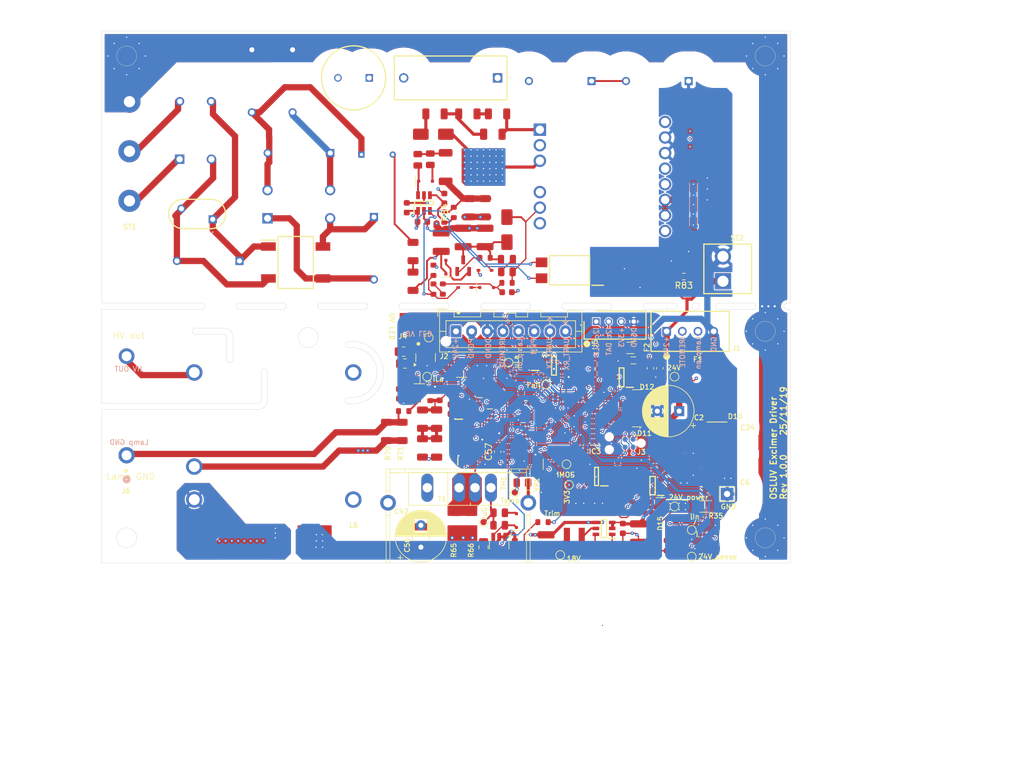
<source format=kicad_pcb>
(kicad_pcb (version 20241229) (generator "pcbnew") (generator_version "9.0")
  (title_block (title "OSLUV Driver") (date "2025-11-17") (rev "01"))
  (layers (0 "F.Cu" signal) (4 "In1.Cu" signal) (6 "In2.Cu" signal) (2 "B.Cu" signal) (13 "F.Paste" user) (15 "B.Paste" user) (5 "F.SilkS" user "F.Silkscreen") (7 "B.SilkS" user "B.Silkscreen") (1 "F.Mask" user) (3 "B.Mask" user) (25 "Edge.Cuts" user))
  (net 0 "")
  (net 1 "GNDS")
  (net 2 "Earth")
  (net 3 "PDC")
  (net 4 "Net-(C9-Pad2)")
  (net 5 "Net-(D5-K)")
  (net 6 "Net-(C13-Pad1)")
  (net 7 "Net-(D7-A)")
  (net 8 "Net-(D1-K)")
  (net 9 "Net-(D1-A)")
  (net 10 "Net-(D2-K)")
  (net 11 "Net-(D3-A)")
  (net 12 "Net-(D4-K)")
  (net 13 "Net-(D5-A)")
  (net 14 "Net-(D6-K)")
  (net 15 "Net-(D6-A)")
  (net 16 "Net-(IC1-CS)")
  (net 17 "Net-(IC1-FB)")
  (net 18 "Net-(Q1-S)")
  (net 19 "Net-(Q1-G)")
  (net 20 "Net-(R7-Pad2)")
  (net 21 "Net-(R10-Pad1)")
  (net 22 "Net-(R15-Pad1)")
  (net 23 "GND")
  (net 24 "Net-(C108-Pad1)")
  (net 25 "Net-(C18-Pad1)")
  (net 26 "Net-(D9-K)")
  (net 27 "Net-(IC2-K)")
  (net 28 "Net-(C23-Pad2)")
  (net 29 "Net-(D8-A)")
  (net 30 "Net-(IC2-A)")
  (net 31 "Net-(R21-Pad1)")
  (net 32 "Net-(R22-Pad1)")
  (net 33 "Net-(U2-REF)")
  (net 34 "/offlineConverter/GNDS_rect")
  (net 35 "/offlineConverter/L_Fuse")
  (net 36 "/offlineConverter/N_NTC")
  (net 37 "/offlineConverter/PDC_Rect")
  (net 38 "/offlineConverter/PDC_CM")
  (net 39 "/excimerDriver/VDC")
  (net 40 "/offlineConverter/Drain")
  (net 41 "/offlineConverter/N")
  (net 42 "/offlineConverter/L")
  (net 43 "Net-(IC5-BST)")
  (net 44 "Net-(IC5-SW)")
  (net 45 "+15V")
  (net 46 "+3V3")
  (net 47 "/excimerDriver/RESET")
  (net 48 "/excimerDriver/Isense_In")
  (net 49 "/excimerDriver/VDC_power")
  (net 50 "Net-(IC5-FB)")
  (net 51 "Net-(D18-A)")
  (net 52 "/excimerDriver/OCP")
  (net 53 "/excimerDriver/Usense_Lamp")
  (net 54 "/excimerDriver/CMD_RX")
  (net 55 "/excimerDriver/SWDIO")
  (net 56 "/excimerDriver/CMD_TX")
  (net 57 "/excimerDriver/temp_MOSFET")
  (net 58 "/excimerDriver/Status")
  (net 59 "/excimerDriver/PWM")
  (net 60 "/excimerDriver/SWCLK")
  (net 61 "/excimerDriver/UV_LED")
  (net 62 "/excimerDriver/24V_Sense")
  (net 63 "Net-(D12-A)")
  (net 64 "/excimerDriver/MCU_REMOTE")
  (net 65 "/excimerDriver/DRV")
  (net 66 "Net-(U1A-+)")
  (net 67 "Net-(T1-G)")
  (net 68 "/excimerDriver/lampDriver/HV_Drain")
  (net 69 "/excimerDriver/Isense_Lamp")
  (net 70 "/excimerDriver/Isense_MOS")
  (net 71 "Net-(D17-A)")
  (net 72 "Net-(D17-K)")
  (net 73 "/excimerDriver/lampDriver/HV_Lamp")
  (net 74 "/excimerDriver/lampDriver/Lamp_GND")
  (net 75 "/excimerDriver/lampDriver/VDC_Trafo")
  (net 76 "/excimerDriver/lampDriver/Source")
  (net 77 "/excimerDriver/lampDriver/HV_Drain_div")
  (net 78 "/excimerDriver/lampDriver/HV_Drain_div2")
  (net 85 "/excimerDriver/lampDriver/HV_Lamp{slash}2")
  (net 86 "Net-(U3A-+)")
  (net 87 "/offlineConverter/VCC_Off")
  (net 88 "/excimerDriver/24V_FUSE")
  (net 89 "/excimerDriver/VDC_filter")
  (net 90 "Net-(IC8-IN)")
  (net 91 "Net-(D20-A)")
  (net 95 "Net-(Q5-OUT2)")
  (net 96 "/excimerDriver/I2C_SCL")
  (net 97 "/excimerDriver/I2C_SDA")
  (net 98 "/excimerDriver/OCP_RESET")
  (net 99 "/excimerDriver/LED1")
  (net 100 "/excimerDriver/Lamp_on_status")
  (net 101 "/excimerDriver/!REMOTE")
  (net 105 "/excimerDriver/LED2")
  (net 106 "Net-(C29-Pad2)")
  (net 107 "Net-(IC6-BST)")
  (net 108 "Net-(IC6-SW)")
  (net 109 "Net-(IC7-ON{slash}~{OFF})")
  (net 110 "Net-(IC7-BYPASS)")
  (net 111 "Net-(D11-A)")
  (net 113 "Net-(D15-A)")
  (net 114 "Net-(D19-A)")
  (net 115 "Net-(D20-K)")
  (net 124 "Net-(IC4-OUT)")
  (net 125 "Net-(IC6-FB)")
  (net 126 "Net-(J2-Pad8)")
  (net 127 "Net-(J2-Pad6)")
  (net 128 "Net-(J2-Pad7)")
  (net 130 "Net-(J4-Pad1)")
  (net 131 "Net-(Q4-OUT1)")
  (net 132 "Net-(R42-Pad2)")
  (net 133 "Net-(U1C-+)")
  (net 134 "Net-(U1D-+)")
  (net 135 "Net-(U1D--)")
  (net 136 "Net-(R59-Pad2)")
  (net 137 "Net-(U1B-+)")
  (net 138 "Net-(U1B--)")
  (net 139 "Net-(U3A--)")
  (net 140 "Net-(J5-Pad2)")
  (net 141 "Net-(J5-Pad1)")
  (net 142 "Net-(F2-Pad2)")
  (net 143 "Net-(Q3-C)")
  (net 144 "Net-(Q3-B)")
  (footprint "TestPoint:TestPoint_Pad_D1.0mm" (layer "F.Cu") (at 102.25 99)
    (property "Reference" "TP5")
    (property "Value" "UV LED")
  )
  (footprint "Capacitor_SMD:C_0603_1608Metric" (layer "F.Cu") (at 139.5 86.25)
    (property "Reference" "C22")
    (property "Value" "100n 0603")
  )
  (footprint "Hansmann_Resistor:R_0603_1608Metric" (layer "F.Cu") (at 118.5 105.25)
    (property "Reference" "R34")
    (property "Value" "10k 0603")
  )
  (footprint "Hansmann_Kondensatoren:C_1210_3225Metric" (layer "F.Cu") (at 146 77.75)
    (property "Reference" "C21")
    (property "Value" "10u 50V X7R 1210")
  )
  (footprint "Diode_SMD:D_SMC" (layer "F.Cu") (at 148.25 107.25 90)
    (property "Reference" "D10")
    (property "Value" "3KASMC24AHE3")
  )
  (footprint "Hansmann:SOT95P280X145-5N" (layer "F.Cu") (at 129.05 121.2 180)
    (property "Reference" "IC7")
    (property "Value" "LP2985-33DBVR" (hide yes))
  )
  (footprint "Hansmann:B32021__13_x_4_" (layer "F.Cu") (at 143.75 58 180)
    (property "Reference" "C109")
    (property "Value" "B32021A3222M189" (hide yes))
  )
  (footprint "Capacitor_SMD:C_0603_1608Metric" (layer "F.Cu") (at 116 132.25 90)
    (property "Reference" "C40")
    (property "Value" "100p 0603")
  )
  (footprint "Hansmann_Kondensatoren:C_1210_3225Metric" (layer "F.Cu") (at 126.25 125.25 -90)
    (property "Reference" "C39")
    (property "Value" "10u X7R 1210")
  )
  (footprint "Inductor_SMD_Wurth:L_Wurth_WE-LQ-1812" (layer "F.Cu") (at 140.25 117.25)
    (property "Reference" "L1")
    (property "Value" "1812_744045008")
  )
  (footprint "Capacitor_SMD:C_0603_1608Metric" (layer "F.Cu") (at 104 108.25 90)
    (property "Reference" "C51")
    (property "Value" "1n 1% C0G 0603")
  )
  (footprint "Hansmann_Kondensatoren:C_1210_3225Metric" (layer "F.Cu") (at 121 132 90)
    (property "Reference" "C36")
    (property "Value" "10u X7R 1210")
  )
  (footprint "Hansmann:SOT95P280X90-6N" (layer "F.Cu") (at 138 122.657836 180)
    (property "Reference" "IC6")
    (property "Value" "AP63300WU-7")
  )
  (footprint "Resistor_SMD:R_0603_1608Metric" (layer "F.Cu") (at 143 89.25 180)
    (property "Reference" "R83")
    (property "Value" "100k 0603")
  )
  (footprint "Resistor_SMD:R_1206_3216Metric" (layer "F.Cu") (at 111.25 78.25 -90)
    (property "Reference" "R2")
    (property "Value" "1R 5% 1206")
  )
  (footprint "Hansmann_Resistor:R_0603_1608Metric" (layer "F.Cu") (at 131.75 132.75 -90)
    (property "Reference" "R48")
    (property "Value" "10Meg 0603")
  )
  (footprint "Hansmann_Resistor:R_0603_1608Metric" (layer "F.Cu") (at 114.75 90.25)
    (property "Reference" "R14")
    (property "Value" "220R 0603")
  )
  (footprint "Hansmann_Dioden:D_SOD-323F" (layer "F.Cu") (at 122.15 119.25)
    (property "Reference" "D16")
    (property "Value" "BAT54J")
  )
  (footprint "Hansmann_Resistor:R_0603_1608Metric" (layer "F.Cu") (at 103 91.25 90)
    (property "Reference" "R16")
    (property "Value" "390k 0603")
  )
  (footprint "Hansmann:B32921C__13_x_6_" (layer "F.Cu") (at 72.025 86.75 180)
    (property "Reference" "C101")
    (property "Value" "B32921C3104M189" (hide yes))
  )
  (footprint "Hansmann_Resistor:R_0603_1608Metric" (layer "F.Cu") (at 132.25 90)
    (property "Reference" "R20")
    (property "Value" "10k 0603")
  )
  (footprint "Capacitor_THT:CP_Radial_D8.0mm_P3.50mm" (layer "F.Cu") (at 101 132.5 90)
    (property "Reference" "C42")
    (property "Value" "220µ 35V")
  )
  (footprint "Capacitor_SMD:C_0603_1608Metric" (layer "F.Cu") (at 128.75 132.75 -90)
    (property "Reference" "C34")
    (property "Value" "100n 50V 0603")
  )
  (footprint "Hansmann:B32021__13_x_4_" (layer "F.Cu") (at 80.5 53 -90)
    (property "Reference" "C103")
    (property "Value" "B32021A3222M189" (hide yes))
  )
  (footprint "TestPoint:TestPoint_Pad_D1.0mm" (layer "F.Cu") (at 124.25 119.25)
    (property "Reference" "TP9")
    (property "Value" "iMOS")
  )
  (footprint "Package_TO_SOT_THT:TO-247-4_Vertical" (layer "F.Cu") (at 102.02 123)
    (property "Reference" "T1")
    (property "Value" "T_NMOS_DSKG")
  )
  (footprint "Diode_SMD:D_SMA" (layer "F.Cu") (at 145.25 69.25 -90)
    (property "Reference" "D8")
    (property "Value" "BX320_R1")
  )
  (footprint "Hansmann_Resistor:R_0603_1608Metric" (layer "F.Cu") (at 135.95 105.025 -90)
    (property "Reference" "R27")
    (property "Value" "1k 0603")
  )
  (footprint "Hansmann_Resistor:R_0603_1608Metric" (layer "F.Cu") (at 104.5 91.25 90)
    (property "Reference" "R15")
    (property "Value" "2k2 0603")
  )
  (footprint "Hansmann_LED:LED_0603_1608Metric" (layer "F.Cu") (at 135.5 111.7875 90)
    (property "Reference" "D11")
    (property "Value" "LED rd 0603")
  )
  (footprint "Hansmann:SOT95P280X90-6N" (layer "F.Cu") (at 130.25 129.5 180)
    (property "Reference" "IC5")
    (property "Value" "AP63300WU-7")
  )
  (footprint "Hansmann_Kühlkörper:FK 274 MI 247 V" (layer "F.Cu") (at 106.95 120 180)
    (property "Reference" "M1")
    (property "Value" "~")
  )
  (footprint "Hansmann_Resistor:R_0603_1608Metric" (layer "F.Cu") (at 99 108 -90)
    (property "Reference" "R75")
    (property "Value" "10k 0603")
  )
  (footprint "TestPoint:TestPoint_Pad_D1.0mm" (layer "F.Cu") (at 116 123.75)
    (property "Reference" "TP8")
    (property "Value" "Temp")
  )
  (footprint "Capacitor_SMD:C_1206_3216Metric" (layer "F.Cu") (at 103.5 112.0375 90)
    (property "Reference" "C50")
    (property "Value" "10p 1% 600V 1206" (hide yes))
  )
  (footprint "Diode_SMD:D_SOD-323" (layer "F.Cu") (at 136 91 180)
    (property "Reference" "D9")
    (property "Value" "5V6")
  )
  (footprint "Capacitor_SMD:C_0603_1608Metric" (layer "F.Cu") (at 133.25 129.5 -90)
    (property "Reference" "C32")
    (property "Value" "100n 50V 0603")
  )
  (footprint "Hansmann_Resistor:R_0603_1608Metric" (layer "F.Cu") (at 103 88.25 -90)
    (property "Reference" "R17")
    (property "Value" "1k 0603")
  )
  (footprint "Hansmann:Mounting_M3_NPTH_Vias" (layer "F.Cu") (at 156 98)
    (property "Reference" "H3")
    (property "Value" "MountingHole_Pad" (hide yes))
    (fp_circle (center 0 0) (end 1.6 0) (stroke (width 0.05)) (fill no) (layer "Edge.Cuts"))
  )
  (footprint "Hansmann:SOP254P978X406-4N" (layer "F.Cu") (at 124.75 88.25 180)
    (property "Reference" "IC2")
    (property "Value" "SFH6156-3" (hide yes))
  )
  (footprint "Hansmann_Resistor:R_0603_1608Metric" (layer "F.Cu") (at 125.85 103.95 180)
    (property "Reference" "R28")
    (property "Value" "100R 0603")
  )
  (footprint "Capacitor_SMD:C_0805_2012Metric" (layer "F.Cu") (at 144.5 63.25 -90)
    (property "Reference" "C18")
    (property "Value" "470p 100V 0805")
  )
  (footprint "TestPoint:TestPoint_Pad_D1.0mm" (layer "F.Cu") (at 144.25 129.75)
    (property "Reference" "TP4")
    (property "Value" "iIn")
  )
  (footprint "Hansmann:B32021__13_x_4_" (layer "F.Cu") (at 74 53 -90)
    (property "Reference" "C104")
    (property "Value" "B32021A3222M189" (hide yes))
  )
  (footprint "Hansmann:B32921C__13_x_6_" (layer "F.Cu") (at 93.5 79.725 -90)
    (property "Reference" "C102")
    (property "Value" "B32921C3104M189" (hide yes))
  )
  (footprint "Package_TO_SOT_SMD:SOT-23" (layer "F.Cu") (at 101.75 102.1875 90)
    (property "Reference" "Q3" (hide yes))
    (property "Value" "BC817-40")
  )
  (footprint "Capacitor_SMD:C_0805_2012Metric" (layer "F.Cu") (at 111 132.5 90)
    (property "Reference" "C44")
    (property "Value" "100n 0603")
  )
  (footprint "Hansmann:750343466" (layer "F.Cu") (at 120 65.77)
    (property "Reference" "L104")
    (property "Value" "750343466" (hide yes))
  )
  (footprint "Resistor_SMD:R_0805_2012Metric" (layer "F.Cu") (at 113.5 129 180)
    (property "Reference" "R60")
    (property "Value" "150R 0805")
  )
  (footprint "Hansmann:CONN_B2P5-VH_JST" (layer "F.Cu") (at 53.9955 117.8151 90)
    (property "Reference" "J6")
    (property "Value" "B5P-VH")
  )
  (footprint "Hansmann_Dioden:D_SOD-323F" (layer "F.Cu") (at 123.25 106.25)
    (property "Reference" "D18")
    (property "Value" "BAT54J")
  )
  (footprint "Capacitor_SMD:C_0603_1608Metric" (layer "F.Cu") (at 137.5 120.157836 180)
    (property "Reference" "C33")
    (property "Value" "100n 50V 0603")
  )
  (footprint "Hansmann_Resistor:R_0603_1608Metric" (layer "F.Cu") (at 114.75 107.75 180)
    (property "Reference" "R80")
    (property "Value" "22k 0603")
  )
  (footprint "Hansmann_LED:LED_0603_1608Metric" (layer "F.Cu") (at 139.25 126.075 -90)
    (property "Reference" "D15")
    (property "Value" "LED gr 0603")
  )
  (footprint "Capacitor_SMD:C_0603_1608Metric" (layer "F.Cu") (at 112.25 103.75 90)
    (property "Reference" "C55")
    (property "Value" "1u 0603")
  )
  (footprint "Diode_SMD:D_SMA" (layer "F.Cu") (at 102.99 66.5)
    (property "Reference" "D2")
    (property "Value" "RGF1M")
  )
  (footprint "Capacitor_SMD:C_0603_1608Metric" (layer "F.Cu") (at 130.5 112.325 90)
    (property "Reference" "C3")
    (property "Value" "100n 0603")
  )
  (footprint "Capacitor_SMD:C_0603_1608Metric" (layer "F.Cu") (at 130.5 109.3 90)
    (property "Reference" "C4")
    (property "Value" "100n 0603")
  )
  (footprint "Hansmann_Potis:TC33X2503E" (layer "F.Cu") (at 121.8 124.05)
    (property "Reference" "VR1")
    (property "Value" "TC33X-2-103E")
  )
  (footprint "Diode_SMD:D_SOD-323" (layer "F.Cu") (at 111.24 88.25 180)
    (property "Reference" "D4")
    (property "Value" "16V")
  )
  (footprint "Hansmann_Kondensatoren:C_1210_3225Metric" (layer "F.Cu") (at 146 81)
    (property "Reference" "C20")
    (property "Value" "10u 50V X7R 1210")
  )
  (footprint "Hansmann_Kondensatoren:C_1210_3225Metric" (layer "F.Cu") (at 146 115.75 180)
    (property "Reference" "C5")
    (property "Value" "10µ X7R 50V 1210")
  )
  (footprint "TestPoint:TestPoint_Pad_D1.0mm" (layer "F.Cu") (at 144.25 134)
    (property "Reference" "TP2")
    (property "Value" "24V sense")
  )
  (footprint "Hansmann_Resistor:R_0603_1608Metric" (layer "F.Cu") (at 108.75 110.45 -90)
    (property "Reference" "R74")
    (property "Value" "10k 0603")
  )
  (footprint "Resistor_SMD:R_1206_3216Metric" (layer "F.Cu") (at 99.74 90 -90)
    (property "Reference" "R8")
    (property "Value" "390k 1206")
  )
  (footprint "Resistor_SMD:R_0805_2012Metric" (layer "F.Cu") (at 117.2125 122.2)
    (property "Reference" "TH1")
    (property "Value" "PTC 680R 80°C")
  )
  (footprint "Package_TO_SOT_SMD:SOT-23-6" (layer "F.Cu") (at 113.5 132 -90)
    (property "Reference" "IC8")
    (property "Value" "1ED44175N01BXTSA1")
  )
  (footprint "Hansmann_Resistor:R_0603_1608Metric" (layer "F.Cu") (at 111.24 86.25 180)
    (property "Reference" "R12")
    (property "Value" "10k 0603")
  )
  (footprint "Capacitor_SMD:C_0603_1608Metric" (layer "F.Cu") (at 109.25 103.75 90)
    (property "Reference" "C53")
    (property "Value" "1n 0603")
  )
  (footprint "Resistor_SMD:R_1206_3216Metric" (layer "F.Cu") (at 147 63.4 90)
    (property "Reference" "R18")
    (property "Value" "120R 1206")
  )
  (footprint "Package_TO_SOT_SMD:TO-252-2" (layer "F.Cu") (at 109.99 71.75)
    (property "Reference" "Q1")
    (property "Value" "STD3NK80ZT4")
  )
  (footprint "Package_SO:VSSOP-8_3.0x3.0mm_P0.65mm" (layer "F.Cu") (at 108.25 107.2 180)
    (property "Reference" "U3" (hide yes))
    (property "Value" "OPA2356AIDGKR")
  )
  (footprint "Hansmann_Resistor:R_0603_1608Metric" (layer "F.Cu") (at 143 86.25)
    (property "Reference" "R25")
    (property "Value" "4k7 0603")
  )
  (footprint "Package_TO_SOT_SMD:SOT-363_SC-70-6" (layer "F.Cu") (at 146.25 129.5 90)
    (property "Reference" "IC4")
    (property "Value" "INA210")
  )
  (footprint "Hansmann:BM02BSRSSTBLFSN" (layer "F.Cu") (at 100 96.663 180)
    (property "Reference" "J4")
    (property "Value" "BM02B-SRSS-TB_LF__SN_" (hide yes))
  )
  (footprint "Hansmann:SOP510P1005X293-4N" (layer "F.Cu") (at 81 87)
    (property "Reference" "BR1")
    (property "Value" "DBLS209G_RD" (hide yes))
  )
  (footprint "Hansmann_Resistor:R_0603_1608Metric" (layer "F.Cu") (at 129.45 104.75 180)
    (property "Reference" "R40")
    (property "Value" "2k2 0603")
  )
  (footprint "Capacitor_SMD:C_0603_1608Metric" (layer "F.Cu") (at 101.24 80.5 180)
    (property "Reference" "C15")
    (property "Value" "100n 0603")
  )
  (footprint "Hansmann_Kondensatoren:C_1210_3225Metric" (layer "F.Cu") (at 129.5 125.25 -90)
    (property "Reference" "C37")
    (property "Value" "10u X7R 1210")
  )
  (footprint "Resistor_SMD:R_0805_2012Metric" (layer "F.Cu") (at 114.74 88.5 180)
    (property "Reference" "R13")
    (property "Value" "51R 0805")
  )
  (footprint "Hansmann:CAPPRD500W60D1025H2700" (layer "F.Cu") (at 92.75 57.5 180)
    (property "Reference" "C105")
    (property "Value" "400BXW27MEFR10X25" (hide yes))
  )
  (footprint "Capacitor_SMD:C_0603_1608Metric" (layer "F.Cu") (at 106.5 109.7)
    (property "Reference" "C54")
    (property "Value" "100p 0603")
  )
  (footprint "TestPoint:TestPoint_Pad_D1.0mm" (layer "F.Cu") (at 121 106.5)
    (property "Reference" "TP11")
    (property "Value" "OCP")
  )
  (footprint "Inductor_SMD:L_0805_2012Metric" (layer "F.Cu") (at 134.95 102.65 180)
    (property "Reference" "L2")
    (property "Value" "L")
  )
  (footprint "Hansmann_Resistor:R_0603_1608Metric" (layer "F.Cu") (at 106.5 111.2)
    (property "Reference" "R73")
    (property "Value" "10k 0603")
  )
  (footprint "Hansmann_Kondensatoren:C_1210_3225Metric" (layer "F.Cu") (at 69.55 131.25 -90)
    (property "Reference" "C43")
    (property "Value" "10µ X7R 50V 1210")
  )
  (footprint "Hansmann_Dioden:D_SOD-323F" (layer "F.Cu") (at 111.5 91)
    (property "Reference" "D7")
    (property "Value" "BAT54J")
  )
  (footprint "Fuse:Fuse_1206_3216Metric" (layer "F.Cu") (at 143.5 104.5 -90)
    (property "Reference" "F1")
    (property "Value" "2A")
  )
  (footprint "Hansmann_Resistor:R_0603_1608Metric" (layer "F.Cu") (at 104.74 79.75 90)
    (property "Reference" "R6")
    (property "Value" "6k8 0603")
  )
  (footprint "Hansmann_Kondensatoren:C_1210_3225Metric" (layer "F.Cu") (at 107.74 83 90)
    (property "Reference" "C11")
    (property "Value" "10u 50V X7R 1210")
  )
  (footprint "Hansmann_Resistor:R_0603_1608Metric" (layer "F.Cu") (at 98.25 110.75 180)
    (property "Reference" "R72")
    (property "Value" "3k3 0603")
  )
  (footprint "Hansmann_AD-DA:SOT65P210X110-6N" (layer "F.Cu") (at 108 113.25)
    (property "Reference" "Q5")
    (property "Value" "DCX114EU-7-F")
  )
  (footprint "Capacitor_SMD:C_0603_1608Metric" (layer "F.Cu") (at 97.5 108 -90)
    (property "Reference" "C52")
    (property "Value" "47n 0603")
  )
  (footprint "Capacitor_SMD:C_0603_1608Metric" (layer "F.Cu") (at 118 117.25 -90)
    (property "Reference" "C41")
    (property "Value" "100p 0603")
  )
  (footprint "Hansmann_Kondensatoren:C_1210_3225Metric" (layer "F.Cu") (at 146 122.75 180)
    (property "Reference" "C17")
    (property "Value" "10µ X7R 50V 1210")
  )
  (footprint "Capacitor_SMD:C_0603_1608Metric" (layer "F.Cu") (at 133.25 126.075 90)
    (property "Reference" "C35")
    (property "Value" "100n 50V 0603")
  )
  (footprint "Hansmann_Dioden:SOT95P285X140-6N" (layer "F.Cu") (at 122.25 103.5)
    (property "Reference" "D13")
    (property "Value" "D5V0P4UR6SO-7")
  )
  (footprint "Hansmann:Mounting_M3_NPTH_Vias" (layer "F.Cu") (at 156 54)
    (property "Reference" "H2")
    (property "Value" "MountingHole_Pad" (hide yes))
    (fp_circle (center 0 0) (end 1.6 0) (stroke (width 0.05)) (fill no) (layer "Edge.Cuts"))
  )
  (footprint "Resistor_SMD:R_1206_3216Metric" (layer "F.Cu") (at 103.25 63.25 180)
    (property "Reference" "R11")
    (property "Value" "10R 1206")
  )
  (footprint "Hansmann_Resistor:R_0603_1608Metric" (layer "F.Cu") (at 143.25 129.25 90)
    (property "Reference" "R36")
    (property "Value" "1k 0603")
  )
  (footprint "Hansmann_Resistor:R_0603_1608Metric" (layer "F.Cu") (at 119.75 119.5 -90)
    (property "Reference" "R59")
    (property "Value" "5k6 0603")
  )
  (footprint "Connector_JST:JST_XA_B08B-XASK-1-A_1x08_P2.50mm_Vertical" (layer "F.Cu") (at 106.6 98)
    (property "Reference" "J2")
    (property "Value" "B08B-XASK-1-A_LF__SN_")
  )
  (footprint "Hansmann_Resistor:R_0603_1608Metric" (layer "F.Cu") (at 117 108.6 -90)
    (property "Reference" "R52")
    (property "Value" "10k 0603")
  )
  (footprint "Capacitor_SMD:C_0603_1608Metric" (layer "F.Cu") (at 139.15 103.9 90)
    (property "Reference" "C28")
    (property "Value" "100n 0603")
  )
  (footprint "Capacitor_SMD:C_0603_1608Metric" (layer "F.Cu") (at 114.75 91.75)
    (property "Reference" "C14")
    (property "Value" "220p 0603")
  )
  (footprint "Resistor_SMD:R_0805_2012Metric" (layer "F.Cu") (at 98.45 103.15 180)
    (property "Reference" "R42")
    (property "Value" "680R 0805")
  )
  (footprint "Hansmann_Kondensatoren:C_1210_3225Metric" (layer "F.Cu") (at 135.75 130.25 -90)
    (property "Reference" "C30")
    (property "Value" "10u X7R 1210")
  )
  (footprint "Inductor_SMD_Wurth:L_Wurth_WE-LQ-1812" (layer "F.Cu") (at 80.8 131.25 180)
    (property "Reference" "L5")
    (property "Value" "1812_744045008")
  )
  (footprint "TestPoint:TestPoint_Pad_D1.0mm" (layer "F.Cu") (at 123.25 133.75)
    (property "Reference" "TP7" (hide yes))
    (property "Value" "18V")
  )
  (footprint "Hansmann_Resistor:R_0603_1608Metric" (layer "F.Cu") (at 115.75 105.5 -90)
    (property "Reference" "R29")
    (property "Value" "100R 0603")
  )
  (footprint "Hansmann_Kondensatoren:C_1210_3225Metric" (layer "F.Cu") (at 141.815 121.85 -90)
    (property "Reference" "C31")
    (property "Value" "10u X7R 1210")
  )
  (footprint "Hansmann_Dioden:D_SOD-323F" (layer "F.Cu") (at 107.5 103.75 90)
    (property "Reference" "D20")
    (property "Value" "BAT54J")
  )
  (footprint "Hansmann_AD-DA:SOT65P210X110-6N" (layer "F.Cu") (at 118.3 103.05 180)
    (property "Reference" "Q2")
    (property "Value" "DCX114EU-7-F")
  )
  (footprint "Hansmann_Resistor:R_0603_1608Metric" (layer "F.Cu") (at 118.5 108.6 -90)
    (property "Reference" "R53")
    (property "Value" "2k2 0603")
  )
  (footprint "Capacitor_SMD:C_0603_1608Metric" (layer "F.Cu") (at 146.5 132.5 180)
    (property "Reference" "C25")
    (property "Value" "100n 0603")
  )
  (footprint "TestPoint:TestPoint_Pad_D1.0mm" (layer "F.Cu") (at 102 105.25)
    (property "Reference" "TP13")
    (property "Value" "iLamp")
  )
  (footprint "Resistor_SMD:R_1206_3216Metric" (layer "F.Cu") (at 108.75 78.25 -90)
    (property "Reference" "R1")
    (property "Value" "0R47 5% 1206")
  )
  (footprint "Hansmann_Resistor:R_0603_1608Metric" (layer "F.Cu") (at 134 108.825 90)
    (property "Reference" "R32")
    (property "Value" "1k5 0603")
  )
  (footprint "Inductor_THT_Wurth:L_Wurth_WE-FI_7447037" (layer "F.Cu") (at 91.5 69.75)
    (property "Reference" "L102")
    (property "Value" "7447037")
  )
  (footprint "Hansmann_Dioden:D_SOD-323F" (layer "F.Cu") (at 104.99 87.75 90)
    (property "Reference" "D3")
    (property "Value" "BAT54J")
  )
  (footprint "Diode_SMD:D_SOD-323" (layer "F.Cu") (at 108 91 180)
    (property "Reference" "D6")
    (property "Value" "24V")
  )
  (footprint "Hansmann_Resistor:R_0603_1608Metric" (layer "F.Cu") (at 131.4 101 90)
    (property "Reference" "R45")
    (property "Value" "100R 0603")
  )
  (footprint "Hansmann_Resistor:R_0603_1608Metric" (layer "F.Cu") (at 116.5 117.25 90)
    (property "Reference" "R56")
    (property "Value" "3k3 0603")
  )
  (footprint "Hansmann_Resistor:R_0603_1608Metric" (layer "F.Cu") (at 115 117.25 90)
    (property "Reference" "R55")
    (property "Value" "10k 0603")
  )
  (footprint "Resistor_SMD:R_1206_3216Metric" (layer "F.Cu") (at 99.74 85.25 -90)
    (property "Reference" "R7")
    (property "Value" "390k 1206")
  )
  (footprint "Hansmann:B32921C__13_x_6_" (layer "F.Cu") (at 86.525 69.5 180)
    (property "Reference" "C106")
    (property "Value" "B32921C3104M189" (hide yes))
  )
  (footprint "Inductor_SMD_Wurth:L_Wurth_WE-MAPI-4030" (layer "F.Cu") (at 125.5 131.25 180)
    (property "Reference" "L3")
    (property "Value" "4030_74438357068")
  )
  (footprint "Hansmann:Mounting_M3_NPTH_Vias" (layer "F.Cu") (at 54 54)
    (property "Reference" "H1")
    (property "Value" "MountingHole_Pad" (hide yes))
    (fp_circle (center 0 0) (end 1.6 0) (stroke (width 0.05)) (fill no) (layer "Edge.Cuts"))
  )
  (footprint "Hansmann_Resistor:R_0603_1608Metric" (layer "F.Cu") (at 143.25 132.25 -90)
    (property "Reference" "R38")
    (property "Value" "1k 0603")
  )
  (footprint "Capacitor_SMD:C_0603_1608Metric" (layer "F.Cu") (at 136 87.75)
    (property "Reference" "C23")
    (property "Value" "4n7 0603")
  )
  (footprint "Package_TO_SOT_SMD:SOT-23" (layer "F.Cu") (at 107.75 87.5 90)
    (property "Reference" "Q6")
    (property "Value" "BC847")
  )
  (footprint "Package_SO:TSSOP-14_4.4x5mm_P0.65mm" (layer "F.Cu") (at 114.85 112.8625)
    (property "Reference" "U1")
    (property "Value" "LM2901")
  )
  (footprint "Hansmann_Resistor:R_0603_1608Metric" (layer "F.Cu") (at 104.3 103.75 90)
    (property "Reference" "R39")
    (property "Value" "1k 0603")
  )
  (footprint "Capacitor_SMD:C_0603_1608Metric" (layer "F.Cu") (at 104.74 76.75 90)
    (property "Reference" "C7")
    (property "Value" "33pF NP0 0603")
  )
  (footprint "Resistor_SMD:R_1206_3216Metric" (layer "F.Cu") (at 95.5 114 90)
    (property "Reference" "R70")
    (property "Value" "180R 1206/MMA")
  )
  (footprint "Hansmann_Resistor:R_0603_1608Metric" (layer "F.Cu") (at 113.325 106.25 180)
    (property "Reference" "R81")
    (property "Value" "DNP")
  )
  (footprint "Hansmann:QFP80P900X900X160-32N" (layer "F.Cu") (at 124.5 112.762 180)
    (property "Reference" "IC3")
    (property "Value" "STM32G071KBT6")
  )
  (footprint "Hansmann:B32021__13_x_4_" (layer "F.Cu") (at 128.25 58 180)
    (property "Reference" "C108")
    (property "Value" "B32021A3222M189" (hide yes))
  )
  (footprint "Hansmann_Resistor:R_0603_1608Metric" (layer "F.Cu") (at 132 108.825 -90)
    (property "Reference" "R64")
    (property "Value" "18k 0603")
  )
  (footprint "Inductor_SMD_Wurth:L_Wurth_WE-MAPI-4030" (layer "F.Cu") (at 133.5 122.25 180)
    (property "Reference" "L4")
    (property "Value" "4030_74438357068")
  )
  (footprint "Hansmann_Resistor:R_0603_1608Metric" (layer "F.Cu") (at 136.25 126.075 -90)
    (property "Reference" "R47")
    (property "Value" "10k 0603")
  )
  (footprint "Hansmann_Resistor:R_0603_1608Metric" (layer "F.Cu") (at 136 86.25)
    (property "Reference" "R23")
    (property "Value" "220k 0603")
  )
  (footprint "Resistor_SMD:R_1206_3216Metric" (layer "F.Cu") (at 98 114 90)
    (property "Reference" "R71")
    (property "Value" "180R 1206/MMA")
  )
  (footprint "Hansmann_Kondensatoren:C_1210_3225Metric" (layer "F.Cu") (at 104.24 83.75 90)
    (property "Reference" "C10")
    (property "Value" "2u2 50V X7R 1210")
  )
  (footprint "Resistor_SMD:R_0805_2012Metric" (layer "F.Cu") (at 98.25 101.25 180)
    (property "Reference" "R43")
    (property "Value" "680R 0805")
  )
  (footprint "Hansmann_Resistor:R_0603_1608Metric" (layer "F.Cu") (at 137.75 126.075 90)
    (property "Reference" "R51")
    (property "Value" "1k5 0603")
  )
  (footprint "Resistor_SMD:R_1206_3216Metric" (layer "F.Cu") (at 146.2625 126 180)
    (property "Reference" "R35")
    (property "Value" "0R02 1% 1206")
  )
  (footprint "TestPoint:TestPoint_Pad_D1.0mm" (layer "F.Cu") (at 141.5 105.25)
    (property "Reference" "TP1")
    (property "Value" "24V" (hide yes))
  )
  (footprint "Hansmann_Resistor:R_0603_1608Metric" (layer "F.Cu") (at 133.25 132.75 90)
    (property "Reference" "R46")
    (property "Value" "10k 0603")
  )
  (footprint "Hansmann:Mounting_M3_NPTH_Vias" (layer "F.Cu") (at 156 131)
    (property "Reference" "H4")
    (property "Value" "MountingHole_Pad" (hide yes))
    (fp_circle (center 0 0) (end 1.6 0) (stroke (width 0.05)) (fill no) (layer "Edge.Cuts"))
  )
  (footprint "Hansmann:6404452" (layer "F.Cu") (at 149.238 90 -90)
    (property "Reference" "ST2")
    (property "Value" "640445-2" (hide yes))
  )
  (footprint "TestPoint:TestPoint_Pad_D1.0mm" (layer "F.Cu") (at 115 103)
    (property "Reference" "TP14")
    (property "Value" "uLamp")
  )
  (footprint "Hansmann_Dioden:D_SOD-323F" (layer "F.Cu") (at 99.25 105.5 180)
    (property "Reference" "D21")
    (property "Value" "BAT54J")
  )
  (footprint "Hansmann_Resistor:R_0603_1608Metric" (layer "F.Cu") (at 134 111.825 90)
    (property "Reference" "R31")
    (property "Value" "1k5 0603")
  )
  (footprint "Hansmann_Kondensatoren:C_1210_3225Metric" (layer "F.Cu") (at 146 74.5)
    (property "Reference" "C19")
    (property "Value" "10u 50V X7R 1210")
  )
  (footprint "Capacitor_THT:CP_Radial_D8.0mm_P3.50mm" (layer "F.Cu") (at 142.25 110.75 180)
    (property "Reference" "C2")
    (property "Value" "100µ 35V")
  )
  (footprint "Resistor_SMD:R_1206_3216Metric" (layer "F.Cu") (at 109 128.4 90)
    (property "Reference" "R66")
    (property "Value" "0R22 1206")
  )
  (footprint "Hansmann_Dioden:D_SOD-323F" (layer "F.Cu") (at 116.25 128.25 90)
    (property "Reference" "D17")
    (property "Value" "BAT54J")
  )
  (footprint "Diode_SMD:D_SMA" (layer "F.Cu") (at 114.74 81.75 90)
    (property "Reference" "D5")
    (property "Value" "RGF1M")
  )
  (footprint "Resistor_SMD:R_0805_2012Metric" (layer "F.Cu") (at 113.5 127 180)
    (property "Reference" "R63")
    (property "Value" "150R 0805")
  )
  (footprint "Package_TO_SOT_SMD:SOT-23" (layer "F.Cu") (at 132.5 87.25)
    (property "Reference" "U2")
    (property "Value" "AZ431LANTR")
  )
  (footprint "Hansmann_Resistor:R_0603_1608Metric" (layer "F.Cu") (at 113.75 103.75 -90)
    (property "Reference" "R82")
    (property "Value" "10k 0603")
  )
  (footprint "Capacitor_SMD:C_0603_1608Metric" (layer "F.Cu") (at 137.65 103.9 90)
    (property "Reference" "C29")
    (property "Value" "100n 0603")
  )
  (footprint "Hansmann_Resistor:R_0603_1608Metric" (layer "F.Cu") (at 108 115.3)
    (property "Reference" "R62")
    (property "Value" "1k 0603")
  )
  (footprint "Capacitor_SMD:C_1210_3225Metric" (layer "F.Cu") (at 101 130.725 90)
    (property "Reference" "C56")
    (property "Value" "10µ X7R 50V 1210")
  )
  (footprint "Hansmann_Dioden:SOT95P285X140-6N" (layer "F.Cu") (at 133.05 105.35 180)
    (property "Reference" "D14")
    (property "Value" "D5V0P4UR6SO-7")
  )
  (footprint "Hansmann:MKP1G031004D00JSC4" (layer "F.Cu") (at 113.25 57.5 180)
    (property "Reference" "C107")
    (property "Value" "MKP1G031004D00JSC4" (hide yes))
  )
  (footprint "Hansmann_Resistor:R_0603_1608Metric" (layer "F.Cu") (at 129.9 101 90)
    (property "Reference" "R44")
    (property "Value" "100R 0603")
  )
  (footprint "Hansmann_Dioden:D_SOD-323F" (layer "F.Cu") (at 100.75 108 -90)
    (property "Reference" "D19")
    (property "Value" "BAT54J")
  )
  (footprint "Capacitor_SMD:C_1206_3216Metric" (layer "F.Cu") (at 112.49 66.5 180)
    (property "Reference" "C9")
    (property "Value" "10n 1210")
  )
  (footprint "Hansmann:643495-2" (layer "F.Cu") (at 54.45 69.225)
    (property "Reference" "ST1")
    (property "Value" "643495-2")
  )
  (footprint "Hansmann_Kondensatoren:C_1210_3225Metric" (layer "F.Cu") (at 146 119.25 180)
    (property "Reference" "C16")
    (property "Value" "10µ X7R 50V 1210")
  )
  (footprint "Resistor_SMD:R_0603_1608Metric" (layer "F.Cu") (at 106.25 79 90)
    (property "Reference" "R84")
    (property "Value" "56k 0603")
  )
  (footprint "Hansmann_Resistor:R_0603_1608Metric" (layer "F.Cu") (at 112.5 108.5 90)
    (property "Reference" "R79")
    (property "Value" "10k 0603")
  )
  (footprint "Hansmann_Resistor:R_0603_1608Metric" (layer "F.Cu") (at 120.5 128.5 180)
    (property "Reference" "R54")
    (property "Value" "100R 0603")
  )
  (footprint "Hansmann_Resistor:R_0603_1608Metric" (layer "F.Cu") (at 140.25 132.25 -90)
    (property "Reference" "R37")
    (property "Value" "10k 0603")
  )
  (footprint "Resistor_SMD:R_0805_2012Metric" (layer "F.Cu") (at 102.5 70.5 90)
    (property "Reference" "R4")
    (property "Value" "51R 0805")
  )
  (footprint "Resistor_SMD:R_0805_2012Metric" (layer "F.Cu") (at 100.5 70.5875 90)
    (property "Reference" "R5")
    (property "Value" "51R 0805")
  )
  (footprint "Resistor_SMD:R_1206_3216Metric" (layer "F.Cu") (at 101.25 116.6375 -90)
    (property "Reference" "R67")
    (property "Value" "1Meg 0.1% 500V 1206")
  )
  (footprint "Hansmann_Resistor:R_0603_1608Metric" (layer "F.Cu") (at 136 89.25 180)
    (property "Reference" "R19")
    (property "Value" "3k3 0603" (hide yes))
  )
  (footprint "Hansmann_Resistor:R_0603_1608Metric" (layer "F.Cu") (at 105.8 103.75 90)
    (property "Reference" "R76")
    (property "Value" "33R 0603")
  )
  (footprint "Hansmann:B72207S2301K101" (layer "F.Cu") (at 67.75 80.1 180)
    (property "Reference" "RV1")
    (property "Value" "B72207S2301K101" (hide yes))
  )
  (footprint "Hansmann_Kondensatoren:C_1210_3225Metric" (layer "F.Cu") (at 111.24 83 90)
    (property "Reference" "C12")
    (property "Value" "10u 50V X7R 1210")
  )
  (footprint "Capacitor_SMD_Wurth:C_Wurth_WCAP-CSSA-2211" (layer "F.Cu") (at 152.75 119.5 180)
    (property "Reference" "C6")
    (property "Value" "2211_8853522130151")
  )
  (footprint "Hansmann:SOT95P275X110-6N" (layer "F.Cu") (at 101.49 77.5 90)
    (property "Reference" "IC1")
    (property "Value" "NCP12510ASN65T1G" (hide yes))
  )
  (footprint "Hansmann_Dioden:D_SOD-323F" (layer "F.Cu") (at 101.74 74)
    (property "Reference" "D1")
    (property "Value" "BAT54J")
  )
  (footprint "Hansmann_Resistor:R_0603_1608Metric" (layer "F.Cu") (at 110.25 110.45 90)
    (property "Reference" "R77")
    (property "Value" "1k 0603")
  )
  (footprint "TestPoint:TestPoint_Pad_D1.0mm" (layer "F.Cu") (at 124.65 122.55 180)
    (property "Reference" "TP6")
    (property "Value" "3V3")
  )
  (footprint "Resistor_SMD:R_1206_3216Metric" (layer "F.Cu") (at 108.5 63.25 180)
    (property "Reference" "R10")
    (property "Value" "330k 1206")
  )
  (footprint "Resistor_SMD:R_1206_3216Metric" (layer "F.Cu") (at 106.5 128.4 90)
    (property "Reference" "R65")
    (property "Value" "0R22 1206")
  )
  (footprint "Capacitor_SMD:C_0603_1608Metric" (layer "F.Cu") (at 113.25 117.25 90)
    (property "Reference" "C57")
    (property "Value" "100p 0603")
  )
  (footprint "Hansmann_Resistor:R_0603_1608Metric" (layer "F.Cu") (at 139.5 88 180)
    (property "Reference" "R21")
    (property "Value" "4k7 0603")
  )
  (footprint "Capacitor_SMD:C_0603_1608Metric" (layer "F.Cu") (at 126.25 118.75)
    (property "Reference" "C48")
    (property "Value" "100p 0603")
  )
  (footprint "Resistor_SMD:R_0805_2012Metric" (layer "F.Cu") (at 142.75 91)
    (property "Reference" "R26")
    (property "Value" "51R 0805")
  )
  (footprint "Capacitor_SMD:C_0805_2012Metric" (layer "F.Cu") (at 114.74 86.5 180)
    (property "Reference" "C13")
    (property "Value" "220p 100V X7R 0805")
  )
  (footprint "Hansmann_Kontakte:B4B-PH-K-S" (layer "F.Cu") (at 129 96.45 180)
    (property "Reference" "J5")
    (property "Value" "B4B-PH-K-S_LF__SN_" (hide yes))
  )
  (footprint "Connector:Tag-Connect_TC2030-IDC-NL_2x03_P1.27mm_Vertical_beidseitig" (layer "F.Cu") (at 133.6233 115.885 180)
    (property "Reference" "J3")
    (property "Value" "TC2030")
  )
  (footprint "Hansmann_Resistor:R_0603_1608Metric" (layer "F.Cu") (at 126.5 106.25 180)
    (property "Reference" "R57")
    (property "Value" "100k 0603")
  )
  (footprint "Hansmann_Resistor:R_0603_1608Metric" (layer "F.Cu") (at 110.25 117.25 90)
    (property "Reference" "R61")
    (property "Value" "1k 0603")
  )
  (footprint "Capacitor_SMD:C_0805_2012Metric" (layer "F.Cu") (at 132.25 112.075 90)
    (property "Reference" "C1")
    (property "Value" "1u X7R 50V 0805")
  )
  (footprint "Hansmann:37204000431" (layer "F.Cu") (at 62.46 70.5)
    (property "Reference" "F3")
    (property "Value" "37204000431" (hide yes))
  )
  (footprint "Hansmann_Resistor:R_0603_1608Metric" (layer "F.Cu") (at 133.25 119 180)
    (property "Reference" "R33")
    (property "Value" "10k 0603")
  )
  (footprint "Hansmann_Resistor:R_0603_1608Metric" (layer "F.Cu") (at 111.75 117.25 -90)
    (property "Reference" "R58")
    (property "Value" "10k 0603")
  )
  (footprint "Hansmann_LED:LED_0603_1608Metric" (layer "F.Cu") (at 135.5 108.825 -90)
    (property "Reference" "D12")
    (property "Value" "LED gr 0603")
  )
  (footprint "Hansmann_Resistor:R_0603_1608Metric" (layer "F.Cu") (at 139.5 89.5 180)
    (property "Reference" "R22")
    (property "Value" "4k7 0603")
  )
  (footprint "Hansmann_Resistor:R_0603_1608Metric" (layer "F.Cu") (at 129.45 103.25 180)
    (property "Reference" "R41")
    (property "Value" "2k2 0603")
  )
  (footprint "Capacitor_SMD:C_0603_1608Metric" (layer "F.Cu") (at 98.74 78.25 -90)
    (property "Reference" "C8")
    (property "Value" "100n 0603")
  )
  (footprint "Hansmann_Resistor:R_0603_1608Metric" (layer "F.Cu") (at 110.75 103.75 90)
    (property "Reference" "R78")
    (property "Value" "10Meg 0603")
  )
  (footprint "OSLUV:ETD29_OSLUV_V2" (layer "F.Cu") (at 77.5 114.74 -90)
    (property "Reference" "L6")
    (property "Value" "ETD29" (hide yes))
  )
  (footprint "Hansmann_Kontakte:B04BXASK1LFSN" (layer "F.Cu") (at 140.25 98 180)
    (property "Reference" "J1")
    (property "Value" "B04B-XASK-1_LF__SN_" (hide yes))
  )
  (footprint "Hansmann_Resistor:R_0603_1608Metric" (layer "F.Cu") (at 130.25 132.75 -90)
    (property "Reference" "R49")
    (property "Value" "220k 0603")
  )
  (footprint "Capacitor_SMD:C_0603_1608Metric" (layer "F.Cu") (at 126.2 121 -90)
    (property "Reference" "C38")
    (property "Value" "10n 50V 0603")
  )
  (footprint "Hansmann_Resistor:R_0603_1608Metric" (layer "F.Cu") (at 134.75 126.075 -90)
    (property "Reference" "R50")
    (property "Value" "39k 0603")
  )
  (footprint "TestPoint:TestPoint_Pad_D1.0mm" (layer "F.Cu") (at 141.5 126)
    (property "Reference" "TP3")
    (property "Value" "24V Power")
  )
  (footprint "Hansmann_Kondensatoren:C_1210_3225Metric" (layer "F.Cu") (at 76.05 131.25 -90)
    (property "Reference" "C47")
    (property "Value" "10µ X7R 50V 1210")
  )
  (footprint "Fuse:Fuse_1206_3216Metric" (layer "F.Cu") (at 134.45 100.65)
    (property "Reference" "F2")
    (property "Value" "Polyfuse 200 mA")
  )
  (footprint "Capacitor_SMD:C_1206_3216Metric" (layer "F.Cu") (at 103.5 116.6375 90)
    (property "Reference" "C49")
    (property "Value" "10p 1% 600V 1206")
  )
  (footprint "Hansmann_Resistor:R_0603_1608Metric" (layer "F.Cu") (at 143 87.75 180)
    (property "Reference" "R24")
    (property "Value" "680k 0603")
  )
  (footprint "Hansmann_AD-DA:SOT65P210X110-6N" (layer "F.Cu") (at 108.1 117.8 90)
    (property "Reference" "Q4")
    (property "Value" "DCX114EU-7-F" (hide yes))
  )
  (footprint "Capacitor_SMD:C_0603_1608Metric" (layer "F.Cu") (at 141.75 129.25 -90)
    (property "Reference" "C27")
    (property "Value" "100n 0603")
  )
  (footprint "Hansmann_Resistor:R_0603_1608Metric" (layer "F.Cu") (at 102.5 108.25 90)
    (property "Reference" "R69")
    (property "Value" "12k 0.1% 0603")
  )
  (footprint "Capacitor_SMD:C_0603_1608Metric" (layer "F.Cu") (at 114.75 109.25)
    (property "Reference" "C46")
    (property "Value" "100n 0603")
  )
  (footprint "Resistor_SMD:R_1206_3216Metric" (layer "F.Cu") (at 101.25 112.0375 -90)
    (property "Reference" "R68")
    (property "Value" "1Meg 0.1% 500V 1206")
  )
  (footprint "Capacitor_SMD:C_0603_1608Metric" (layer "F.Cu") (at 141.75 132.25 90)
    (property "Reference" "C26")
    (property "Value" "1n 0603")
  )
  (footprint "TestPoint:TestPoint_THTPad_2.0x2.0mm_Drill1.0mm" (layer "F.Cu") (at 149.9 124)
    (property "Reference" "TP12")
    (property "Value" "GND")
  )
  (footprint "Capacitor_SMD_Wurth:C_Wurth_WCAP-CSSA-2211" (layer "F.Cu") (at 152.75 115.75 180)
    (property "Reference" "C24")
    (property "Value" "2211_8853522130151")
  )
  (footprint "TestPoint:TestPoint_Pad_D1.0mm" (layer "F.Cu") (at 111 128.5)
    (property "Reference" "TP10")
    (property "Value" "Gate")
  )
  (footprint "Inductor_THT_Wurth:L_Wurth_WE-CMB-XS_744821039" (layer "F.Cu") (at 76.5 79.94 90)
    (property "Reference" "L101")
    (property "Value" "TypeXS_744821039")
  )
  (footprint "Hansmann:B57235S0509M000" (layer "F.Cu") (at 62.5 61.25)
    (property "Reference" "RT1")
    (property "Value" "B57235S0509M000" (hide yes))
  )
  (footprint "Resistor_SMD:R_1206_3216Metric" (layer "F.Cu") (at 113.24 63.25 180)
    (property "Reference" "R9")
    (property "Value" "330k 1206")
  )
  (footprint "Hansmann_Kondensatoren:C_1210_3225Metric" (layer "F.Cu") (at 72.8 131.25 -90)
    (property "Reference" "C45")
    (property "Value" "10µ X7R 50V 1210")
  )
  (footprint "Hansmann_Resistor:R_0603_1608Metric" (layer "F.Cu") (at 125.85 102.45 180)
    (property "Reference" "R30")
    (property "Value" "100R 0603")
  )
  (gr_curve (pts (xy 130 145) (xy 130 145) (xy 130 145) (xy 130 145)) (stroke (width 0.2)) (layer "B.Cu"))
  (gr_line (start 146.7 112.5) (end 149.9 112.5) (stroke (width 0.15)) (layer "F.SilkS"))
  (gr_circle (center 140.25 102) (end 140.75 102) (stroke (width 0.1)) (fill yes) (layer "F.SilkS"))
  (gr_line (start 128.1 116.2) (end 129.6 116.2) (stroke (width 0.15)) (layer "F.SilkS"))
  (gr_circle (center 127.5 100) (end 128 100) (stroke (width 0.1)) (fill yes) (layer "F.SilkS"))
  (gr_line (start 110.825 108.6) (end 109.975 108.6) (stroke (width 0.15)) (layer "F.SilkS"))
  (gr_circle (center 53.9 120.3) (end 54.15 120.3) (stroke (width 0.1)) (fill yes) (layer "F.SilkS"))
  (gr_line (start 112.425 110.4) (end 111.575 110.4) (stroke (width 0.15)) (layer "F.SilkS"))
  (gr_line (start 145.1 130.825) (end 145.1 129.975) (stroke (width 0.15)) (layer "F.SilkS"))
  (gr_circle (center 100.6 100) (end 100.85 100) (stroke (width 0.1)) (fill yes) (layer "F.SilkS"))
  (gr_circle (center 107 95) (end 107.25 95) (stroke (width 0.1)) (fill yes) (layer "F.SilkS"))
  (gr_line (start 144.9 128.2) (end 144.6 128.9) (stroke (width 0.15)) (layer "F.SilkS"))
  (gr_line (start 121.6 96.8) (end 121.6 95.8) (stroke (width 0.15)) (layer "B.SilkS"))
  (gr_line (start 124.5 96.4) (end 124.1 96.8) (stroke (width 0.15)) (layer "B.SilkS"))
  (gr_line (start 122 96.2) (end 121.6 95.8) (stroke (width 0.15)) (layer "B.SilkS"))
  (gr_line (start 124.1 95.8) (end 124.1 96.8) (stroke (width 0.15)) (layer "B.SilkS"))
  (gr_line (start 123.7 96.4) (end 124.1 96.8) (stroke (width 0.15)) (layer "B.SilkS"))
  (gr_line (start 121.2 96.2) (end 121.6 95.8) (stroke (width 0.15)) (layer "B.SilkS"))
  (gr_line (start 160 94.5) (end 160 135) (stroke (width 0.05)) (layer "Edge.Cuts"))
  (gr_arc (start 89.5 100.6) (mid 89 100.1) (end 89.5 99.6) (stroke (width 0.05)) (layer "Edge.Cuts"))
  (gr_arc (start 137 94.5) (mid 136.5 94) (end 137 93.5) (stroke (width 0.05)) (layer "Edge.Cuts"))
  (gr_line (start 90 100.6) (end 89.5 100.6) (stroke (width 0.05)) (layer "Edge.Cuts"))
  (gr_arc (start 141.5 93.5) (mid 142 94) (end 141.5 94.5) (stroke (width 0.05)) (layer "Edge.Cuts"))
  (gr_line (start 159.5 94.5) (end 160 94.5) (stroke (width 0.05)) (layer "Edge.Cuts"))
  (gr_arc (start 72 94.5) (mid 71.5 94) (end 72 93.5) (stroke (width 0.05)) (layer "Edge.Cuts"))
  (gr_line (start 154 94.5) (end 149 94.5) (stroke (width 0.05)) (layer "Edge.Cuts"))
  (gr_arc (start 66 93.5) (mid 66.5 94) (end 66 94.5) (stroke (width 0.05)) (layer "Edge.Cuts"))
  (gr_circle (center 54 131) (end 55.6 131) (stroke (width 0.05)) (fill no) (layer "Edge.Cuts"))
  (gr_arc (start 98 94.5) (mid 97.5 94) (end 98 93.5) (stroke (width 0.05)) (layer "Edge.Cuts"))
  (gr_line (start 70 99) (end 70 102.5) (stroke (width 0.05)) (layer "Edge.Cuts"))
  (gr_line (start 85 93.5) (end 92 93.5) (stroke (width 0.05)) (layer "Edge.Cuts"))
  (gr_line (start 50.5 109.5) (end 50 109.5) (stroke (width 0.05)) (layer "Edge.Cuts"))
  (gr_line (start 90 108.6) (end 89.4 108.6) (stroke (width 0.05)) (layer "Edge.Cuts"))
  (gr_arc (start 76.5 109) (mid 76.06066 110.06066) (end 75 110.5) (stroke (width 0.05)) (layer "Edge.Cuts"))
  (gr_circle (center 83 99) (end 84.6 99) (stroke (width 0.05)) (fill no) (layer "Edge.Cuts"))
  (gr_arc (start 85 94.5) (mid 84.5 94) (end 85 93.5) (stroke (width 0.05)) (layer "Edge.Cuts"))
  (gr_line (start 118 94.5) (end 111 94.5) (stroke (width 0.05)) (layer "Edge.Cuts"))
  (gr_arc (start 75.5 109) (mid 75.353553 109.353553) (end 75 109.5) (stroke (width 0.05)) (layer "Edge.Cuts"))
  (gr_line (start 160 93.5) (end 159.5 93.5) (stroke (width 0.05)) (layer "Edge.Cuts"))
  (gr_line (start 149 93.5) (end 154 93.5) (stroke (width 0.05)) (layer "Edge.Cuts"))
  (gr_line (start 71 102.5) (end 71 99) (stroke (width 0.05)) (layer "Edge.Cuts"))
  (gr_line (start 53 93.5) (end 66 93.5) (stroke (width 0.05)) (layer "Edge.Cuts"))
  (gr_arc (start 145 93.5) (mid 145.5 94) (end 145 94.5) (stroke (width 0.05)) (layer "Edge.Cuts"))
  (gr_line (start 50 93.5) (end 50 50) (stroke (width 0.05)) (layer "Edge.Cuts"))
  (gr_line (start 66 94.5) (end 53 94.5) (stroke (width 0.05)) (layer "Edge.Cuts"))
  (gr_line (start 141.5 94.5) (end 137 94.5) (stroke (width 0.05)) (layer "Edge.Cuts"))
  (gr_arc (start 92 93.5) (mid 92.5 94) (end 92 94.5) (stroke (width 0.05)) (layer "Edge.Cuts"))
  (gr_arc (start 69.5 97.5) (mid 70.56066 97.93934) (end 71 99) (stroke (width 0.05)) (layer "Edge.Cuts"))
  (gr_line (start 90 109.6) (end 89.4 109.6) (stroke (width 0.05)) (layer "Edge.Cuts"))
  (gr_line (start 75.5 109) (end 75.5 104.5) (stroke (width 0.05)) (layer "Edge.Cuts"))
  (gr_arc (start 111 94.5) (mid 110.5 94) (end 111 93.5) (stroke (width 0.05)) (layer "Edge.Cuts"))
  (gr_line (start 53 93.5) (end 50 93.5) (stroke (width 0.05)) (layer "Edge.Cuts"))
  (gr_line (start 144.75 94.5) (end 145 94.5) (stroke (width 0.05)) (layer "Edge.Cuts"))
  (gr_line (start 124 93.5) (end 131 93.5) (stroke (width 0.05)) (layer "Edge.Cuts"))
  (gr_line (start 75 110.5) (end 50 110.5) (stroke (width 0.05)) (layer "Edge.Cuts"))
  (gr_line (start 69.5 97.5) (end 65 97.5) (stroke (width 0.05)) (layer "Edge.Cuts"))
  (gr_line (start 50.5 109.5) (end 75 109.5) (stroke (width 0.05)) (layer "Edge.Cuts"))
  (gr_arc (start 159.5 94.5) (mid 159 94) (end 159.5 93.5) (stroke (width 0.05)) (layer "Edge.Cuts"))
  (gr_line (start 50 135) (end 160 135) (stroke (width 0.05)) (layer "Edge.Cuts"))
  (gr_arc (start 154 93.5) (mid 154.5 94) (end 154 94.5) (stroke (width 0.05)) (layer "Edge.Cuts"))
  (gr_line (start 50 50) (end 160 50) (stroke (width 0.05)) (layer "Edge.Cuts"))
  (gr_arc (start 148.5 94.5) (mid 148 94) (end 148.5 93.5) (stroke (width 0.05)) (layer "Edge.Cuts"))
  (gr_arc (start 118 93.5) (mid 118.5 94) (end 118 94.5) (stroke (width 0.05)) (layer "Edge.Cuts"))
  (gr_line (start 137 93.5) (end 141.5 93.5) (stroke (width 0.05)) (layer "Edge.Cuts"))
  (gr_arc (start 71 102.5) (mid 70.5 103) (end 70 102.5) (stroke (width 0.05)) (layer "Edge.Cuts"))
  (gr_arc (start 90 99.6) (mid 95 104.6) (end 90 109.6) (stroke (width 0.05)) (layer "Edge.Cuts"))
  (gr_arc (start 124 94.5) (mid 123.5 94) (end 124 93.5) (stroke (width 0.05)) (layer "Edge.Cuts"))
  (gr_line (start 92 94.5) (end 85 94.5) (stroke (width 0.05)) (layer "Edge.Cuts"))
  (gr_line (start 79 94.5) (end 72 94.5) (stroke (width 0.05)) (layer "Edge.Cuts"))
  (gr_line (start 148.5 94.5) (end 149 94.5) (stroke (width 0.05)) (layer "Edge.Cuts"))
  (gr_line (start 98 93.5) (end 105 93.5) (stroke (width 0.05)) (layer "Edge.Cuts"))
  (gr_arc (start 131 93.5) (mid 131.5 94) (end 131 94.5) (stroke (width 0.05)) (layer "Edge.Cuts"))
  (gr_line (start 53 94.5) (end 50 94.5) (stroke (width 0.05)) (layer "Edge.Cuts"))
  (gr_line (start 72 93.5) (end 79 93.5) (stroke (width 0.05)) (layer "Edge.Cuts"))
  (gr_line (start 90 99.6) (end 89.5 99.6) (stroke (width 0.05)) (layer "Edge.Cuts"))
  (gr_arc (start 89.4 109.6) (mid 88.9 109.1) (end 89.4 108.6) (stroke (width 0.05)) (layer "Edge.Cuts"))
  (gr_arc (start 69.5 98.5) (mid 69.853553 98.646447) (end 70 99) (stroke (width 0.05)) (layer "Edge.Cuts"))
  (gr_arc (start 75.5 104.5) (mid 76 104) (end 76.5 104.5) (stroke (width 0.05)) (layer "Edge.Cuts"))
  (gr_line (start 65 98.5) (end 69.5 98.5) (stroke (width 0.05)) (layer "Edge.Cuts"))
  (gr_arc (start 65 98.5) (mid 64.5 98) (end 65 97.5) (stroke (width 0.05)) (layer "Edge.Cuts"))
  (gr_arc (start 90 100.6) (mid 94 104.6) (end 90 108.6) (stroke (width 0.05)) (layer "Edge.Cuts"))
  (gr_line (start 144.75 93.5) (end 145 93.5) (stroke (width 0.05)) (layer "Edge.Cuts"))
  (gr_line (start 160 50) (end 160 93.5) (stroke (width 0.05)) (layer "Edge.Cuts"))
  (gr_line (start 50 110.5) (end 50 135) (stroke (width 0.05)) (layer "Edge.Cuts"))
  (gr_line (start 76.5 104.5) (end 76.5 109) (stroke (width 0.05)) (layer "Edge.Cuts"))
  (gr_arc (start 144.75 94.5) (mid 144.25 94) (end 144.75 93.5) (stroke (width 0.05)) (layer "Edge.Cuts"))
  (gr_arc (start 79 93.5) (mid 79.5 94) (end 79 94.5) (stroke (width 0.05)) (layer "Edge.Cuts"))
  (gr_line (start 50 109.5) (end 50 109) (stroke (width 0.05)) (layer "Edge.Cuts"))
  (gr_line (start 50 94.5) (end 50 109) (stroke (width 0.05)) (layer "Edge.Cuts"))
  (gr_line (start 105 94.5) (end 98 94.5) (stroke (width 0.05)) (layer "Edge.Cuts"))
  (gr_line (start 131 94.5) (end 124 94.5) (stroke (width 0.05)) (layer "Edge.Cuts"))
  (gr_arc (start 105 93.5) (mid 105.5 94) (end 105 94.5) (stroke (width 0.05)) (layer "Edge.Cuts"))
  (gr_line (start 148.5 93.5) (end 149 93.5) (stroke (width 0.05)) (layer "Edge.Cuts"))
  (gr_line (start 111 93.5) (end 118 93.5) (stroke (width 0.05)) (layer "Edge.Cuts"))
  (gr_text "GND" (at 148.8 126.5 0) (layer "F.SilkS") (effects (font (size 0.8 0.8) (thickness 0.15) (bold yes)) (justify left bottom)))
  (gr_text "Temp" (at 113.6 125.5 0) (layer "F.SilkS") (effects (font (size 0.8 0.8) (thickness 0.15) (bold yes)) (justify left bottom)))
  (gr_text "OSLUV Excimer Driver \nRev 1.0.0    25/11/19" (at 159.5 125 90) (layer "F.SilkS") (effects (font (size 1 1) (thickness 0.2) (bold yes)) (justify left bottom)))
  (gr_text "iLa" (at 102.8 106.1 0) (layer "F.SilkS") (effects (font (size 0.8 0.8) (thickness 0.15) (bold yes)) (justify left bottom)))
  (gr_text "24V_sense" (at 145.2 134.5 0) (layer "F.SilkS") (effects (font (size 0.8 0.8) (thickness 0.15) (bold yes)) (justify left bottom)))
  (gr_text "iIn" (at 143.9 128.1 0) (layer "F.SilkS") (effects (font (size 0.8 0.8) (thickness 0.15) (bold yes)) (justify left bottom)))
  (gr_text "Fail" (at 117.8 107.1 0) (layer "F.SilkS") (effects (font (size 0.8 0.8) (thickness 0.15) (bold yes)) (justify left bottom)))
  (gr_text "uLa" (at 116.7 104 90) (layer "F.SilkS") (effects (font (size 0.8 0.8) (thickness 0.15) (bold yes)) (justify left bottom)))
  (gr_text "uG" (at 111.6 127.7 90) (layer "F.SilkS") (effects (font (size 0.8 0.8) (thickness 0.15) (bold yes)) (justify left bottom)))
  (gr_text "UV LED" (at 95.9 95 270) (layer "F.SilkS") (effects (font (size 0.8 0.8)) (justify left bottom)))
  (gr_text "24V" (at 140.2 104.3 0) (layer "F.SilkS") (effects (font (size 0.8 0.8) (thickness 0.15) (bold yes)) (justify left bottom)))
  (gr_text "Trim" (at 120.6 127.6 0) (layer "F.SilkS") (effects (font (size 0.8 0.8) (thickness 0.15) (bold yes)) (justify left bottom)))
  (gr_text "24V_power" (at 140.5 125 0) (layer "F.SilkS") (effects (font (size 0.8 0.8) (thickness 0.15) (bold yes)) (justify left bottom)))
  (gr_text "iMOS" (at 122.6 121.4 0) (layer "F.SilkS") (effects (font (size 0.8 0.8) (thickness 0.15) (bold yes)) (justify left bottom)))
  (gr_text "Lamp GND" (at 50.7 121.8 0) (layer "F.SilkS") (effects (font (size 1 1) (thickness 0.1)) (justify left bottom)))
  (gr_text "3V3" (at 124.8 125.7 90) (layer "F.SilkS") (effects (font (size 0.8 0.8) (thickness 0.15) (bold yes)) (justify left bottom)))
  (gr_text "18V" (at 124.2 134.8 0) (layer "F.SilkS") (effects (font (size 0.8 0.8) (thickness 0.15) (bold yes)) (justify left bottom)))
  (gr_text "HV out" (at 51.75 99.25 0) (layer "F.SilkS") (effects (font (size 1 1) (thickness 0.1)) (justify left bottom)))
  (gr_text "Lamp_on" (at 117.25 99 90) (layer "B.SilkS") (effects (font (size 0.8 0.8)) (justify left bottom mirror)))
  (gr_text "+3V3" (at 133.5 97.25 90) (layer "B.SilkS") (effects (font (size 0.8 0.8)) (justify left bottom mirror)))
  (gr_text "PWM" (at 119.5 99 90) (layer "B.SilkS") (effects (font (size 0.8 0.8)) (justify left bottom mirror)))
  (gr_text "DGND" (at 135.5 97.25 90) (layer "B.SilkS") (effects (font (size 0.8 0.8)) (justify left bottom mirror)))
  (gr_text "Lamp GND" (at 57.6 116.2 0) (layer "B.SilkS") (effects (font (size 0.8 0.8)) (justify left bottom mirror)))
  (gr_text "DGND" (at 112.25 99 90) (layer "B.SilkS") (effects (font (size 0.8 0.8)) (justify left bottom mirror)))
  (gr_text "UART_RX" (at 124.75 99 90) (layer "B.SilkS") (effects (font (size 0.8 0.8)) (justify left bottom mirror)))
  (gr_text "UV LED" (at 98.4 97.9 180) (layer "B.SilkS") (effects (font (size 0.8 0.8)) (justify left bottom mirror)))
  (gr_text "!REMOTE" (at 143.25 98.75 90) (layer "B.SilkS") (effects (font (size 0.8 0.8)) (justify left bottom mirror)))
  (gr_text "HV OUT" (at 56.6 104.5 0) (layer "B.SilkS") (effects (font (size 0.8 0.8)) (justify left bottom mirror)))
  (gr_text "PGND" (at 109.5 99 90) (layer "B.SilkS") (effects (font (size 0.8 0.8)) (justify left bottom mirror)))
  (gr_text "!REMOTE" (at 114.5 99 90) (layer "B.SilkS") (effects (font (size 0.8 0.8)) (justify left bottom mirror)))
  (gr_text "GND" (at 148.25 98.75 90) (layer "B.SilkS") (effects (font (size 0.8 0.8)) (justify left bottom mirror)))
  (gr_text "Lamp_on" (at 145.75 98.75 90) (layer "B.SilkS") (effects (font (size 0.8 0.8)) (justify left bottom mirror)))
  (gr_text "+24V" (at 107 99 90) (layer "B.SilkS") (effects (font (size 0.8 0.8)) (justify left bottom mirror)))
  (gr_text "+24V" (at 140.7 98.7 90) (layer "B.SilkS") (effects (font (size 0.8 0.8)) (justify left bottom mirror)))
  (gr_text "i2c DAT" (at 131.5 97.25 90) (layer "B.SilkS") (effects (font (size 0.8 0.8)) (justify left bottom mirror)))
  (gr_text "UART_TX" (at 122 99 90) (layer "B.SilkS") (effects (font (size 0.8 0.8)) (justify left bottom mirror)))
  (gr_text "i2c CLK" (at 129.5 97.25 90) (layer "B.SilkS") (effects (font (size 0.8 0.8)) (justify left bottom mirror)))
  (segment (start 103.5 80.75) (end 103.5 81.192) (width 1) (layer "F.Cu") (net 1))
  (segment (start 109.24 79.7125) (end 108.0275 79.7125) (width 1) (layer "F.Cu") (net 1))
  (segment (start 104.475 75.975) (end 103.75 75.25) (width 0.2) (layer "F.Cu") (net 1))
  (segment (start 100.54 78.75) (end 100.5 78.75) (width 0.3) (layer "F.Cu") (net 1))
  (segment (start 115.525 91.75) (end 116.25 91.75) (width 0.2) (layer "F.Cu") (net 1))
  (segment (start 116.25 91.75) (end 116.5 91.5) (width 0.2) (layer "F.Cu") (net 1))
  (segment (start 108.75 81.525) (end 110 81.525) (width 1) (layer "F.Cu") (net 1))
  (segment (start 103 87.425) (end 103.175 87.425) (width 0.2) (layer "F.Cu") (net 1))
  (segment (start 86.5 75.44) (end 86.5 69.951162) (width 1) (layer "F.Cu") (net 1))
  (segment (start 108.0275 79.7125) (end 107.99 79.75) (width 1) (layer "F.Cu") (net 1))
  (segment (start 110 81.525) (end 111.24 81.525) (width 1) (layer "F.Cu") (net 1))
  (segment (start 100.465 80.5) (end 100.465 78.825) (width 0.3) (layer "F.Cu") (net 1))
  (segment (start 120.275 86.98) (end 118.77 86.98) (width 0.2) (layer "F.Cu") (net 1))
  (segment (start 104.885 81.63) (end 105.87 81.63) (width 1) (layer "F.Cu") (net 1))
  (segment (start 104.74 75.975) (end 104.475 75.975) (width 0.2) (layer "F.Cu") (net 1))
  (segment (start 100.465 81.285) (end 100.25 81.5) (width 0.3) (layer "F.Cu") (net 1))
  (segment (start 100.465 78.825) (end 100.54 78.75) (width 0.3) (layer "F.Cu") (net 1))
  (segment (start 104.24 81.932) (end 104.24 82.275) (width 1) (layer "F.Cu") (net 1))
  (segment (start 105.975 81.525) (end 107.74 81.525) (width 1) (layer "F.Cu") (net 1))
  (segment (start 110.19 88.69) (end 110.5 89) (width 0.2) (layer "F.Cu") (net 1))
  (segment (start 100.5 78.75) (end 99.75 79.5) (width 0.3) (layer "F.Cu") (net 1))
  (segment (start 100.54 78.75) (end 99.015 78.75) (width 0.3) (layer "F.Cu") (net 1))
  (segment (start 107.74 81.525) (end 108.75 81.525) (width 1) (layer "F.Cu") (net 1))
  (segment (start 110.5275 79.7125) (end 110.49 79.75) (width 1) (layer "F.Cu") (net 1))
  (segment (start 109.24 79.7125) (end 110.4525 79.7125) (width 1) (layer "F.Cu") (net 1))
  (segment (start 111.74 79.7125) (end 110.5275 79.7125) (width 1) (layer "F.Cu") (net 1))
  (segment (start 105.87 81.63) (end 105.975 81.525) (width 1) (layer "F.Cu") (net 1))
  (segment (start 103.5 81.192) (end 104.24 81.932) (width 1) (layer "F.Cu") (net 1))
  (segment (start 118.77 86.98) (end 118.5 87.25) (width 0.2) (layer "F.Cu") (net 1))
  (segment (start 110.4525 79.7125) (end 110.49 79.75) (width 1) (layer "F.Cu") (net 1))
  (segment (start 110.19 88.25) (end 110.19 88.69) (width 0.2) (layer "F.Cu") (net 1))
  (segment (start 86.5 69.951162) (end 86.286919 69.738081) (width 1) (layer "F.Cu") (net 1))
  (segment (start 103.175 87.425) (end 103.5 87.75) (width 0.2) (layer "F.Cu") (net 1))
  (segment (start 107.9525 79.7125) (end 107.99 79.75) (width 1) (layer "F.Cu") (net 1))
  (segment (start 100.465 80.5) (end 100.465 81.285) (width 0.3) (layer "F.Cu") (net 1))
  (segment (start 104.24 82.275) (end 104.885 81.63) (width 1) (layer "F.Cu") (net 1))
  (via (at 110 81.525) (size 0.55) (drill 0.2) (layers "F.Cu" "B.Cu") (net 1))
  (via (at 110.5 89) (size 0.55) (drill 0.2) (layers "F.Cu" "B.Cu") (net 1))
  (via (at 108.75 81.525) (size 0.55) (drill 0.2) (layers "F.Cu" "B.Cu") (net 1))
  (via (at 103.5 80.75) (size 0.55) (drill 0.2) (layers "F.Cu" "B.Cu") (net 1))
  (via (at 103.75 75.25) (size 0.55) (drill 0.2) (layers "F.Cu" "B.Cu") (net 1))
  (via (at 116.5 91.5) (size 0.55) (drill 0.2) (layers "F.Cu" "B.Cu") (net 1))
  (via (at 107.99 79.75) (size 0.55) (drill 0.2) (layers "F.Cu" "B.Cu") (net 1))
  (via (at 99.75 79.5) (size 0.55) (drill 0.2) (layers "F.Cu" "B.Cu") (net 1))
  (via (at 118.5 87.25) (size 0.55) (drill 0.2) (layers "F.Cu" "B.Cu") (net 1))
  (via (at 110.49 79.75) (size 0.55) (drill 0.2) (layers "F.Cu" "B.Cu") (net 1))
  (via (at 103.5 87.75) (size 0.55) (drill 0.2) (layers "F.Cu" "B.Cu") (net 1))
  (via (at 100.25 81.5) (size 0.55) (drill 0.2) (layers "F.Cu" "B.Cu") (net 1))
  (segment (start 118.5 87.25) (end 111.25 87.25) (width 0.2) (layer "B.Cu") (net 1))
  (segment (start 80.5 63) (end 80.5 63.475) (width 1) (layer "B.Cu") (net 1))
  (segment (start 105.5 80.25) (end 104 78.75) (width 0.2) (layer "B.Cu") (net 1))
  (segment (start 80.5 63.475) (end 86.525 69.5) (width 1) (layer "B.Cu") (net 1))
  (segment (start 105.5 81.5) (end 105.5 80.25) (width 0.2) (layer "B.Cu") (net 1))
  (segment (start 104 78.75) (end 101.75 78.75) (width 0.2) (layer "B.Cu") (net 1))
  (segment (start 111.25 87.25) (end 105.5 81.5) (width 0.2) (layer "B.Cu") (net 1))
  (segment (start 100.25 80.25) (end 100.25 81.5) (width 0.2) (layer "B.Cu") (net 1))
  (segment (start 101.75 78.75) (end 100.25 80.25) (width 0.2) (layer "B.Cu") (net 1))
  (via (at 157.5 94) (size 0.7) (drill 0.35) (layers "F.Cu" "B.Cu") (net 2))
  (via (at 156.5 94) (size 0.7) (drill 0.35) (layers "F.Cu" "B.Cu") (net 2))
  (via (at 155.5 94) (size 0.7) (drill 0.35) (layers "F.Cu" "B.Cu") (net 2))
  (segment (start 114.695 65.77) (end 120 65.77) (width 0.5) (layer "F.Cu") (net 3))
  (segment (start 114.7025 63.25) (end 114.7025 65.7625) (width 0.5) (layer "F.Cu") (net 3))
  (segment (start 96.801 70.051) (end 96.5 69.75) (width 0.3) (layer "F.Cu") (net 3))
  (segment (start 114.7025 65.7625) (end 113.965 66.5) (width 0.5) (layer "F.Cu") (net 3))
  (segment (start 113.965 66.5) (end 114.695 65.77) (width 0.5) (layer "F.Cu") (net 3))
  (segment (start 99.74 83.7875) (end 96.801 80.8485) (width 0.3) (layer "F.Cu") (net 3))
  (segment (start 96.801 80.8485) (end 96.801 70.051) (width 0.3) (layer "F.Cu") (net 3))
  (segment (start 109.4125 66.5) (end 111.015 66.5) (width 0.5) (layer "F.Cu") (net 4))
  (segment (start 107.0375 63.25) (end 107.0375 64.125) (width 0.5) (layer "F.Cu") (net 4))
  (segment (start 104.7125 63.25) (end 107.0375 63.25) (width 0.5) (layer "F.Cu") (net 4))
  (segment (start 107.0375 64.125) (end 109.4125 66.5) (width 0.5) (layer "F.Cu") (net 4))
  (segment (start 113.79 86.5) (end 112.315 86.5) (width 0.3) (layer "F.Cu") (net 5))
  (segment (start 112.315 86.5) (end 112.065 86.25) (width 0.3) (layer "F.Cu") (net 5))
  (segment (start 112.065 85.3) (end 111.24 84.475) (width 0.3) (layer "F.Cu") (net 5))
  (segment (start 111.24 84.475) (end 111.975 84.475) (width 0.3) (layer "F.Cu") (net 5))
  (segment (start 111.24 84.475) (end 107.74 84.475) (width 0.3) (layer "F.Cu") (net 5))
  (segment (start 114.74 83.75) (end 114.25 83.75) (width 0.2) (layer "F.Cu") (net 5))
  (segment (start 114.015 84.475) (end 114.74 83.75) (width 0.2) (layer "F.Cu") (net 5))
  (segment (start 107.75 86.5625) (end 107.75 84.485) (width 0.3) (layer "F.Cu") (net 5))
  (segment (start 112.065 86.25) (end 112.065 85.3) (width 0.3) (layer "F.Cu") (net 5))
  (segment (start 107.75 84.485) (end 107.74 84.475) (width 0.3) (layer "F.Cu") (net 5))
  (segment (start 112.7 83.75) (end 114.74 83.75) (width 0.3) (layer "F.Cu") (net 5))
  (segment (start 111.975 84.475) (end 112.7 83.75) (width 0.3) (layer "F.Cu") (net 5))
  (segment (start 113.8275 88.3625) (end 115.69 86.5) (width 0.2) (layer "F.Cu") (net 6))
  (segment (start 113.8275 88.5) (end 113.8275 88.3625) (width 0.2) (layer "F.Cu") (net 6))
  (segment (start 113.925 91.75) (end 113.175 91) (width 0.2) (layer "F.Cu") (net 7))
  (segment (start 113.975 91.75) (end 113.925 91.75) (width 0.2) (layer "F.Cu") (net 7))
  (segment (start 112.025 90.425) (end 112.6 91) (width 0.2) (layer "F.Cu") (net 7))
  (segment (start 104.5 90.425) (end 112.025 90.425) (width 0.2) (layer "F.Cu") (net 7))
  (segment (start 112.6 91) (end 113.175 91) (width 0.2) (layer "F.Cu") (net 7))
  (segment (start 113.175 91) (end 113.925 90.25) (width 0.2) (layer "F.Cu") (net 7))
  (segment (start 100.64 74) (end 100.64 71.64) (width 0.3) (layer "F.Cu") (net 8))
  (segment (start 100.54 76.25) (end 100.54 74.1) (width 0.3) (layer "F.Cu") (net 8))
  (segment (start 100.54 74.1) (end 100.64 74) (width 0.3) (layer "F.Cu") (net 8))
  (segment (start 100.64 71.64) (end 100.5 71.5) (width 0.3) (layer "F.Cu") (net 8))
  (segment (start 102.84 71.7525) (end 102.5 71.4125) (width 0.3) (layer "F.Cu") (net 9))
  (segment (start 102.84 74) (end 102.84 71.7525) (width 0.3) (layer "F.Cu") (net 9))
  (segment (start 101.7875 63.25) (end 101.7875 65.7025) (width 0.5) (layer "F.Cu") (net 10))
  (segment (start 101.7875 65.7025) (end 100.99 66.5) (width 0.5) (layer "F.Cu") (net 10))
  (segment (start 106.24 89.75) (end 107.3875 89.75) (width 0.3) (layer "F.Cu") (net 11))
  (segment (start 104.99 87.25) (end 105.74 88) (width 0.3) (layer "F.Cu") (net 11))
  (segment (start 107.3875 89.75) (end 108.7 88.4375) (width 0.3) (layer "F.Cu") (net 11))
  (segment (start 105.74 88) (end 105.74 89.25) (width 0.3) (layer "F.Cu") (net 11))
  (segment (start 105.74 89.25) (end 106.24 89.75) (width 0.3) (layer "F.Cu") (net 11))
  (segment (start 104.99 86.65) (end 104.99 87.25) (width 0.3) (layer "F.Cu") (net 11))
  (segment (start 110.415 86.25) (end 110.415 86.7125) (width 0.2) (layer "F.Cu") (net 12))
  (segment (start 110.415 86.25) (end 110.415 86.375) (width 0.2) (layer "F.Cu") (net 12))
  (segment (start 110.415 86.25) (end 109.376914 86.25) (width 0.2) (layer "F.Cu") (net 12))
  (segment (start 107.189414 88.4375) (end 106.8 88.4375) (width 0.2) (layer "F.Cu") (net 12))
  (segment (start 109.376914 86.25) (end 107.189414 88.4375) (width 0.2) (layer "F.Cu") (net 12))
  (segment (start 110.415 86.375) (end 112.29 88.25) (width 0.2) (layer "F.Cu") (net 12))
  (segment (start 114.74 79.75) (end 117 79.75) (width 0.3) (layer "F.Cu") (net 13))
  (segment (start 115.575 90.25) (end 115.575 88.5775) (width 0.2) (layer "F.Cu") (net 13))
  (segment (start 117.75 86.4025) (end 115.6525 88.5) (width 0.2) (layer "F.Cu") (net 13))
  (segment (start 115.575 88.5775) (end 115.6525 88.5) (width 0.2) (layer "F.Cu") (net 13))
  (segment (start 120 78.24) (end 117.75 80.49) (width 0.2) (layer "F.Cu") (net 13))
  (segment (start 117.75 85.5) (end 117.75 86.4025) (width 0.2) (layer "F.Cu") (net 13))
  (segment (start 117 79.75) (end 117.75 80.5) (width 0.3) (layer "F.Cu") (net 13))
  (segment (start 117.75 80.5) (end 117.75 85.5) (width 0.2) (layer "F.Cu") (net 13))
  (segment (start 117.75 80.49) (end 117.75 80.5) (width 0.2) (layer "F.Cu") (net 13))
  (segment (start 110.4 91) (end 109.05 91) (width 0.2) (layer "F.Cu") (net 14))
  (segment (start 102.25 89.825) (end 103 89.075) (width 0.2) (layer "F.Cu") (net 15))
  (segment (start 105.22 92.73) (end 106.95 91) (width 0.2) (layer "F.Cu") (net 15))
  (segment (start 102.25 91.325) (end 102.25 89.825) (width 0.2) (layer "F.Cu") (net 15))
  (segment (start 102.075 92.075) (end 103 92.075) (width 0.2) (layer "F.Cu") (net 15))
  (segment (start 101.5 92) (end 102 92) (width 0.2) (layer "F.Cu") (net 15))
  (segment (start 103 92.075) (end 102.25 91.325) (width 0.2) (layer "F.Cu") (net 15))
  (segment (start 102.44 78.976811) (end 103.222126 79.758937) (width 0.2) (layer "F.Cu") (net 15))
  (segment (start 102 92) (end 102.075 92.075) (width 0.2) (layer "F.Cu") (net 15))
  (segment (start 102.44 78.75) (end 102.44 78.976811) (width 0.2) (layer "F.Cu") (net 15))
  (segment (start 103 92.075) (end 103.655 92.73) (width 0.2) (layer "F.Cu") (net 15))
  (segment (start 103.655 92.73) (end 105.22 92.73) (width 0.2) (layer "F.Cu") (net 15))
  (via (at 103.222126 79.758937) (size 0.55) (drill 0.2) (layers "F.Cu" "B.Cu") (net 15))
  (via (at 101.5 92) (size 0.55) (drill 0.2) (layers "F.Cu" "B.Cu") (net 15))
  (segment (start 101.5 88) (end 101.5 88.25) (width 0.2) (layer "B.Cu") (net 15))
  (segment (start 103.222126 79.758937) (end 102.491063 79.758937) (width 0.2) (layer "B.Cu") (net 15))
  (segment (start 101.5 87.76) (end 101.5 88) (width 0.2) (layer "B.Cu") (net 15))
  (segment (start 101.5 88) (end 101.5 92) (width 0.2) (layer "B.Cu") (net 15))
  (segment (start 102.491063 79.758937) (end 101.5 80.75) (width 0.2) (layer "B.Cu") (net 15))
  (segment (start 101.5 80.75) (end 101.5 87.76) (width 0.2) (layer "B.Cu") (net 15))
  (segment (start 103.74 79.5) (end 103.74 78.525) (width 0.3) (layer "F.Cu") (net 16))
  (segment (start 103.74 78.525) (end 104.74 77.525) (width 0.3) (layer "F.Cu") (net 16))
  (segment (start 104.74 80.5) (end 103.74 79.5) (width 0.3) (layer "F.Cu") (net 16))
  (segment (start 103.465 76.25) (end 104.74 77.525) (width 0.3) (layer "F.Cu") (net 16))
  (segment (start 104.74 80.575) (end 105.5 80.575) (width 0.3) (layer "F.Cu") (net 16))
  (segment (start 104.74 80.575) (end 104.74 80.5) (width 0.3) (layer "F.Cu") (net 16))
  (segment (start 102.44 76.25) (end 103.465 76.25) (width 0.3) (layer "F.Cu") (net 16))
  (segment (start 105.5 80.575) (end 106.25 79.825) (width 0.3) (layer "F.Cu") (net 16))
  (segment (start 102.015 81.486) (end 102.029 81.5) (width 0.3) (layer "F.Cu") (net 17))
  (segment (start 101.49 79.975) (end 102.015 80.5) (width 0.3) (layer "F.Cu") (net 17))
  (segment (start 102.015 80.5) (end 102.015 81.486) (width 0.2) (layer "F.Cu") (net 17))
  (segment (start 101.49 78.75) (end 101.49 79.975) (width 0.3) (layer "F.Cu") (net 17))
  (segment (start 120.275 89.52) (end 118.27 89.52) (width 0.2) (layer "F.Cu") (net 17))
  (segment (start 118.27 89.52) (end 118.25 89.5) (width 0.2) (layer "F.Cu") (net 17))
  (via (at 102.029 81.5) (size 0.55) (drill 0.2) (layers "F.Cu" "B.Cu") (net 17))
  (via (at 118.25 89.5) (size 0.55) (drill 0.2) (layers "F.Cu" "B.Cu") (net 17))
  (segment (start 102.5 81.971) (end 105.398244 81.971) (width 0.2) (layer "B.Cu") (net 17))
  (segment (start 116.404999 87.654999) (end 118.25 89.5) (width 0.2) (layer "B.Cu") (net 17))
  (segment (start 102.029 81.5) (end 102.5 81.971) (width 0.2) (layer "B.Cu") (net 17))
  (segment (start 111.082244 87.655) (end 116.404999 87.654999) (width 0.2) (layer "B.Cu") (net 17))
  (segment (start 105.398244 81.971) (end 111.082244 87.655) (width 0.2) (layer "B.Cu") (net 17))
  (segment (start 106.7825 75.82) (end 106.74 75.82) (width 1) (layer "F.Cu") (net 18))
  (segment (start 107.75 76.7875) (end 106.7825 75.82) (width 1) (layer "F.Cu") (net 18))
  (segment (start 106.74 75.82) (end 104.95 74.03) (width 1) (layer "F.Cu") (net 18))
  (segment (start 104.74 78.925) (end 105.5 78.925) (width 0.3) (layer "F.Cu") (net 18))
  (segment (start 107.75 76.7875) (end 111.74 76.7875) (width 1) (layer "F.Cu") (net 18))
  (segment (start 106.3625 78.175) (end 107.75 76.7875) (width 0.3) (layer "F.Cu") (net 18))
  (segment (start 106.25 78.175) (end 106.3625 78.175) (width 0.3) (layer "F.Cu") (net 18))
  (segment (start 105.5 78.925) (end 106.25 78.175) (width 0.3) (layer "F.Cu") (net 18))
  (segment (start 104.74 78.7875) (end 104.74 78.925) (width 0.3) (layer "F.Cu") (net 18))
  (segment (start 100.5 69.675) (end 102.4125 69.675) (width 0.3) (layer "F.Cu") (net 19))
  (segment (start 104.8325 69.5875) (end 104.95 69.47) (width 0.3) (layer "F.Cu") (net 19))
  (segment (start 102.5 69.5875) (end 104.8325 69.5875) (width 0.3) (layer "F.Cu") (net 19))
  (segment (start 102.4125 69.675) (end 102.5 69.5875) (width 0.3) (layer "F.Cu") (net 19))
  (segment (start 99.74 88.5375) (end 99.74 86.7125) (width 0.3) (layer "F.Cu") (net 20))
  (segment (start 109.9625 63.25) (end 111.7775 63.25) (width 0.5) (layer "F.Cu") (net 21))
  (segment (start 104.5 91.925) (end 103 90.425) (width 0.2) (layer "F.Cu") (net 22))
  (segment (start 104.5 92.075) (end 104.5 91.925) (width 0.2) (layer "F.Cu") (net 22))
  (segment (start 121 130.525) (end 121.975 130.525) (width 0.5) (layer "F.Cu") (net 23))
  (segment (start 91.75 117.0625) (end 92.5 117.0625) (width 1) (layer "F.Cu") (net 23))
  (segment (start 123.95 128.55) (end 127.75 128.55) (width 0.5) (layer "F.Cu") (net 23))
  (segment (start 116.25 118.025) (end 116.225 118.025) (width 0.2) (layer "F.Cu") (net 23))
  (segment (start 147.475 81) (end 147.475 77.75) (width 1) (layer "F.Cu") (net 23))
  (segment (start 85.3832 119.6168) (end 87.9375 117.0625) (width 1) (layer "F.Cu") (net 23))
  (segment (start 93.9 117.0625) (end 95.5 115.4625) (width 1) (layer "F.Cu") (net 23))
  (segment (start 134.35 105.35) (end 134.5034 105.1966) (width 0.2) (layer "F.Cu") (net 23))
  (segment (start 116.556251 112.143749) (end 116.625002 112.2125) (width 0.2) (layer "F.Cu") (net 23))
  (segment (start 135.75 131.725) (end 135.75 130.75) (width 0.2) (layer "F.Cu") (net 23))
  (segment (start 115.5 130) (end 115.3125 130) (width 0.5) (layer "F.Cu") (net 23))
  (segment (start 133.4375 87.25) (end 133.4375 87.9375) (width 0.2) (layer "F.Cu") (net 23))
  (segment (start 136 91) (end 134.95 91) (width 0.2) (layer "F.Cu") (net 23))
  (segment (start 135.75 130.75) (end 135.5 130.5) (width 0.2) (layer "F.Cu") (net 23))
  (segment (start 107.05 112.6) (end 106.425 111.975) (width 0.2) (layer "F.Cu") (net 23))
  (segment (start 129.95 128.55) (end 130 128.5) (width 0.5) (layer "F.Cu") (net 23))
  (segment (start 140.5 86.25) (end 141 86.75) (width 0.2) (layer "F.Cu") (net 23))
  (segment (start 147.475 74.5) (end 147.475 77.75) (width 1) (layer "F.Cu") (net 23))
  (segment (start 103.25 107.425) (end 103.25 106.85) (width 0.2) (layer "F.Cu") (net 23))
  (segment (start 111.0534 131.7784) (end 111 131.725) (width 0.2) (layer "F.Cu") (net 23))
  (segment (start 131.5 111.55) (end 131.825 111.55) (width 0.2) (layer "F.Cu") (net 23))
  (segment (start 135.275 130.275) (end 135.5 130.5) (width 0.2) (layer "F.Cu") (net 23))
  (segment (start 136.7 120.182836) (end 136.725 120.157836) (width 0.2) (layer "F.Cu") (net 23))
  (segment (start 133.25 131.925) (end 133.25 130.275) (width 0.2) (layer "F.Cu") (net 23))
  (segment (start 132.3533 115.25) (end 132.101456 115.25) (width 0.2) (layer "F.Cu") (net 23))
  (segment (start 118.525 130.525) (end 118.5 130.5) (width 0.5) (layer "F.Cu") (net 23))
  (segment (start 143.2 131.475) (end 143.25 131.425) (width 0.2) (layer "F.Cu") (net 23))
  (segment (start 120.75 103.7) (end 120.95 103.5) (width 0.2) (layer "F.Cu") (net 23))
  (segment (start 130.375 111.425) (end 130.5 111.55) (width 0.2) (layer "F.Cu") (net 23))
  (segment (start 119.25 130.525) (end 118.525 130.525) (width 0.5) (layer "F.Cu") (net 23))
  (segment (start 108.75 109.625) (end 108.75 108.85) (width 0.2) (layer "F.Cu") (net 23))
  (segment (start 140.275 86.25) (end 140.5 86.25) (width 0.2) (layer "F.Cu") (net 23))
  (segment (start 112.87125 131.7784) (end 111.0534 131.7784) (width 0.2) (layer "F.Cu") (net 23))
  (segment (start 127.75 128.55) (end 128.95 128.55) (width 0.5) (layer "F.Cu") (net 23))
  (segment (start 98.25 109.5) (end 98.25 108.775) (width 0.3) (layer "F.Cu") (net 23))
  (segment (start 143.825 86.25) (end 143.825 85.325) (width 0.2) (layer "F.Cu") (net 23))
  (segment (start 113.5 131.14965) (end 112.87125 131.7784) (width 0.2) (layer "F.Cu") (net 23))
  (segment (start 91 117.0625) (end 91.75 117.0625) (width 1) (layer "F.Cu") (net 23))
  (segment (start 141.75 131.475) (end 143.2 131.475) (width 0.2) (layer "F.Cu") (net 23))
  (segment (start 118.15 125.4) (end 118.15 122.225) (width 0.5) (layer "F.Cu") (net 23))
  (segment (start 130.3 121.2) (end 129.05 121.2) (width 0.2) (layer "F.Cu") (net 23))
  (segment (start 98.95 108.775) (end 99 108.825) (width 0.3) (layer "F.Cu") (net 23))
  (segment (start 103.95 107.425) (end 104 107.475) (width 0.2) (layer "F.Cu") (net 23))
  (segment (start 147.75 103.35) (end 148.25 103.85) (width 1) (layer "F.Cu") (net 23))
  (segment (start 133.4375 87.9375) (end 133.5 88) (width 0.2) (layer "F.Cu") (net 23))
  (segment (start 111 105.675) (end 110.45 106.225) (width 0.3) (layer "F.Cu") (net 23))
  (segment (start 133.25 130.275) (end 134.75 130.275) (width 0.2) (layer "F.Cu") (net 23))
  (segment (start 113.5 130.8625) (end 113.5 131.14965) (width 0.2) (layer "F.Cu") (net 23))
  (segment (start 97.5 108.775) (end 98.25 108.775) (width 0.3) (layer "F.Cu") (net 23))
  (segment (start 116 131.475) (end 116 130.5) (width 0.5) (layer "F.Cu") (net 23))
  (segment (start 111 105.5) (end 111 105.675) (width 0.3) (layer "F.Cu") (net 23))
  (segment (start 98.25 108.775) (end 98.95 108.775) (width 0.3) (layer "F.Cu") (net 23))
  (segment (start 118.15 122.225) (end 118.125 122.2) (width 0.5) (layer "F.Cu") (net 23))
  (segment (start 115.5 109.35) (end 115.575 109.425) (width 0.2) (layer "F.Cu") (net 23))
  (segment (start 114.45 130.8625) (end 113.5 130.8625) (width 0.5) (layer "F.Cu") (net 23))
  (segment (start 107.45 118.35) (end 107 117.9) (width 0.2) (layer "F.Cu") (net 23))
  (segment (start 92.5 117.0625) (end 93.9 117.0625) (width 1) (layer "F.Cu") (net 23))
  (segment (start 116 130.5) (end 115.5 130) (width 0.5) (layer "F.Cu") (net 23))
  (segment (start 117.675 105.25) (end 117.675 105.075) (width 0.2) (layer "F.Cu") (net 23))
  (segment (start 143.825 85.325) (end 143.75 85.25) (width 0.2) (layer "F.Cu") (net 23))
  (segment (start 129.05 121.2) (end 129 121.25) (width 0.2) (layer "F.Cu") (net 23))
  (segment (start 128.95 128.55) (end 129.95 128.55) (width 0.5) (layer "F.Cu") (net 23))
  (segment (start 115.3125 130) (end 114.45 130.8625) (width 0.5) (layer "F.Cu") (net 23))
  (segment (start 107.45 118.75) (end 107.45 118.35) (width 0.2) (layer "F.Cu") (net 23))
  (segment (start 95.5 115.4625) (end 98 115.4625) (width 1) (layer "F.Cu") (net 23))
  (segment (start 145.475 132.5) (end 145.475 132.275) (width 0.2) (layer "F.Cu") (net 23))
  (segment (start 147.75 98) (end 147.75 103.35) (width 1) (layer "F.Cu") (net 23))
  (segment (start 107.2 109.675) (end 107.25 109.625) (width 0.2) (layer "F.Cu") (net 23))
  (segment (start 134.75 130.275) (end 135.275 130.275) (width 0.2) (layer "F.Cu") (net 23))
  (segment (start 121 130.525) (end 119.25 130.525) (width 0.5) (layer "F.Cu") (net 23))
  (segment (start 87.9375 117.0625) (end 91 117.0625) (width 1) (layer "F.Cu") (net 23))
  (segment (start 64.8 119.6168) (end 85.3832 119.6168) (width 1) (layer "F.Cu") (net 23))
  (segment (start 121.975 130.525) (end 123.95 128.55) (width 0.5) (layer "F.Cu") (net 23))
  (segment (start 141.75 131.475) (end 141.75 130.025) (width 0.2) (layer "F.Cu") (net 23))
  (via (at 111.25 119.25) (size 0.55) (drill 0.2) (layers "F.Cu" "B.Cu") (net 23))
  (via (at 110.8 115.3) (size 0.6) (drill 0.3) (layers "F.Cu" "B.Cu") (net 23))
  (via (at 122.25 104) (size 0.6) (drill 0.3) (layers "F.Cu" "B.Cu") (net 23))
  (via (at 136 113.5) (size 0.55) (drill 0.2) (layers "F.Cu" "B.Cu") (net 23))
  (via (at 128.5 100.75) (size 0.55) (drill 0.2) (layers "F.Cu" "B.Cu") (net 23))
  (via (at 124.6 105.3) (size 0.6) (drill 0.3) (layers "F.Cu" "B.Cu") (net 23))
  (via (at 125 121) (size 0.55) (drill 0.2) (layers "F.Cu" "B.Cu") (net 23))
  (via (at 104.5 105.5) (size 0.6) (drill 0.3) (layers "F.Cu" "B.Cu") (net 23))
  (via (at 125.75 125.5) (size 0.55) (drill 0.2) (layers "F.Cu" "B.Cu") (net 23))
  (via (at 129 121.25) (size 0.55) (drill 0.2) (layers "F.Cu" "B.Cu") (net 23))
  (via (at 114.25 117.25) (size 0.55) (drill 0.2) (layers "F.Cu" "B.Cu") (net 23))
  (via (at 144.75 132.75) (size 0.55) (drill 0.2) (layers "F.Cu" "B.Cu") (net 23))
  (via (at 146.75 77) (size 0.55) (drill 0.2) (layers "F.Cu" "B.Cu") (net 23))
  (via (at 91.75 117.0625) (size 0.55) (drill 0.2) (layers "F.Cu" "B.Cu") (net 23))
  (via (at 124.5 110.25) (size 0.55) (drill 0.2) (layers "F.Cu" "B.Cu") (net 23))
  (via (at 143.5 122.25) (size 0.55) (drill 0.2) (layers "F.Cu" "B.Cu") (net 23))
  (via (at 92.5 117.0625) (size 0.55) (drill 0.2) (layers "F.Cu" "B.Cu") (net 23))
  (via (at 122.5 112.5) (size 0.55) (drill 0.2) (layers "F.Cu" "B.Cu") (net 23))
  (via (at 128 119.25) (size 0.55) (drill 0.2) (layers "F.Cu" "B.Cu") (net 23))
  (via (at 135.5 130.5) (size 0.55) (drill 0.2) (layers "F.Cu" "B.Cu") (net 23))
  (via (at 115.5 130) (size 0.55) (drill 0.2) (layers "F.Cu" "B.Cu") (net 23))
  (via (at 117.5 118.75) (size 0.55) (drill 0.2) (layers "F.Cu" "B.Cu") (net 23))
  (via (at 127 125.5) (size 0.55) (drill 0.2) (layers "F.Cu" "B.Cu") (net 23))
  (via (at 114.75 101) (size 0.55) (drill 0.2) (layers "F.Cu" "B.Cu") (net 23))
  (via (at 127.25 112.5) (size 0.55) (drill 0.2) (layers "F.Cu" "B.Cu") (net 23))
  (via (at 127.75 128.55) (size 0.55) (drill 0.2) (layers "F.Cu" "B.Cu") (net 23))
  (via (at 122.75 120.75) (size 0.55) (drill 0.2) (layers "F.Cu" "B.Cu") (net 23))
  (via (at 150.5 121.5) (size 0.55) (drill 0.2) (layers "F.Cu" "B.Cu") (net 23))
  (via (at 118.3 104.2) (size 0.55) (drill 0.2) (layers "F.Cu" "B.Cu") (net 23))
  (via (at 136.25 107.25) (size 0.55) (drill 0.2) (layers "F.Cu" "B.Cu") (net 23))
  (via (at 144.25 131.25) (size 0.55) (drill 0.2) (layers "F.Cu" "B.Cu") (net 23))
  (via (at 134.75 130.275) (size 0.55) (drill 0.2) (layers "F.Cu" "B.Cu") (net 23))
  (via (at 75.8 131.5) (size 0.55) (drill 0.2) (layers "F.Cu" "B.Cu") (net 23))
  (via (at 103.25 106.85) (size 0.6) (drill 0.3) (layers "F.Cu" "B.Cu") (net 23))
  (via (at 119.25 130.525) (size 0.55) (drill 0.2) (layers "F.Cu" "B.Cu") (net 23))
  (via (at 128.75 125.5) (size 0.55) (drill 0.2) (layers "F.Cu" "B.Cu") (net 23))
  (via (at 72.8 131.5) (size 0.55) (drill 0.2) (layers "F.Cu" "B.Cu") (net 23))
  (via (at 146.75 75.25) (size 0.55) (drill 0.2) (layers "F.Cu" "B.Cu") (net 23))
  (via (at 136 91) (size 0.55) (drill 0.2) (layers "F.Cu" "B.Cu") (net 23))
  (via (at 122.5 110.25) (size 0.55) (drill 0.2) (layers "F.Cu" "B.Cu") (net 23))
  (via (at 131.415248 115.936208) (size 0.55) (drill 0.2) (layers "F.Cu" "B.Cu") (net 23))
  (via (at 139.5 124.5) (size 0.55) (drill 0.2) (layers "F.Cu" "B.Cu") (net 23))
  (via (at 116.75 120.25) (size 0.55) (drill 0.2) (layers "F.Cu" "B.Cu") (net 23))
  (via (at 116.556251 112.143749) (size 0.55) (drill 0.2) (layers "F.Cu" "B.Cu") (net 23))
  (via (at 111.5 103.5) (size 0.55) (drill 0.2) (layers "F.Cu" "B.Cu") (net 23))
  (via (at 130.25 107.75) (size 0.55) (drill 0.2) (layers "F.Cu" "B.Cu") (net 23))
  (via (at 68.8 131.5) (size 0.55) (drill 0.2) (layers "F.Cu" "B.Cu") (net 23))
  (via (at 102 103.5) (size 0.55) (drill 0.2) (layers "F.Cu" "B.Cu") (net 23))
  (via (at 106.425 111.975) (size 0.55) (drill 0.2) (layers "F.Cu" "B.Cu") (net 23))
  (via (at 125.5 111.5) (size 0.55) (drill 0.2) (layers "F.Cu" "B.Cu") (net 23))
  (via (at 136.2 118.6) (size 0.55) (drill 0.2) (layers "F.Cu" "B.Cu") (net 23))
  (via (at 120.25 123.75) (size 0.55) (drill 0.2) (layers "F.Cu" "B.Cu") (net 23))
  (via (at 118.5 130.5) (size 0.55) (drill 0.2) (layers "F.Cu" "B.Cu") (net 23))
  (via (at 138.5 105.3226) (size 0.55) (drill 0.2) (layers "F.Cu" "B.Cu") (net 23))
  (via (at 130 128.5) (size 0.55) (drill 0.2) (layers "F.Cu" "B.Cu") (net 23))
  (via (at 71.8 131.5) (size 0.55) (drill 0.2) (layers "F.Cu" "B.Cu") (net 23))
  (via (at 117 101) (size 0.55) (drill 0.2) (layers "F.Cu" "B.Cu") (net 23))
  (via (at 141 86.75) (size 0.55) (drill 0.2) (layers "F.Cu" "B.Cu") (net 23))
  (via (at 106 131) (size 0.6) (drill 0.3) (layers "F.Cu" "B.Cu") (net 23))
  (via (at 113.5 114.3) (size 0.6) (drill 0.3) (layers "F.Cu" "B.Cu") (net 23))
  (via (at 149.5 121.5) (size 0.55) (drill 0.2) (layers "F.Cu" "B.Cu") (net 23))
  (via (at 146 133.5) (size 0.55) (drill 0.2) (layers "F.Cu" "B.Cu") (net 23))
  (via (at 146.75 73.5) (size 0.55) (drill 0.2) (layers "F.Cu" "B.Cu") (net 23))
  (via (at 126.5 97) (size 0.55) (drill 0.2) (layers "F.Cu" "B.Cu") (net 23))
  (via (at 91 117.0625) (size 0.55) (drill 0.2) (layers "F.Cu" "B.Cu") (net 23))
  (via (at 74.8 131.5) (size 0.55) (drill 0.2) (layers "F.Cu" "B.Cu") (net 23))
  (via (at 140.7 122.2) (size 0.55) (drill 0.2) (layers "F.Cu" "B.Cu") (net 23))
  (via (at 143.75 85.25) (size 0.55) (drill 0.2) (layers "F.Cu" "B.Cu") (net 23))
  (via (at 111 105.5) (size 0.55) (drill 0.2) (layers "F.Cu" "B.Cu") (net 23))
  (via (at 107 117.9) (size 0.6) (drill 0.3) (layers "F.Cu" "B.Cu") (net 23))
  (via (at 118.35 120.75) (size 0.55) (drill 0.2) (layers "F.Cu" "B.Cu") (net 23))
  (via (at 108.75 108.85) (size 0.55) (drill 0.2) (layers "F.Cu" "B.Cu") (net 23))
  (via (at 144.5 117.5) (size 0.55) (drill 0.2) (layers "F.Cu" "B.Cu") (net 23))
  (via (at 105.5 101.25) (size 0.55) (drill 0.2) (layers "F.Cu" "B.Cu") (net 23))
  (via (at 73.8 131.5) (size 0.55) (drill 0.2) (layers "F.Cu" "B.Cu") (net 23))
  (via (at 144.25 128) (size 0.55) (drill 0.2) (layers "F.Cu" "B.Cu") (net 23))
  (via (at 114.75 105.5) (size 0.55) (drill 0.2) (layers "F.Cu" "B.Cu") (net 23))
  (via (at 135.5 119.9) (size 0.55) (drill 0.2) (layers "F.Cu" "B.Cu") (net 23))
  (via (at 142.5 122.25) (size 0.55) (drill 0.2) (layers "F.Cu" "B.Cu") (net 23))
  (via (at 144.5 121) (size 0.55) (drill 0.2) (layers "F.Cu" "B.Cu") (net 23))
  (via (at 132.5 102.75) (size 0.55) (drill 0.2) (layers "F.Cu" "B.Cu") (net 23))
  (via (at 70.8 131.5) (size 0.55) (drill 0.2) (layers "F.Cu" "B.Cu") (net 23))
  (via (at 107.75 131) (size 0.6) (drill 0.3) (layers "F.Cu" "B.Cu") (net 23))
  (via (at 126.5274 114.523255) (size 0.55) (drill 0.2) (layers "F.Cu" "B.Cu") (net 23))
  (via (at 133.5 88) (size 0.55) (drill 0.2) (layers "F.Cu" "B.Cu") (net 23))
  (via (at 124 114.25) (size 0.55) (drill 0.2) (layers "F.Cu" "B.Cu") (net 23))
  (via (at 98.25 109.5) (size 0.55) (drill 0.2) (layers "F.Cu" "B.Cu") (net 23))
  (via (at 125.4726 113.25) (size 0.55) (drill 0.2) (layers "F.Cu" "B.Cu") (net 23))
  (via (at 119.261828 107.075) (size 0.55) (drill 0.2) (layers "F.Cu" "B.Cu") (net 23))
  (via (at 119.5 101) (size 0.55) (drill 0.2) (layers "F.Cu" "B.Cu") (net 23))
  (via (at 148.0274 129) (size 0.55) (drill 0.2) (layers "F.Cu" "B.Cu") (net 23))
  (via (at 134.5 99.25) (size 0.55) (drill 0.2) (layers "F.Cu" "B.Cu") (net 23))
  (via (at 119.3 117.7) (size 0.6) (drill 0.3) (layers "F.Cu" "B.Cu") (net 23))
  (via (at 130 125.5) (size 0.55) (drill 0.2) (layers "F.Cu" "B.Cu") (net 23))
  (via (at 69.8 131.5) (size 0.55) (drill 0.2) (layers "F.Cu" "B.Cu") (net 23))
  (via (at 110 103.5) (size 0.55) (drill 0.2) (layers "F.Cu" "B.Cu") (net 23))
  (via (at 109.25 131) (size 0.6) (drill 0.3) (layers "F.Cu" "B.Cu") (net 23))
  (segment (start 131.769508 115.936208) (end 132.3533 116.52) (width 0.2) (layer "B.Cu") (net 23))
  (segment (start 145.75 96) (end 147.75 98) (width 1) (layer "B.Cu") (net 23))
  (segment (start 139.75 96) (end 145.75 96) (width 1) (layer "B.Cu") (net 23))
  (segment (start 128.5 98) (end 137.75 98) (width 1) (layer "B.Cu") (net 23))
  (segment (start 131.415248 115.936208) (end 131.769508 115.936208) (width 0.2) (layer "B.Cu") (net 23))
  (segment (start 109.1 99.1) (end 109.75 99.75) (width 1) (layer "B.Cu") (net 23))
  (segment (start 147.5 84.3) (end 147.5 79) (width 1) (layer "B.Cu") (net 23))
  (segment (start 126.75 99.75) (end 128.5 98) (width 1) (layer "B.Cu") (net 23))
  (segment (start 132.6375 121.6125) (end 132.75 121.725) (width 0.2) (layer "B.Cu") (net 23))
  (segment (start 146.75 97) (end 146.75 88.526) (width 1) (layer "B.Cu") (net 23))
  (segment (start 147.5 79) (end 147.5 73.5) (width 1) (layer "B.Cu") (net 23))
  (segment (start 147.75 98) (end 146.75 97) (width 1) (layer "B.Cu") (net 23))
  (segment (start 137.75 98) (end 139.75 96) (width 1) (layer "B.Cu") (net 23))
  (segment (start 132.75 121.5) (end 132.6375 121.6125) (width 0.2) (layer "B.Cu") (net 23))
  (segment (start 146.75 88.526) (end 147.138 88.138) (width 1) (layer "B.Cu") (net 23))
  (segment (start 109.75 99.75) (end 126.75 99.75) (width 1) (layer "B.Cu") (net 23))
  (segment (start 149.238 86.038) (end 147.5 84.3) (width 1) (layer "B.Cu") (net 23))
  (segment (start 149.238 86.038) (end 147.138 88.138) (width 1) (layer "B.Cu") (net 23))
  (segment (start 109.1 98) (end 109.1 99.1) (width 1) (layer "B.Cu") (net 23))
  (segment (start 128.25 58) (end 133.75 58) (width 0.3) (layer "F.Cu") (net 24))
  (segment (start 146.4875 62.3) (end 147 61.7875) (width 0.3) (layer "F.Cu") (net 25))
  (segment (start 144.5 62.3) (end 146.4875 62.3) (width 0.3) (layer "F.Cu") (net 25))
  (segment (start 137.425 89.25) (end 138.675 88) (width 0.2) (layer "F.Cu") (net 26))
  (segment (start 136.825 90.775) (end 137.05 91) (width 0.2) (layer "F.Cu") (net 26))
  (segment (start 138.725 87.95) (end 138.675 88) (width 0.2) (layer "F.Cu") (net 26))
  (segment (start 136.825 89.25) (end 136.825 90.775) (width 0.2) (layer "F.Cu") (net 26))
  (segment (start 138.725 86.25) (end 138.725 87.95) (width 0.2) (layer "F.Cu") (net 26))
  (segment (start 136.825 89.25) (end 137.425 89.25) (width 0.2) (layer "F.Cu") (net 26))
  (segment (start 133.075 89.675) (end 133.075 90) (width 0.2) (layer "F.Cu") (net 27))
  (segment (start 131.5625 88.2) (end 131.5625 88.4875) (width 0.2) (layer "F.Cu") (net 27))
  (segment (start 131.5625 88.4875) (end 133.075 90) (width 0.2) (layer "F.Cu") (net 27))
  (segment (start 134.75 88) (end 133.075 89.675) (width 0.2) (layer "F.Cu") (net 27))
  (segment (start 130.445 88.2) (end 131.5625 88.2) (width 0.2) (layer "F.Cu") (net 27))
  (segment (start 129.225 86.98) (end 130.445 88.2) (width 0.2) (layer "F.Cu") (net 27))
  (segment (start 135.225 88) (end 134.75 88) (width 0.2) (layer "F.Cu") (net 27))
  (segment (start 136.775 88) (end 136.775 86.3) (width 0.2) (layer "F.Cu") (net 28))
  (segment (start 136.775 86.3) (end 136.825 86.25) (width 0.2) (layer "F.Cu") (net 28))
  (segment (start 143.5 71.25) (end 142.75 72) (width 1) (layer "F.Cu") (net 29))
  (segment (start 147 69.5) (end 145.25 71.25) (width 0.3) (layer "F.Cu") (net 29))
  (segment (start 141.265 76.985) (end 140 76.985) (width 1) (layer "F.Cu") (net 29))
  (segment (start 142.75 75.5) (end 141.265 76.985) (width 1) (layer "F.Cu") (net 29))
  (segment (start 147 64.7125) (end 147 69.5) (width 0.3) (layer "F.Cu") (net 29))
  (segment (start 145.25 71.25) (end 143.5 71.25) (width 1) (layer "F.Cu") (net 29))
  (segment (start 140 79.475) (end 140 76.985) (width 1) (layer "F.Cu") (net 29))
  (segment (start 142.75 72) (end 142.75 75.5) (width 1) (layer "F.Cu") (net 29))
  (segment (start 135.175 89.325) (end 133.75 90.75) (width 0.2) (layer "F.Cu") (net 30))
  (segment (start 132.175 90.75) (end 131.425 90) (width 0.2) (layer "F.Cu") (net 30))
  (segment (start 135.175 89.25) (end 135.175 89.325) (width 0.2) (layer "F.Cu") (net 30))
  (segment (start 129.225 89.52) (end 129.705 90) (width 0.2) (layer "F.Cu") (net 30))
  (segment (start 133.75 90.75) (end 132.175 90.75) (width 0.2) (layer "F.Cu") (net 30))
  (segment (start 129.705 90) (end 131.425 90) (width 0.2) (layer "F.Cu") (net 30))
  (segment (start 138.825 89.5) (end 140.325 88) (width 0.2) (layer "F.Cu") (net 31))
  (segment (start 138.675 89.5) (end 138.825 89.5) (width 0.2) (layer "F.Cu") (net 31))
  (segment (start 143.0966 89.9784) (end 143.825 89.25) (width 0.2) (layer "F.Cu") (net 32))
  (segment (start 143.9875 88.1625) (end 143.825 88) (width 0.2) (layer "F.Cu") (net 32))
  (segment (start 143.6625 91) (end 143.6625 89.4125) (width 0.2) (layer "F.Cu") (net 32))
  (segment (start 143.6625 89.4125) (end 143.825 89.25) (width 0.2) (layer "F.Cu") (net 32))
  (segment (start 140.8034 89.9784) (end 143.0966 89.9784) (width 0.2) (layer "F.Cu") (net 32))
  (segment (start 143.825 89.25) (end 143.825 87.75) (width 0.2) (layer "F.Cu") (net 32))
  (segment (start 140.325 89.5) (end 140.8034 89.9784) (width 0.2) (layer "F.Cu") (net 32))
  (segment (start 135.905 85.52) (end 135.175 86.25) (width 0.2) (layer "F.Cu") (net 33))
  (segment (start 142.175 88) (end 142.175 86.25) (width 0.2) (layer "F.Cu") (net 33))
  (segment (start 135.125 86.3) (end 135.175 86.25) (width 0.2) (layer "F.Cu") (net 33))
  (segment (start 141.445 85.52) (end 142.175 86.25) (width 0.2) (layer "F.Cu") (net 33))
  (segment (start 141.445 85.52) (end 135.905 85.52) (width 0.2) (layer "F.Cu") (net 33))
  (segment (start 131.5625 86.3) (end 135.125 86.3) (width 0.2) (layer "F.Cu") (net 33))
  (segment (start 142.175 87.75) (end 142.175 89.25) (width 0.2) (layer "F.Cu") (net 33))
  (segment (start 85.35 82.84) (end 85.35 84.45) (width 1) (layer "F.Cu") (net 34))
  (segment (start 85.35 82.84) (end 86.5 81.69) (width 1) (layer "F.Cu") (net 34))
  (segment (start 86.5 81.69) (end 92.035 81.69) (width 1) (layer "F.Cu") (net 34))
  (segment (start 92.035 81.69) (end 93.5 80.225) (width 1) (layer "F.Cu") (net 34))
  (segment (start 86.5 81.69) (end 86.5 80.691) (width 1) (layer "F.Cu") (net 34))
  (segment (start 71.312 66.812) (end 67.7915 63.2915) (width 1) (layer "F.Cu") (net 35))
  (segment (start 67.7915 63.2915) (end 67.7915 61.25) (width 1) (layer "F.Cu") (net 35))
  (segment (start 67.75 80.1) (end 71.312 76.538) (width 1) (layer "F.Cu") (net 35))
  (segment (start 72.025 86.75) (end 72.025 86.025) (width 1) (layer "F.Cu") (net 35))
  (segment (start 67.75 81.75) (end 67.75 80.1) (width 1) (layer "F.Cu") (net 35))
  (segment (start 74.325 84.45) (end 72.025 86.75) (width 1) (layer "F.Cu") (net 35))
  (segment (start 72.025 86.025) (end 67.75 81.75) (width 1) (layer "F.Cu") (net 35))
  (segment (start 76.65 84.45) (end 74.325 84.45) (width 1) (layer "F.Cu") (net 35))
  (segment (start 71.312 76.538) (end 71.312 66.812) (width 1) (layer "F.Cu") (net 35))
  (segment (start 70 90.5) (end 66.25 86.75) (width 1) (layer "F.Cu") (net 36))
  (segment (start 62.025 86.75) (end 62.025 79.292062) (width 1) (layer "F.Cu") (net 36))
  (segment (start 62.025 79.292062) (end 62.833531 78.483531) (width 1) (layer "F.Cu") (net 36))
  (segment (start 66.25 86.75) (end 62.025 86.75) (width 1) (layer "F.Cu") (net 36))
  (segment (start 67.811 73.506061) (end 67.811 70.5) (width 1) (layer "F.Cu") (net 36))
  (segment (start 75.7 90.5) (end 70 90.5) (width 1) (layer "F.Cu") (net 36))
  (segment (start 76.65 89.55) (end 75.7 90.5) (width 1) (layer "F.Cu") (net 36))
  (segment (start 61.775 79.542061) (end 67.811 73.506061) (width 1) (layer "F.Cu") (net 36))
  (segment (start 93.325 89.55) (end 93.5 89.725) (width 1) (layer "F.Cu") (net 37))
  (segment (start 82.598 89.55) (end 85.35 89.55) (width 1) (layer "F.Cu") (net 37))
  (segment (start 79.992 79.94) (end 81.174 81.122) (width 1) (layer "F.Cu") (net 37))
  (segment (start 76.5 79.94) (end 79.992 79.94) (width 1) (layer "F.Cu") (net 37))
  (segment (start 81.174 88.126) (end 82.598 89.55) (width 1) (layer "F.Cu") (net 37))
  (segment (start 81.174 81.122) (end 81.174 88.126) (width 1) (layer "F.Cu") (net 37))
  (segment (start 85.35 89.55) (end 93.325 89.55) (width 1) (layer "F.Cu") (net 37))
  (segment (start 75.25 63) (end 79.25 59) (width 1) (layer "F.Cu") (net 38))
  (segment (start 74 63) (end 76.75 65.75) (width 1) (layer "F.Cu") (net 38))
  (segment (start 76.75 65.75) (end 76.75 67) (width 1) (layer "F.Cu") (net 38))
  (segment (start 76.75 67) (end 76.775 67.025) (width 1) (layer "F.Cu") (net 38))
  (segment (start 91.5 67.173) (end 91.5 69.75) (width 1) (layer "F.Cu") (net 38))
  (segment (start 76.775 71) (end 76.5 71.275) (width 1) (layer "F.Cu") (net 38))
  (segment (start 74 63) (end 75.25 63) (width 1) (layer "F.Cu") (net 38))
  (segment (start 76.5 71.275) (end 76.5 75.44) (width 1) (layer "F.Cu") (net 38))
  (segment (start 76.775 67.025) (end 76.775 71) (width 1) (layer "F.Cu") (net 38))
  (segment (start 79.25 59) (end 83.327 59) (width 1) (layer "F.Cu") (net 38))
  (segment (start 83.327 59) (end 91.5 67.173) (width 1) (layer "F.Cu") (net 38))
  (segment (start 142.8425 92.755) (end 144.245 92.755) (width 0.3) (layer "F.Cu") (net 39))
  (segment (start 143.35 103.1) (end 140.25 100) (width 1) (layer "F.Cu") (net 39))
  (segment (start 144 66) (end 145.25 67.25) (width 1) (layer "F.Cu") (net 39))
  (segment (start 145.5 84) (end 145.5 87) (width 1) (layer "F.Cu") (net 39))
  (segment (start 145.094408 92) (end 145.094408 91.905592) (width 0.5) (layer "F.Cu") (net 39))
  (segment (start 144.525 74.5) (end 144.525 76.25) (width 1) (layer "F.Cu") (net 39))
  (segment (start 146.979 90.021) (end 147 90) (width 1) (layer "F.Cu") (net 39))
  (segment (start 144.245 92.755) (end 145 92) (width 0.3) (layer "F.Cu") (net 39))
  (segment (start 140.25 100) (end 140.25 98) (width 1) (layer "F.Cu") (net 39))
  (segment (start 143.5 103.1) (end 143.35 103.1) (width 1) (layer "F.Cu") (net 39))
  (segment (start 147 90) (end 149.238 90) (width 1) (layer "F.Cu") (net 39))
  (segment (start 144.5 66.5) (end 144.5 64.2) (width 0.3) (layer "F.Cu") (net 39))
  (segment (start 144 68.5) (end 145.25 67.25) (width 1) (layer "F.Cu") (net 39))
  (segment (start 143.5 92.8534) (end 144.241008 92.8534) (width 0.5) (layer "F.Cu") (net 39))
  (segment (start 143.5 94.75) (end 143.5 92.8534) (width 0.5) (layer "F.Cu") (net 39))
  (segment (start 140.25 98) (end 143.5 94.75) (width 0.5) (layer "F.Cu") (net 39))
  (segment (start 147 88.5) (end 147 90) (width 1) (layer "F.Cu") (net 39))
  (segment (start 144.241008 92.8534) (end 145.094408 92) (width 0.5) (layer "F.Cu") (net 39))
  (segment (start 144.525 81) (end 144.525 83.025) (width 1) (layer "F.Cu") (net 39))
  (segment (start 144.525 77.75) (end 144.525 76.25) (width 1) (layer "F.Cu") (net 39))
  (segment (start 145.5 87) (end 147 88.5) (width 1) (layer "F.Cu") (net 39))
  (segment (start 141.8375 91.75) (end 142.8425 92.755) (width 0.3) (layer "F.Cu") (net 39))
  (segment (start 145.094408 91.905592) (end 147 90) (width 0.5) (layer "F.Cu") (net 39))
  (segment (start 145.25 67.25) (end 144.5 66.5) (width 0.3) (layer "F.Cu") (net 39))
  (segment (start 144.525 83.025) (end 145.5 84) (width 1) (layer "F.Cu") (net 39))
  (via (at 144.525 74.5) (size 0.55) (drill 0.2) (layers "F.Cu" "B.Cu") (net 39))
  (via (at 144 67.25) (size 0.55) (drill 0.2) (layers "F.Cu" "B.Cu") (net 39))
  (via (at 144.525 79.25) (size 0.55) (drill 0.2) (layers "F.Cu" "B.Cu") (net 39))
  (via (at 144.525 77.75) (size 0.55) (drill 0.2) (layers "F.Cu" "B.Cu") (net 39))
  (via (at 144.525 81) (size 0.55) (drill 0.2) (layers "F.Cu" "B.Cu") (net 39))
  (via (at 144 68.5) (size 0.55) (drill 0.2) (layers "F.Cu" "B.Cu") (net 39))
  (via (at 144.525 76.25) (size 0.55) (drill 0.2) (layers "F.Cu" "B.Cu") (net 39))
  (via (at 144 66) (size 0.55) (drill 0.2) (layers "F.Cu" "B.Cu") (net 39))
  (segment (start 149.238 90) (end 148.75 90) (width 1) (layer "B.Cu") (net 39))
  (segment (start 144.525 81) (end 144.525 79.25) (width 1) (layer "B.Cu") (net 39))
  (segment (start 144.525 77.75) (end 144.525 79.25) (width 1) (layer "B.Cu") (net 39))
  (segment (start 144.75 81.225) (end 144.525 81) (width 1) (layer "B.Cu") (net 39))
  (segment (start 144.525 74.5) (end 144.525 77.75) (width 1) (layer "B.Cu") (net 39))
  (segment (start 119 71.75) (end 120 70.75) (width 0.5) (layer "F.Cu") (net 40))
  (segment (start 108.75 69.25) (end 111.25 71.75) (width 0.5) (layer "F.Cu") (net 40))
  (segment (start 106 66.5) (end 108.75 69.25) (width 0.5) (layer "F.Cu") (net 40))
  (segment (start 111.25 71.75) (end 119 71.75) (width 0.5) (layer "F.Cu") (net 40))
  (segment (start 105.99 66.5) (end 106 66.5) (width 0.5) (layer "F.Cu") (net 40))
  (via (at 108 74) (size 0.55) (drill 0.2) (layers "F.Cu" "B.Cu") (net 40))
  (via (at 110 71) (size 0.55) (drill 0.2) (layers "F.Cu" "B.Cu") (net 40))
  (via (at 109 70) (size 0.55) (drill 0.2) (layers "F.Cu" "B.Cu") (net 40))
  (via (at 110 72) (size 0.55) (drill 0.2) (layers "F.Cu" "B.Cu") (net 40))
  (via (at 114 69) (size 0.55) (drill 0.2) (layers "F.Cu" "B.Cu") (net 40))
  (via (at 113 74) (size 0.55) (drill 0.2) (layers "F.Cu" "B.Cu") (net 40))
  (via (at 111 69) (size 0.55) (drill 0.2) (layers "F.Cu" "B.Cu") (net 40))
  (via (at 110 73) (size 0.55) (drill 0.2) (layers "F.Cu" "B.Cu") (net 40))
  (via (at 113 70) (size 0.55) (drill 0.2) (layers "F.Cu" "B.Cu") (net 40))
  (via (at 114 73) (size 0.55) (drill 0.2) (layers "F.Cu" "B.Cu") (net 40))
  (via (at 110 69) (size 0.55) (drill 0.2) (layers "F.Cu" "B.Cu") (net 40))
  (via (at 114 71) (size 0.55) (drill 0.2) (layers "F.Cu" "B.Cu") (net 40))
  (via (at 108 69) (size 0.55) (drill 0.2) (layers "F.Cu" "B.Cu") (net 40))
  (via (at 114 72) (size 0.55) (drill 0.2) (layers "F.Cu" "B.Cu") (net 40))
  (via (at 113 71) (size 0.55) (drill 0.2) (layers "F.Cu" "B.Cu") (net 40))
  (via (at 114 70) (size 0.55) (drill 0.2) (layers "F.Cu" "B.Cu") (net 40))
  (via (at 112 72) (size 0.55) (drill 0.2) (layers "F.Cu" "B.Cu") (net 40))
  (via (at 111 71) (size 0.55) (drill 0.2) (layers "F.Cu" "B.Cu") (net 40))
  (via (at 114 74) (size 0.55) (drill 0.2) (layers "F.Cu" "B.Cu") (net 40))
  (via (at 111 73) (size 0.55) (drill 0.2) (layers "F.Cu" "B.Cu") (net 40))
  (via (at 108 70) (size 0.55) (drill 0.2) (layers "F.Cu" "B.Cu") (net 40))
  (via (at 108 73) (size 0.55) (drill 0.2) (layers "F.Cu" "B.Cu") (net 40))
  (via (at 112 71) (size 0.55) (drill 0.2) (layers "F.Cu" "B.Cu") (net 40))
  (via (at 109 73) (size 0.55) (drill 0.2) (layers "F.Cu" "B.Cu") (net 40))
  (via (at 112 74) (size 0.55) (drill 0.2) (layers "F.Cu" "B.Cu") (net 40))
  (via (at 109 69) (size 0.55) (drill 0.2) (layers "F.Cu" "B.Cu") (net 40))
  (via (at 109 74) (size 0.55) (drill 0.2) (layers "F.Cu" "B.Cu") (net 40))
  (via (at 111 72) (size 0.55) (drill 0.2) (layers "F.Cu" "B.Cu") (net 40))
  (via (at 109 71) (size 0.55) (drill 0.2) (layers "F.Cu" "B.Cu") (net 40))
  (via (at 110 74) (size 0.55) (drill 0.2) (layers "F.Cu" "B.Cu") (net 40))
  (via (at 108 71) (size 0.55) (drill 0.2) (layers "F.Cu" "B.Cu") (net 40))
  (via (at 112 70) (size 0.55) (drill 0.2) (layers "F.Cu" "B.Cu") (net 40))
  (via (at 111 74) (size 0.55) (drill 0.2) (layers "F.Cu" "B.Cu") (net 40))
  (via (at 108 72) (size 0.55) (drill 0.2) (layers "F.Cu" "B.Cu") (net 40))
  (via (at 113 73) (size 0.55) (drill 0.2) (layers "F.Cu" "B.Cu") (net 40))
  (via (at 111 70) (size 0.55) (drill 0.2) (layers "F.Cu" "B.Cu") (net 40))
  (via (at 109 72) (size 0.55) (drill 0.2) (layers "F.Cu" "B.Cu") (net 40))
  (via (at 112 69) (size 0.55) (drill 0.2) (layers "F.Cu" "B.Cu") (net 40))
  (via (at 113 69) (size 0.55) (drill 0.2) (layers "F.Cu" "B.Cu") (net 40))
  (via (at 112 73) (size 0.55) (drill 0.2) (layers "F.Cu" "B.Cu") (net 40))
  (via (at 110 70) (size 0.55) (drill 0.2) (layers "F.Cu" "B.Cu") (net 40))
  (via (at 113 72) (size 0.55) (drill 0.2) (layers "F.Cu" "B.Cu") (net 40))
  (segment (start 62.189 70.561) (end 62.189 70.5) (width 1) (layer "F.Cu") (net 41))
  (segment (start 55.6 77.15) (end 62.189 70.561) (width 1) (layer "F.Cu") (net 41))
  (segment (start 54.45 77.15) (end 55.6 77.15) (width 1) (layer "F.Cu") (net 41))
  (segment (start 54.45 69.225) (end 55.534955 69.225) (width 1) (layer "F.Cu") (net 42))
  (segment (start 62.2085 62.551455) (end 62.2085 61.25) (width 1) (layer "F.Cu") (net 42))
  (segment (start 55.534955 69.225) (end 62.2085 62.551455) (width 1) (layer "F.Cu") (net 42))
  (segment (start 128.815 132) (end 128.815 130.65) (width 0.2) (layer "F.Cu") (net 43))
  (segment (start 128.815 130.65) (end 129.015 130.45) (width 0.2) (layer "F.Cu") (net 43))
  (segment (start 127.775 133.525) (end 129 133.525) (width 0.3) (layer "F.Cu") (net 44))
  (segment (start 128.185 129.5) (end 126.935 130.75) (width 0.3) (layer "F.Cu") (net 44))
  (segment (start 128.95 129.5) (end 128.185 129.5) (width 0.3) (layer "F.Cu") (net 44))
  (segment (start 126.685 132.435) (end 126.685 131.25) (width 0.3) (layer "F.Cu") (net 44))
  (segment (start 126.935 130.75) (end 126.935 132.935) (width 0.3) (layer "F.Cu") (net 44))
  (segment (start 127.775 133.525) (end 126.685 132.435) (width 0.3) (layer "F.Cu") (net 44))
  (segment (start 129.5966 134.2284) (end 130.25 133.575) (width 0.2) (layer "F.Cu") (net 45))
  (segment (start 112.4625 133.55) (end 112.55 133.6375) (width 0.2) (layer "F.Cu") (net 45))
  (segment (start 112.55 133.1375) (end 112.55 133.799999) (width 0.5) (layer "F.Cu") (net 45))
  (segment (start 124.9784 134.2284) (end 129.5966 134.2284) (width 0.2) (layer "F.Cu") (net 45))
  (segment (start 122.6925 131.7825) (end 121 133.475) (width 0.5) (layer "F.Cu") (net 45))
  (segment (start 112.999001 134.249) (end 120.226 134.249) (width 0.5) (layer "F.Cu") (net 45))
  (segment (start 124.75 134) (end 124.315 133.565) (width 0.2) (layer "F.Cu") (net 45))
  (segment (start 124.315 133.565) (end 124.315 131.25) (width 0.2) (layer "F.Cu") (net 45))
  (segment (start 130.5 133.575) (end 130.5 133.25) (width 0.2) (layer "F.Cu") (net 45))
  (segment (start 112.55 133.799999) (end 112.999001 134.249) (width 0.5) (layer "F.Cu") (net 45))
  (segment (start 123.25 133.75) (end 124 133) (width 0.2) (layer "F.Cu") (net 45))
  (segment (start 124 133) (end 124.699 133) (width 0.2) (layer "F.Cu") (net 45))
  (segment (start 111 133.55) (end 112.4625 133.55) (width 0.2) (layer "F.Cu") (net 45))
  (segment (start 124.75 134) (end 124.9784 134.2284) (width 0.2) (layer "F.Cu") (net 45))
  (segment (start 123.7825 131.7825) (end 122.6925 131.7825) (width 0.5) (layer "F.Cu") (net 45))
  (segment (start 120.4216 134.0534) (end 121 133.475) (width 0.2) (layer "F.Cu") (net 45))
  (segment (start 120.226 134.249) (end 121 133.475) (width 0.5) (layer "F.Cu") (net 45))
  (segment (start 124.275 130.71) (end 124.565 131) (width 0.5) (layer "F.Cu") (net 45))
  (segment (start 124.565 131) (end 123.7825 131.7825) (width 0.5) (layer "F.Cu") (net 45))
  (segment (start 124.315 131) (end 124.699 130.616) (width 0.2) (layer "F.Cu") (net 45))
  (segment (start 131.75 133.575) (end 130.25 133.575) (width 0.2) (layer "F.Cu") (net 45))
  (segment (start 128.625 104) (end 128.625 103.25) (width 0.2) (layer "F.Cu") (net 46))
  (segment (start 106.05 108.175) (end 106.05 109.375) (width 0.2) (layer "F.Cu") (net 46))
  (segment (start 107.425 108.175) (end 107.5 108.25) (width 0.2) (layer "F.Cu") (net 46))
  (segment (start 132.175 113.1) (end 132.25 113.025) (width 0.2) (layer "F.Cu") (net 46))
  (segment (start 147.8 130.8) (end 146.95 130.8) (width 0.2) (layer "F.Cu") (net 46))
  (segment (start 121.05 119.55) (end 121.5 120) (width 0.2) (layer "F.Cu") (net 46))
  (segment (start 115.524 118.835952) (end 115.364049 118.835952) (width 0.2) (layer "F.Cu") (net 46))
  (segment (start 126.25 122.75) (end 126.25 123.775) (width 0.2) (layer "F.Cu") (net 46))
  (segment (start 127.7005 113.25) (end 127.8005 113.15) (width 0.2) (layer "F.Cu") (net 46))
  (segment (start 123.55 103.5) (end 122.775 103.5) (width 0.2) (layer "F.Cu") (net 46))
  (segment (start 132.5408 105.35) (end 132.6408 105.25) (width 0.2) (layer "F.Cu") (net 46))
  (segment (start 106.05 109.375) (end 105.75 109.675) (width 0.2) (layer "F.Cu") (net 46))
  (segment (start 148 131) (end 147.8 130.8) (width 0.2) (layer "F.Cu") (net 46))
  (segment (start 121.05 119.25) (end 121.05 119.55) (width 0.2) (layer "F.Cu") (net 46))
  (segment (start 113.55 109.75) (end 113.55 111.7) (width 0.2) (layer "F.Cu") (net 46))
  (segment (start 128.625 104.75) (end 128.625 104) (width 0.2) (layer "F.Cu") (net 46))
  (segment (start 147.025 132.5) (end 147.025 130.975) (width 0.2) (layer "F.Cu") (net 46))
  (segment (start 106.05 109.625) (end 105.975 109.7) (width 0.2) (layer "F.Cu") (net 46))
  (segment (start 124.65 122.55) (end 125.875 123.775) (width 0.2) (layer "F.Cu") (net 46))
  (segment (start 130.438 113.162) (end 130.5 113.1) (width 0.2) (layer "F.Cu") (net 46))
  (segment (start 128.625 104) (end 127.75 104) (width 0.2) (layer "F.Cu") (net 46))
  (segment (start 136.2409 102.4216) (end 137.5 102.4216) (width 0.2) (layer "F.Cu") (net 46))
  (segment (start 122.775 103.5) (end 122.250371 102.975371) (width 0.2) (layer "F.Cu") (net 46))
  (segment (start 105.675 111.2) (end 105.675 109.75) (width 0.2) (layer "F.Cu") (net 46))
  (segment (start 113.55 111.7) (end 113.2 112.05) (width 0.2) (layer "F.Cu") (net 46))
  (segment (start 125.875 123.775) (end 126.25 123.775) (width 0.2) (layer "F.Cu") (net 46))
  (segment (start 113.0375 112.2125) (end 113.2 112.05) (width 0.2) (layer "F.Cu") (net 46))
  (segment (start 128.738 113.162) (end 130.438 113.162) (width 0.2) (layer "F.Cu") (net 46))
  (segment (start 100.35 104.9) (end 100.5 104.75) (width 0.2) (layer "F.Cu") (net 46))
  (segment (start 127.225 122.725) (end 127.8 122.15) (width 0.5) (layer "F.Cu") (net 46))
  (segment (start 113.95 109.35) (end 113.55 109.75) (width 0.2) (layer "F.Cu") (net 46))
  (segment (start 111.575 109.325) (end 111.5 109.25) (width 0.2) (layer "F.Cu") (net 46))
  (segment (start 147.025 130.975) (end 146.9 130.85) (width 0.2) (layer "F.Cu") (net 46))
  (segment (start 105.675 109.75) (end 105.725 109.7) (width 0.2) (layer "F.Cu") (net 46))
  (segment (start 126.25 123.7) (end 127.225 122.725) (width 0.5) (layer "F.Cu") (net 46))
  (segment (start 127.325 106.524345) (end 127.7774 106.976745) (width 0.2) (layer "F.Cu") (net 46))
  (segment (start 138.4466 102.4216) (end 139.15 103.125) (width 0.2) (layer "F.Cu") (net 46))
  (segment (start 132 108) (end 131.25 107.25) (width 0.2) (layer "F.Cu") (net 46))
  (segment (start 136.0125 102.65) (end 136.2409 102.4216) (width 0.2) (layer "F.Cu") (net 46))
  (segment (start 114.75 118.075) (end 114.825 118.075) (width 0.2) (layer "F.Cu") (net 46))
  (segment (start 146.95 130.8) (end 146.9 130.85) (width 0.2) (layer "F.Cu") (net 46))
  (segment (start 108.95 114.24196) (end 109.80402 115.09598) (width 0.2) (layer "F.Cu") (net 46))
  (segment (start 127.25 113.25) (end 127.7005 113.25) (width 0.2) (layer "F.Cu") (net 46))
  (segment (start 106.05 108.175) (end 107.425 108.175) (width 0.2) (layer "F.Cu") (net 46))
  (segment (start 146.9 130.85) (end 146.9 130.45) (width 0.2) (layer "F.Cu") (net 46))
  (segment (start 137.5 102.4216) (end 137.5 102) (width 0.2) (layer "F.Cu") (net 46))
  (segment (start 130.5 113.1) (end 132.175 113.1) (width 0.2) (layer "F.Cu") (net 46))
  (segment (start 134.8933 115.25) (end 134.8933 114.428897) (width 0.1524) (layer "F.Cu") (net 46))
  (segment (start 122.250371 102.975371) (end 122.250371 101.8) (width 0.2) (layer "F.Cu") (net 46))
  (segment (start 127.8005 113.15) (end 129.625 113.15) (width 0.2) (layer "F.Cu") (net 46))
  (segment (start 115.364049 118.835952) (end 115 118.471903) (width 0.2) (layer "F.Cu") (net 46))
  (segment (start 131.75 105.35) (end 132.5408 105.35) (width 0.2) (layer "F.Cu") (net 46))
  (segment (start 117 107.775) (end 117 107) (width 0.2) (layer "F.Cu") (net 46))
  (segment (start 105.925 111.475) (end 105.925 111.3625) (width 0.2) (layer "F.Cu") (net 46))
  (segment (start 100.35 105.5) (end 100.35 104.9) (width 0.2) (layer "F.Cu") (net 46))
  (segment (start 127.325 106.25) (end 127.325 106.524345) (width 0.2) (layer "F.Cu") (net 46))
  (segment (start 115 118.471903) (end 115 118.075) (width 0.2) (layer "F.Cu") (net 46))
  (segment (start 111.9875 112.2125) (end 113.0375 112.2125) (width 0.2) (layer "F.Cu") (net 46))
  (segment (start 112.5 109.325) (end 111.575 109.325) (width 0.2) (layer "F.Cu") (net 46))
  (segment (start 112.374998 112.2125) (end 111.6375 112.2125) (width 0.2) (layer "F.Cu") (net 46))
  (segment (start 126.25 123.775) (end 126.25 123.7) (width 0.5) (layer "F.Cu") (net 46))
  (segment (start 137.5 102.4216) (end 138.4466 102.4216) (width 0.2) (layer "F.Cu") (net 46))
  (segment (start 108.95 113.9) (end 108.95 114.24196) (width 0.2) (layer "F.Cu") (net 46))
  (via (at 127.225 122.725) (size 0.55) (drill 0.2) (layers "F.Cu" "B.Cu") (net 46))
  (via (at 131.25 107.25) (size 0.55) (drill 0.2) (layers "F.Cu" "B.Cu") (net 46))
  (via (at 100.5 104.75) (size 0.55) (drill 0.2) (layers "F.Cu" "B.Cu") (net 46))
  (via (at 122.250371 101.8) (size 0.6) (drill 0.3) (layers "F.Cu" "B.Cu") (net 46))
  (via (at 121.5 120) (size 0.55) (drill 0.2) (layers "F.Cu" "B.Cu") (net 46))
  (via (at 134.8933 114.428897) (size 0.55) (drill 0.2) (layers "F.Cu" "B.Cu") (net 46))
  (via (at 115.524 118.835952) (size 0.6) (drill 0.3) (layers "F.Cu" "B.Cu") (net 46))
  (via (at 113.2 112.05) (size 0.55) (drill 0.2) (layers "F.Cu" "B.Cu") (net 46))
  (via (at 148 131) (size 0.55) (drill 0.2) (layers "F.Cu" "B.Cu") (net 46))
  (via (at 109.80402 115.09598) (size 0.6) (drill 0.3) (layers "F.Cu" "B.Cu") (net 46))
  (via (at 132.6408 105.25) (size 0.55) (drill 0.2) (layers "F.Cu" "B.Cu") (net 46))
  (via (at 124.65 122.55) (size 0.55) (drill 0.2) (layers "F.Cu" "B.Cu") (net 46))
  (via (at 127.25 113.25) (size 0.55) (drill 0.2) (layers "F.Cu" "B.Cu") (net 46))
  (via (at 117 107) (size 0.55) (drill 0.2) (layers "F.Cu" "B.Cu") (net 46))
  (via (at 127.75 104) (size 0.55) (drill 0.2) (layers "F.Cu" "B.Cu") (net 46))
  (via (at 137.5 102) (size 0.55) (drill 0.2) (layers "F.Cu" "B.Cu") (net 46))
  (via (at 107.5 108.25) (size 0.55) (drill 0.2) (layers "F.Cu" "B.Cu") (net 46))
  (via (at 126.25 122.75) (size 0.55) (drill 0.2) (layers "F.Cu" "B.Cu") (net 46))
  (via (at 127.7774 106.976745) (size 0.55) (drill 0.2) (layers "F.Cu" "B.Cu") (net 46))
  (via (at 111.5 109.25) (size 0.55) (drill 0.2) (layers "F.Cu" "B.Cu") (net 46))
  (segment (start 134.27 114.99182) (end 134.832923 114.428897) (width 0.1524) (layer "B.Cu") (net 46))
  (segment (start 134.27 115.6267) (end 134.27 114.99182) (width 0.1524) (layer "B.Cu") (net 46))
  (segment (start 134.8933 116.25) (end 134.27 115.6267) (width 0.1524) (layer "B.Cu") (net 46))
  (segment (start 134.832923 114.428897) (end 134.8933 114.428897) (width 0.1524) (layer "B.Cu") (net 46))
  (segment (start 134.8933 116.52) (end 134.8933 116.25) (width 0.1524) (layer "B.Cu") (net 46))
  (segment (start 129.6755 111.562) (end 129.7289 111.5086) (width 0.2) (layer "F.Cu") (net 47))
  (segment (start 130.8204 110.3954) (end 132.930584 110.3954) (width 0.1524) (layer "F.Cu") (net 47))
  (segment (start 134.188088 111.75) (end 134.75 112.311912) (width 0.1524) (layer "F.Cu") (net 47))
  (segment (start 133.6233 115.25) (end 133.6233 114.451077) (width 0.1524) (layer "F.Cu") (net 47))
  (segment (start 133.645188 114.429189) (end 133.645188 114.216704) (width 0.1524) (layer "F.Cu") (net 47))
  (segment (start 132.930584 110.3954) (end 133.267592 110.732408) (width 0.1524) (layer "F.Cu") (net 47))
  (segment (start 133.267592 110.732408) (end 133.267592 111.35568) (width 0.1524) (layer "F.Cu") (net 47))
  (segment (start 128.738 111.562) (end 129.6755 111.562) (width 0.2) (layer "F.Cu") (net 47))
  (segment (start 129.7289 110.8461) (end 130.5 110.075) (width 0.2) (layer "F.Cu") (net 47))
  (segment (start 133.6233 114.451077) (end 133.645188 114.429189) (width 0.1524) (layer "F.Cu") (net 47))
  (segment (start 133.661912 111.75) (end 134.188088 111.75) (width 0.1524) (layer "F.Cu") (net 47))
  (segment (start 133.6233 115.25) (end 133.4387 115.0654) (width 0.1524) (layer "F.Cu") (net 47))
  (segment (start 133.267592 111.35568) (end 133.661912 111.75) (width 0.1524) (layer "F.Cu") (net 47))
  (segment (start 129.7289 111.5086) (end 129.7289 110.8461) (width 0.2) (layer "F.Cu") (net 47))
  (segment (start 130.5 110.075) (end 130.8204 110.3954) (width 0.1524) (layer "F.Cu") (net 47))
  (segment (start 134.75 112.311912) (end 134.75 113.181077) (width 0.1524) (layer "F.Cu") (net 47))
  (segment (start 134.75 113.181077) (end 133.501888 114.429189) (width 0.1524) (layer "F.Cu") (net 47))
  (via (at 133.645188 114.429189) (size 0.55) (drill 0.2) (layers "F.Cu" "B.Cu") (net 47))
  (segment (start 133.562631 114.429189) (end 133.645188 114.429189) (width 0.1524) (layer "B.Cu") (net 47))
  (segment (start 133.6233 116.52) (end 133 115.8967) (width 0.1524) (layer "B.Cu") (net 47))
  (segment (start 133 115.8967) (end 133 114.99182) (width 0.1524) (layer "B.Cu") (net 47))
  (segment (start 133 114.99182) (end 133.562631 114.429189) (width 0.1524) (layer "B.Cu") (net 47))
  (segment (start 143.25 129.975) (end 141.75 128.475) (width 0.2) (layer "F.Cu") (net 48))
  (segment (start 141.475 128.75) (end 141.75 128.475) (width 0.2) (layer "F.Cu") (net 48))
  (segment (start 121.2 109.95) (end 120.262 109.95) (width 0.2) (layer "F.Cu") (net 48))
  (segment (start 140.75 128.75) (end 141.475 128.75) (width 0.2) (layer "F.Cu") (net 48))
  (segment (start 143.25 130.075) (end 143.25 129.975) (width 0.2) (layer "F.Cu") (net 48))
  (segment (start 143.25 130.075) (end 143.925 130.075) (width 0.2) (layer "F.Cu") (net 48))
  (segment (start 143.925 130.075) (end 144.25 129.75) (width 0.2) (layer "F.Cu") (net 48))
  (segment (start 124.25 113) (end 121.2 109.95) (width 0.2) (layer "F.Cu") (net 48))
  (via (at 124.25 113) (size 0.55) (drill 0.2) (layers "F.Cu" "B.Cu") (net 48))
  (via (at 140.75 128.75) (size 0.55) (drill 0.2) (layers "F.Cu" "B.Cu") (net 48))
  (segment (start 146.5 125) (end 146.5 127.5) (width 0.2) (layer "B.Cu") (net 48))
  (segment (start 136.95 119.25) (end 141.7 124) (width 0.2) (layer "B.Cu") (net 48))
  (segment (start 132 119.25) (end 136.95 119.25) (width 0.2) (layer "B.Cu") (net 48))
  (segment (start 132 119.25) (end 131.5 119.25) (width 0.2) (layer "B.Cu") (net 48))
  (segment (start 146.5 127.5) (end 145.25 128.75) (width 0.2) (layer "B.Cu") (net 48))
  (segment (start 141.7 124) (end 145.5 124) (width 0.2) (layer "B.Cu") (net 48))
  (segment (start 126.375 115.875) (end 126.375 115.125) (width 0.2) (layer "B.Cu") (net 48))
  (segment (start 145.5 124) (end 146.5 125) (width 0.2) (layer "B.Cu") (net 48))
  (segment (start 126.375 115.125) (end 124.25 113) (width 0.2) (layer "B.Cu") (net 48))
  (segment (start 129.75 119.25) (end 126.375 115.875) (width 0.2) (layer "B.Cu") (net 48))
  (segment (start 132 119.25) (end 129.75 119.25) (width 0.2) (layer "B.Cu") (net 48))
  (segment (start 145.25 128.75) (end 140.75 128.75) (width 0.2) (layer "B.Cu") (net 48))
  (segment (start 139.375 128.5) (end 139.375 132.875) (width 0.2) (layer "F.Cu") (net 49))
  (segment (start 141.375 126.5) (end 142.25 126.5) (width 0.2) (layer "F.Cu") (net 49))
  (segment (start 139.575 133.075) (end 140.25 133.075) (width 0.2) (layer "F.Cu") (net 49))
  (segment (start 146.25 126.5) (end 145.75 126) (width 0.2) (layer "F.Cu") (net 49))
  (segment (start 139.375 128.5) (end 141.375 126.5) (width 0.2) (layer "F.Cu") (net 49))
  (segment (start 145.25 126) (end 144.9 126.35) (width 0.2) (layer "F.Cu") (net 49))
  (segment (start 145.75 126) (end 144.7875 126) (width 0.2) (layer "F.Cu") (net 49))
  (segment (start 146.25 128.55) (end 146.25 126.5) (width 0.2) (layer "F.Cu") (net 49))
  (segment (start 139.375 132.875) (end 139.575 133.075) (width 0.2) (layer "F.Cu") (net 49))
  (via (at 85.3 132.5) (size 0.55) (drill 0.2) (layers "F.Cu" "B.Cu") (net 49))
  (via (at 143.25 125.5) (size 0.55) (drill 0.2) (layers "F.Cu" "B.Cu") (net 49))
  (via (at 140.75 126.5) (size 0.55) (drill 0.2) (layers "F.Cu" "B.Cu") (net 49))
  (via (at 84.3 131.5) (size 0.55) (drill 0.2) (layers "F.Cu" "B.Cu") (net 49))
  (via (at 85.25 130.5) (size 0.55) (drill 0.2) (layers "F.Cu" "B.Cu") (net 49))
  (via (at 140.75 125.5) (size 0.55) (drill 0.2) (layers "F.Cu" "B.Cu") (net 49))
  (via (at 84.25 132.5) (size 0.55) (drill 0.2) (layers "F.Cu" "B.Cu") (net 49))
  (via (at 84.3 130.5) (size 0.55) (drill 0.2) (layers "F.Cu" "B.Cu") (net 49))
  (via (at 143.25 126.5) (size 0.55) (drill 0.2) (layers "F.Cu" "B.Cu") (net 49))
  (via (at 85.3 131.5) (size 0.55) (drill 0.2) (layers "F.Cu" "B.Cu") (net 49))
  (via (at 142.25 125.5) (size 0.55) (drill 0.2) (layers "F.Cu" "B.Cu") (net 49))
  (via (at 142.25 126.5) (size 0.55) (drill 0.2) (layers "F.Cu" "B.Cu") (net 49))
  (segment (start 133.25 133.575) (end 133.25 133.425) (width 0.2) (layer "F.Cu") (net 50))
  (segment (start 131.55 131.725) (end 131.75 131.925) (width 0.2) (layer "F.Cu") (net 50))
  (segment (start 131.55 130.45) (end 131.55 131.725) (width 0.2) (layer "F.Cu") (net 50))
  (segment (start 130.25 131.925) (end 131.75 131.925) (width 0.2) (layer "F.Cu") (net 50))
  (segment (start 133.25 133.425) (end 131.75 131.925) (width 0.2) (layer "F.Cu") (net 50))
  (segment (start 120.75 105.5) (end 123.6 105.5) (width 0.2) (layer "F.Cu") (net 51))
  (segment (start 115.75 111) (end 115.75 110.6773) (width 0.2) (layer "F.Cu") (net 51))
  (segment (start 116.2716 110.1557) (end 116.2716 109.031654) (width 0.2) (layer "F.Cu") (net 51))
  (segment (start 120.196746 107.2) (end 120.196746 106.053254) (width 0.2) (layer "F.Cu") (net 51))
  (segment (start 124.35 106.25) (end 125.675 106.25) (width 0.2) (layer "F.Cu") (net 51))
  (segment (start 113.5 132.5) (end 113.5 133.1375) (width 0.2) (layer "F.Cu") (net 51))
  (segment (start 116.3125 111.5625) (end 115.5 112.375) (width 0.2) (layer "F.Cu") (net 51))
  (segment (start 117.7125 111.5625) (end 116.3125 111.5625) (width 0.2) (layer "F.Cu") (net 51))
  (segment (start 113.947789 131.870457) (end 113.947789 132.052211) (width 0.2) (layer "F.Cu") (net 51))
  (segment (start 115.75 110.6773) (end 116.2716 110.1557) (width 0.2) (layer "F.Cu") (net 51))
  (segment (start 116.3125 111.5625) (end 115.75 111) (width 0.2) (layer "F.Cu") (net 51))
  (segment (start 120.196746 106.053254) (end 120.75 105.5) (width 0.2) (layer "F.Cu") (net 51))
  (segment (start 123.6 105.5) (end 124.35 106.25) (width 0.2) (layer "F.Cu") (net 51))
  (segment (start 116.553254 108.75) (end 118.646746 108.75) (width 0.2) (layer "F.Cu") (net 51))
  (segment (start 118.646746 108.75) (end 120.196746 107.2) (width 0.2) (layer "F.Cu") (net 51))
  (segment (start 113.947789 132.052211) (end 113.5 132.5) (width 0.2) (layer "F.Cu") (net 51))
  (segment (start 115.5 112.375) (end 115.5 113.75) (width 0.2) (layer "F.Cu") (net 51))
  (segment (start 117.7 111.5625) (end 117.3625 111.5625) (width 0.2) (layer "F.Cu") (net 51))
  (segment (start 116.2716 109.031654) (end 116.553254 108.75) (width 0.2) (layer "F.Cu") (net 51))
  (via (at 113.947789 131.870457) (size 0.55) (drill 0.2) (layers "F.Cu" "B.Cu") (net 51))
  (via (at 115.5 113.75) (size 0.55) (drill 0.2) (layers "F.Cu" "B.Cu") (net 51))
  (segment (start 116.4716 130.5284) (end 117.5 129.5) (width 0.2) (layer "B.Cu") (net 51))
  (segment (start 113.947789 131.870457) (end 115.289846 130.5284) (width 0.2) (layer "B.Cu") (net 51))
  (segment (start 115.289846 130.5284) (end 116.4716 130.5284) (width 0.2) (layer "B.Cu") (net 51))
  (segment (start 117.5 129.5) (end 117.5 127.25) (width 0.2) (layer "B.Cu") (net 51))
  (segment (start 117.5 127.25) (end 114.9716 124.7216) (width 0.2) (layer "B.Cu") (net 51))
  (segment (start 114.9716 115.6534) (end 115.5 115.125) (width 0.2) (layer "B.Cu") (net 51))
  (segment (start 114.9716 124.7216) (end 114.9716 115.6534) (width 0.2) (layer "B.Cu") (net 51))
  (segment (start 115.5 115.125) (end 115.5 113.75) (width 0.2) (layer "B.Cu") (net 51))
  (segment (start 123.5 106.25) (end 122.15 106.25) (width 0.2) (layer "F.Cu") (net 52))
  (segment (start 124.20364 108.40836) (end 124.1 108.512) (width 0.2) (layer "F.Cu") (net 52))
  (segment (start 120 108.15) (end 120.225 107.925) (width 0.2) (layer "F.Cu") (net 52))
  (segment (start 124.20364 107.414875) (end 124.20364 106.95364) (width 0.2) (layer "F.Cu") (net 52))
  (segment (start 109.9 113) (end 109.65 113.25) (width 0.2) (layer "F.Cu") (net 52))
  (segment (start 117.7125 110.9125) (end 118.449999 110.9125) (width 0.2) (layer "F.Cu") (net 52))
  (segment (start 121 106.5) (end 121.25 106.25) (width 0.2) (layer "F.Cu") (net 52))
  (segment (start 109.65 113.25) (end 108.95 113.25) (width 0.2) (layer "F.Cu") (net 52))
  (segment (start 116.55 110.9125) (end 117.7 110.9125) (width 0.2) (layer "F.Cu") (net 52))
  (segment (start 120.225 107.925) (end 121 107.15) (width 0.2) (layer "F.Cu") (net 52))
  (segment (start 109.94 113) (end 109.9 113) (width 0.2) (layer "F.Cu") (net 52))
  (segment (start 112.9625 110.9125) (end 111.95 110.9125) (width 0.2) (layer "F.Cu") (net 52))
  (segment (start 111.95 110.9125) (end 111.95 111.5625) (width 0.2) (layer "F.Cu") (net 52))
  (segment (start 112.95 110.9) (end 112.9625 110.9125) (width 0.2) (layer "F.Cu") (net 52))
  (segment (start 118.449999 110.9125) (end 119.2695 110.092999) (width 0.2) (layer "F.Cu") (net 52))
  (segment (start 124 108.612) (end 124.1 108.512) (width 0.2) (layer "F.Cu") (net 52))
  (segment (start 124.20364 106.95364) (end 123.5 106.25) (width 0.2) (layer "F.Cu") (net 52))
  (segment (start 119.2695 110.092999) (end 119.2695 108.8805) (width 0.2) (layer "F.Cu") (net 52))
  (segment (start 121 107.15) (end 121 106.5) (width 0.2) (layer "F.Cu") (net 52))
  (segment (start 108.95 112.6) (end 108.95 113.25) (width 0.2) (layer "F.Cu") (net 52))
  (segment (start 121.25 106.25) (end 122.15 106.25) (width 0.2) (layer "F.Cu") (net 52))
  (segment (start 124.20364 107.414875) (end 124.20364 108.40836) (width 0.2) (layer "F.Cu") (net 52))
  (segment (start 119.2695 108.8805) (end 120.225 107.925) (width 0.2) (layer "F.Cu") (net 52))
  (segment (start 111.95 111.5625) (end 111.6375 111.5625) (width 0.2) (layer "F.Cu") (net 52))
  (via (at 112.95 110.9) (size 0.55) (drill 0.2) (layers "F.Cu" "B.Cu") (net 52))
  (via (at 109.94 113) (size 0.6) (drill 0.3) (layers "F.Cu" "B.Cu") (net 52))
  (via (at 116.55 110.9125) (size 0.55) (drill 0.2) (layers "F.Cu" "B.Cu") (net 52))
  (segment (start 116.3375 110.9125) (end 116.55 110.9125) (width 0.2) (layer "B.Cu") (net 52))
  (segment (start 112.95 110.9) (end 113.55 111.5) (width 0.2) (layer "B.Cu") (net 52))
  (segment (start 115.75 111.5) (end 116.3375 110.9125) (width 0.2) (layer "B.Cu") (net 52))
  (segment (start 110.85 113) (end 112.95 110.9) (width 0.2) (layer "B.Cu") (net 52))
  (segment (start 109.94 113) (end 109.75 113.19) (width 0.2) (layer "B.Cu") (net 52))
  (segment (start 109.94 113) (end 110.85 113) (width 0.2) (layer "B.Cu") (net 52))
  (segment (start 113.55 111.5) (end 115.75 111.5) (width 0.2) (layer "B.Cu") (net 52))
  (segment (start 121 108.5) (end 121.676 108.5) (width 0.2) (layer "F.Cu") (net 53))
  (segment (start 120.5 109) (end 121 108.5) (width 0.2) (layer "F.Cu") (net 53))
  (segment (start 113.3875 112.8625) (end 111.6375 112.8625) (width 0.2) (layer "F.Cu") (net 53))
  (segment (start 114.925 102.925) (end 115 103) (width 0.2) (layer "F.Cu") (net 53))
  (segment (start 113.75 102.925) (end 112.9625 103.7125) (width 0.2) (layer "F.Cu") (net 53))
  (segment (start 112.25 104.525) (end 112.25 104.425) (width 0.2) (layer "F.Cu") (net 53))
  (segment (start 121.676 108.5) (end 121.7 108.524) (width 0.2) (layer "F.Cu") (net 53))
  (segment (start 112.25 104.425) (end 112.9625 103.7125) (width 0.2) (layer "F.Cu") (net 53))
  (segment (start 114.1526 110.6974) (end 114.1 110.75) (width 0.2) (layer "F.Cu") (net 53))
  (segment (start 114.1526 110.5) (end 114.1526 110.6974) (width 0.2) (layer "F.Cu") (net 53))
  (segment (start 114.1 110.75) (end 114.1 112.15) (width 0.2) (layer "F.Cu") (net 53))
  (segment (start 114.1 112.15) (end 113.3875 112.8625) (width 0.2) (layer "F.Cu") (net 53))
  (segment (start 114 102.675) (end 113.75 102.925) (width 0.2) (layer "F.Cu") (net 53))
  (segment (start 113.75 102.925) (end 114.925 102.925) (width 0.2) (layer "F.Cu") (net 53))
  (via (at 120.5 109) (size 0.55) (drill 0.2) (layers "F.Cu" "B.Cu") (net 53))
  (via (at 114.1526 110.5) (size 0.55) (drill 0.2) (layers "F.Cu" "B.Cu") (net 53))
  (via (at 112.9625 103.7125) (size 0.55) (drill 0.2) (layers "F.Cu" "B.Cu") (net 53))
  (segment (start 119.4 107.9) (end 116.6 107.9) (width 0.2) (layer "B.Cu") (net 53))
  (segment (start 120.5 109) (end 119.4 107.9) (width 0.2) (layer "B.Cu") (net 53))
  (segment (start 114.15 110.35) (end 114.15 110.4974) (width 0.2) (layer "B.Cu") (net 53))
  (segment (start 116.6 107.9) (end 114.15 110.35) (width 0.2) (layer "B.Cu") (net 53))
  (segment (start 116.5 107.9) (end 116.6 107.9) (width 0.2) (layer "B.Cu") (net 53))
  (segment (start 114.485456 107.235456) (end 115.25 107.235456) (width 0.2) (layer "B.Cu") (net 53))
  (segment (start 112.875 103.8) (end 112.875 105.625) (width 0.2) (layer "B.Cu") (net 53))
  (segment (start 115.25 107.235456) (end 115.835456 107.235456) (width 0.2) (layer "B.Cu") (net 53))
  (segment (start 114.15 110.4974) (end 114.1526 110.5) (width 0.2) (layer "B.Cu") (net 53))
  (segment (start 115 107.235456) (end 115.25 107.235456) (width 0.2) (layer "B.Cu") (net 53))
  (segment (start 112.9625 103.7125) (end 112.875 103.8) (width 0.2) (layer "B.Cu") (net 53))
  (segment (start 112.875 105.625) (end 114.485456 107.235456) (width 0.2) (layer "B.Cu") (net 53))
  (segment (start 115.835456 107.235456) (end 116.5 107.9) (width 0.2) (layer "B.Cu") (net 53))
  (segment (start 126.25 105.5) (end 125.75 105.5) (width 0.2) (layer "F.Cu") (net 54))
  (segment (start 123.55 104.45) (end 124.525 104.45) (width 0.2) (layer "F.Cu") (net 54))
  (segment (start 126.5 108.524) (end 126.5 105.75) (width 0.2) (layer "F.Cu") (net 54))
  (segment (start 125 104.75) (end 125.025 104.725) (width 0.2) (layer "F.Cu") (net 54))
  (segment (start 126.5 105.75) (end 126.25 105.5) (width 0.2) (layer "F.Cu") (net 54))
  (segment (start 125.025 104.725) (end 125.025 103.95) (width 0.2) (layer "F.Cu") (net 54))
  (segment (start 125.75 105.5) (end 125 104.75) (width 0.2) (layer "F.Cu") (net 54))
  (segment (start 124.525 104.45) (end 125.025 103.95) (width 0.2) (layer "F.Cu") (net 54))
  (segment (start 121.4106 115.562) (end 121.5 115.4726) (width 0.2) (layer "F.Cu") (net 55))
  (segment (start 120.262 115.562) (end 121.4106 115.562) (width 0.2) (layer "F.Cu") (net 55))
  (segment (start 134.8933 116.52) (end 134.8933 117.5) (width 0.1524) (layer "F.Cu") (net 55))
  (via (at 134.8933 117.5) (size 0.55) (drill 0.2) (layers "F.Cu" "B.Cu") (net 55))
  (via (at 121.5 115.4726) (size 0.55) (drill 0.2) (layers "F.Cu" "B.Cu") (net 55))
  (segment (start 135.8933 117.5) (end 134.8933 117.5) (width 0.1524) (layer "B.Cu") (net 55))
  (segment (start 136.9858 116.4075) (end 135.8933 117.5) (width 0.1524) (layer "B.Cu") (net 55))
  (segment (start 136.3933 114.75) (end 136.9858 115.3425) (width 0.1524) (layer "B.Cu") (net 55))
  (segment (start 135.3933 114.75) (end 136.3933 114.75) (width 0.1524) (layer "B.Cu") (net 55))
  (segment (start 136.9858 115.3425) (end 136.9858 116.4075) (width 0.1524) (layer "B.Cu") (net 55))
  (segment (start 134.8933 115.25) (end 135.3933 114.75) (width 0.1524) (layer "B.Cu") (net 55))
  (segment (start 123.55 102.55) (end 124.925 102.55) (width 0.2) (layer "F.Cu") (net 56))
  (segment (start 125.75 103.175) (end 125.025 102.45) (width 0.2) (layer "F.Cu") (net 56))
  (segment (start 124.925 102.55) (end 125.025 102.45) (width 0.2) (layer "F.Cu") (net 56))
  (segment (start 128.5 108.6) (end 128.5 106) (width 0.2) (layer "F.Cu") (net 56))
  (segment (start 127.676 108.9) (end 128.2 108.9) (width 0.2) (layer "F.Cu") (net 56))
  (segment (start 128.5 106) (end 127.5 105) (width 0.2) (layer "F.Cu") (net 56))
  (segment (start 125.75 104.25) (end 125.75 103.175) (width 0.2) (layer "F.Cu") (net 56))
  (segment (start 127.3 108.524) (end 127.676 108.9) (width 0.2) (layer "F.Cu") (net 56))
  (segment (start 127.5 105) (end 126.5 105) (width 0.2) (layer "F.Cu") (net 56))
  (segment (start 128.2 108.9) (end 128.5 108.6) (width 0.2) (layer "F.Cu") (net 56))
  (segment (start 127.25 108.462) (end 127.3 108.512) (width 0.2) (layer "F.Cu") (net 56))
  (segment (start 126.5 105) (end 125.75 104.25) (width 0.2) (layer "F.Cu") (net 56))
  (segment (start 117.35 113.5) (end 117.3625 113.5125) (width 0.2) (layer "F.Cu") (net 57))
  (segment (start 116.3 122.2) (end 116.3 123.2) (width 0.2) (layer "F.Cu") (net 57))
  (segment (start 117 113.5) (end 117.35 113.5) (width 0.2) (layer "F.Cu") (net 57))
  (segment (start 126 114.75) (end 126 111.747271) (width 0.2) (layer "F.Cu") (net 57))
  (segment (start 126.247271 111.5) (end 126.247271 111.252729) (width 0.2) (layer "F.Cu") (net 57))
  (segment (start 116.35 123.25) (end 116.35 123.4) (width 0.2) (layer "F.Cu") (net 57))
  (segment (start 118.5 116.975) (end 118 116.475) (width 0.2) (layer "F.Cu") (net 57))
  (segment (start 116.3 123.2) (end 116.35 123.25) (width 0.2) (layer "F.Cu") (net 57))
  (segment (start 126.247271 111.252729) (end 127.538 109.962) (width 0.2) (layer "F.Cu") (net 57))
  (segment (start 116.5 114) (end 117 113.5) (width 0.2) (layer "F.Cu") (net 57))
  (segment (start 131.6 109.25) (end 132 109.65) (width 0.2) (layer "F.Cu") (net 57))
  (segment (start 118.5 117) (end 118.5 116.975) (width 0.2) (layer "F.Cu") (net 57))
  (segment (start 127.538 109.962) (end 128.738 109.962) (width 0.2) (layer "F.Cu") (net 57))
  (segment (start 116.35 123.4) (end 116 123.75) (width 0.2) (layer "F.Cu") (net 57))
  (segment (start 125.5 115.25) (end 126 114.75) (width 0.2) (layer "F.Cu") (net 57))
  (segment (start 129.45 109.25) (end 131.6 109.25) (width 0.2) (layer "F.Cu") (net 57))
  (segment (start 126 111.747271) (end 126.247271 111.5) (width 0.2) (layer "F.Cu") (net 57))
  (segment (start 128.738 109.962) (end 129.45 109.25) (width 0.2) (layer "F.Cu") (net 57))
  (via (at 125.5 115.25) (size 0.55) (drill 0.2) (layers "F.Cu" "B.Cu") (net 57))
  (via (at 118.5 117) (size 0.6) (drill 0.3) (layers "F.Cu" "B.Cu") (net 57))
  (via (at 116.35 123.25) (size 0.6) (drill 0.3) (layers "F.Cu" "B.Cu") (net 57))
  (via (at 116.5 114) (size 0.55) (drill 0.2) (layers "F.Cu" "B.Cu") (net 57))
  (segment (start 119 116) (end 118.5 116.5) (width 0.2) (layer "B.Cu") (net 57))
  (segment (start 116.5 114) (end 117 114) (width 0.2) (layer "B.Cu") (net 57))
  (segment (start 125.5 115.25) (end 124.75 116) (width 0.2) (layer "B.Cu") (net 57))
  (segment (start 117 114) (end 119 116) (width 0.2) (layer "B.Cu") (net 57))
  (segment (start 124.75 116) (end 119 116) (width 0.2) (layer "B.Cu") (net 57))
  (segment (start 118.5 116.5) (end 118.5 117) (width 0.2) (layer "B.Cu") (net 57))
  (segment (start 118.5 119.5) (end 116.35 121.65) (width 0.2) (layer "B.Cu") (net 57))
  (segment (start 118.5 118) (end 118.5 119.5) (width 0.2) (layer "B.Cu") (net 57))
  (segment (start 118.5 118) (end 118.5 117) (width 0.2) (layer "B.Cu") (net 57))
  (segment (start 116.35 121.65) (end 116.35 123.25) (width 0.2) (layer "B.Cu") (net 57))
  (segment (start 120.55 102.55) (end 120.95 102.55) (width 0.2) (layer "F.Cu") (net 58))
  (segment (start 123.3 106.8274) (end 123.25 106.7774) (width 0.2) (layer "F.Cu") (net 58))
  (segment (start 123.3 108.524) (end 123.3 106.8274) (width 0.2) (layer "F.Cu") (net 58))
  (segment (start 120.770855 101.775) (end 120.770855 102.370855) (width 0.2) (layer "F.Cu") (net 58))
  (segment (start 120.05 103.05) (end 120.55 102.55) (width 0.2) (layer "F.Cu") (net 58))
  (segment (start 120.770855 102.370855) (end 120.95 102.55) (width 0.2) (layer "F.Cu") (net 58))
  (segment (start 119.25 103.05) (end 120.05 103.05) (width 0.2) (layer "F.Cu") (net 58))
  (via (at 123.25 106.7774) (size 0.55) (drill 0.2) (layers "F.Cu" "B.Cu") (net 58))
  (via (at 120.770855 101.775) (size 0.55) (drill 0.2) (layers "F.Cu" "B.Cu") (net 58))
  (segment (start 120.770855 102.270855) (end 120.770855 101.775) (width 0.2) (layer "B.Cu") (net 58))
  (segment (start 121.3 102.8) (end 120.770855 102.270855) (width 0.2) (layer "B.Cu") (net 58))
  (segment (start 122.8 102.8) (end 121.3 102.8) (width 0.2) (layer "B.Cu") (net 58))
  (segment (start 123.5 103.5) (end 122.8 102.8) (width 0.2) (layer "B.Cu") (net 58))
  (segment (start 123.5 106.5274) (end 123.5 103.5) (width 0.2) (layer "B.Cu") (net 58))
  (segment (start 123.25 106.7774) (end 123.5 106.5274) (width 0.2) (layer "B.Cu") (net 58))
  (segment (start 118.25 106.325) (end 119.325 105.25) (width 0.2) (layer "F.Cu") (net 59))
  (segment (start 123.5 110.75) (end 124.9 112.15) (width 0.2) (layer "F.Cu") (net 59))
  (segment (start 119.5 105.425) (end 119.325 105.25) (width 0.2) (layer "F.Cu") (net 59))
  (segment (start 123.5 110.25) (end 123.5 110.75) (width 0.2) (layer "F.Cu") (net 59))
  (segment (start 115.75 106.325) (end 118.25 106.325) (width 0.2) (layer "F.Cu") (net 59))
  (segment (start 119.325 105.075) (end 119.95 104.45) (width 0.2) (layer "F.Cu") (net 59))
  (segment (start 124.9 112.15) (end 124.9 117) (width 0.2) (layer "F.Cu") (net 59))
  (segment (start 119.95 104.45) (end 120.95 104.45) (width 0.2) (layer "F.Cu") (net 59))
  (segment (start 119.5 105.9726) (end 119.5 105.425) (width 0.2) (layer "F.Cu") (net 59))
  (segment (start 119.325 105.25) (end 119.325 105.075) (width 0.2) (layer "F.Cu") (net 59))
  (via (at 123.5 110.25) (size 0.55) (drill 0.2) (layers "F.Cu" "B.Cu") (net 59))
  (via (at 119.5 105.9726) (size 0.55) (drill 0.2) (layers "F.Cu" "B.Cu") (net 59))
  (segment (start 123.5 109.25) (end 120.2226 105.9726) (width 0.2) (layer "B.Cu") (net 59))
  (segment (start 123.5 110.25) (end 123.5 109.25) (width 0.2) (layer "B.Cu") (net 59))
  (segment (start 120.2226 105.9726) (end 119.5 105.9726) (width 0.2) (layer "B.Cu") (net 59))
  (segment (start 121.435876 116.735876) (end 121.7 117) (width 0.1524) (layer "F.Cu") (net 60))
  (segment (start 132.425 118.575) (end 133.5 117.5) (width 0.2) (layer "F.Cu") (net 60))
  (segment (start 120.778248 116.735876) (end 121.435876 116.735876) (width 0.1524) (layer "F.Cu") (net 60))
  (segment (start 133.6233 117.48) (end 133.6433 117.5) (width 0.1524) (layer "F.Cu") (net 60))
  (segment (start 121.688 117) (end 121.7 116.988) (width 0.2) (layer "F.Cu") (net 60))
  (segment (start 133.6233 116.52) (end 133.6233 117.48) (width 0.1524) (layer "F.Cu") (net 60))
  (segment (start 132.425 119) (end 132.425 118.575) (width 0.2) (layer "F.Cu") (net 60))
  (via (at 133.6433 117.5) (size 0.55) (drill 0.2) (layers "F.Cu" "B.Cu") (net 60))
  (via (at 120.778248 116.735876) (size 0.55) (drill 0.2) (layers "F.Cu" "B.Cu") (net 60))
  (segment (start 133.6433 117.5) (end 134.2466 116.8967) (width 0.1524) (layer "B.Cu") (net 60))
  (segment (start 134.2466 116.035766) (end 133.6233 115.412466) (width 0.1524) (layer "B.Cu") (net 60))
  (segment (start 133.6233 115.412466) (end 133.6233 115.25) (width 0.1524) (layer "B.Cu") (net 60))
  (segment (start 134.2466 116.8967) (end 134.2466 116.035766) (width 0.1524) (layer "B.Cu") (net 60))
  (segment (start 125.7 108.524) (end 125.7 107.45) (width 0.2) (layer "F.Cu") (net 61))
  (segment (start 125.7 107.45) (end 125.5 107.25) (width 0.2) (layer "F.Cu") (net 61))
  (segment (start 103.25 104.75) (end 104.125 104.75) (width 0.2) (layer "F.Cu") (net 61))
  (segment (start 104.125 104.75) (end 104.3 104.575) (width 0.2) (layer "F.Cu") (net 61))
  (via (at 103.25 104.75) (size 0.55) (drill 0.2) (layers "F.Cu" "B.Cu") (net 61))
  (via (at 125.5 107.25) (size 0.55) (drill 0.2) (layers "F.Cu" "B.Cu") (net 61))
  (segment (start 107 102) (end 113.75 102) (width 0.2) (layer "B.Cu") (net 61))
  (segment (start 104.25 104.75) (end 107 102) (width 0.2) (layer "B.Cu") (net 61))
  (segment (start 123 107.5) (end 125.25 107.5) (width 0.2) (layer "B.Cu") (net 61))
  (segment (start 103.25 104.75) (end 104.25 104.75) (width 0.2) (layer "B.Cu") (net 61))
  (segment (start 120.25 104.75) (end 123 107.5) (width 0.2) (layer "B.Cu") (net 61))
  (segment (start 113.75 102) (end 116.5 104.75) (width 0.2) (layer "B.Cu") (net 61))
  (segment (start 116.5 104.75) (end 120.25 104.75) (width 0.2) (layer "B.Cu") (net 61))
  (segment (start 125.25 107.5) (end 125.5 107.25) (width 0.2) (layer "B.Cu") (net 61))
  (segment (start 143.325466 133.075) (end 144.125233 133.874767) (width 0.2) (layer "F.Cu") (net 62))
  (segment (start 140.25 131.425) (end 140.25 131.525) (width 0.2) (layer "F.Cu") (net 62))
  (segment (start 127.264735 111.264735) (end 127.442537 111.264735) (width 0.2) (layer "F.Cu") (net 62))
  (segment (start 127.77947 110.75) (end 127.264735 111.264735) (width 0.2) (layer "F.Cu") (net 62))
  (segment (start 143.425 133.075) (end 144.25 132.25) (width 0.2) (layer "F.Cu") (net 62))
  (segment (start 140.5 131.175) (end 140.25 131.425) (width 0.2) (layer "F.Cu") (net 62))
  (segment (start 140.25 131.525) (end 141.75 133.025) (width 0.2) (layer "F.Cu") (net 62))
  (segment (start 143.2 133.025) (end 143.25 133.075) (width 0.2) (layer "F.Cu") (net 62))
  (segment (start 143.25 133.075) (end 143.325466 133.075) (width 0.2) (layer "F.Cu") (net 62))
  (segment (start 141.75 133.025) (end 143.2 133.025) (width 0.2) (layer "F.Cu") (net 62))
  (segment (start 128.738 110.75) (end 127.77947 110.75) (width 0.2) (layer "F.Cu") (net 62))
  (segment (start 143.25 133.075) (end 143.425 133.075) (width 0.2) (layer "F.Cu") (net 62))
  (via (at 127.264735 111.264735) (size 0.55) (drill 0.2) (layers "F.Cu" "B.Cu") (net 62))
  (via (at 144.25 132.25) (size 0.55) (drill 0.2) (layers "F.Cu" "B.Cu") (net 62))
  (segment (start 147.5 129) (end 144.25 132.25) (width 0.2) (layer "B.Cu") (net 62))
  (segment (start 145.75 123) (end 147.5 124.75) (width 0.2) (layer "B.Cu") (net 62))
  (segment (start 143.280466 123.03) (end 143.719534 123.03) (width 0.2) (layer "B.Cu") (net 62))
  (segment (start 143.250466 123) (end 143.280466 123.03) (width 0.2) (layer "B.Cu") (net 62))
  (segment (start 127.264735 111.264735) (end 126.5 112.02947) (width 0.2) (layer "B.Cu") (net 62))
  (segment (start 126.5 113.75) (end 127.5 114.75) (width 0.2) (layer "B.Cu") (net 62))
  (segment (start 126.5 112.02947) (end 126.5 113.75) (width 0.2) (layer "B.Cu") (net 62))
  (segment (start 127.5 114.75) (end 127.5 115.7) (width 0.2) (layer "B.Cu") (net 62))
  (segment (start 142.25 123) (end 143.250466 123) (width 0.2) (layer "B.Cu") (net 62))
  (segment (start 147.5 124.75) (end 147.5 129) (width 0.2) (layer "B.Cu") (net 62))
  (segment (start 143.749534 123) (end 145.75 123) (width 0.2) (layer "B.Cu") (net 62))
  (segment (start 143.719534 123.03) (end 143.749534 123) (width 0.2) (layer "B.Cu") (net 62))
  (segment (start 137.2784 118.0284) (end 142.25 123) (width 0.2) (layer "B.Cu") (net 62))
  (segment (start 127.5 115.7) (end 129.8284 118.0284) (width 0.2) (layer "B.Cu") (net 62))
  (segment (start 129.8284 118.0284) (end 137.2784 118.0284) (width 0.2) (layer "B.Cu") (net 62))
  (segment (start 134 108) (end 135.5 109.5) (width 0.2) (layer "F.Cu") (net 63))
  (segment (start 135.75 104.4) (end 135.95 104.2) (width 0.2) (layer "F.Cu") (net 64))
  (segment (start 134.35 104.4) (end 133.9182 104.4) (width 0.2) (layer "F.Cu") (net 64))
  (segment (start 133.5216 106.2284) (end 132.75 107) (width 0.2) (layer "F.Cu") (net 64))
  (segment (start 134.35 104.4) (end 135.75 104.4) (width 0.2) (layer "F.Cu") (net 64))
  (segment (start 133.5216 104.7966) (end 133.5216 106.2284) (width 0.2) (layer "F.Cu") (net 64))
  (segment (start 129.25 116.062) (end 128.738 115.55) (width 0.2) (layer "F.Cu") (net 64))
  (segment (start 133.9182 104.4) (end 133.5216 104.7966) (width 0.2) (layer "F.Cu") (net 64))
  (segment (start 129.25 116.25) (end 129.25 116.062) (width 0.2) (layer "F.Cu") (net 64))
  (via (at 129.25 116.25) (size 0.55) (drill 0.2) (layers "F.Cu" "B.Cu") (net 64))
  (via (at 132.75 107) (size 0.55) (drill 0.2) (layers "F.Cu" "B.Cu") (net 64))
  (segment (start 128.5 111.25) (end 132.75 107) (width 0.2) (layer "B.Cu") (net 64))
  (segment (start 129.25 116.25) (end 128.5 115.5) (width 0.2) (layer "B.Cu") (net 64))
  (segment (start 128.5 115.5) (end 128.5 111.25) (width 0.2) (layer "B.Cu") (net 64))
  (segment (start 120.15 117.05) (end 119.65 117.05) (width 0.2) (layer "F.Cu") (net 65))
  (segment (start 121.325 128.5) (end 122.25 128.5) (width 0.2) (layer "F.Cu") (net 65))
  (segment (start 119.5145 110.75) (end 120.262 110.75) (width 0.2) (layer "F.Cu") (net 65))
  (segment (start 119.65 117.05) (end 119.2695 116.6695) (width 0.2) (layer "F.Cu") (net 65))
  (segment (start 119.2695 110.995) (end 119.5145 110.75) (width 0.2) (layer "F.Cu") (net 65))
  (segment (start 119.2695 116.6695) (end 119.2695 110.995) (width 0.2) (layer "F.Cu") (net 65))
  (via (at 122.25 128.5) (size 0.6) (drill 0.3) (layers "F.Cu" "B.Cu") (net 65))
  (via (at 120.15 117.05) (size 0.55) (drill 0.2) (layers "F.Cu" "B.Cu") (net 65))
  (segment (start 124 120.9) (end 124 126.75) (width 0.2) (layer "B.Cu") (net 65))
  (segment (start 124 126.75) (end 122.25 128.5) (width 0.2) (layer "B.Cu") (net 65))
  (segment (start 120.15 117.05) (end 124 120.9) (width 0.2) (layer "B.Cu") (net 65))
  (segment (start 112.675 107.5) (end 112.5 107.675) (width 0.2) (layer "F.Cu") (net 66))
  (segment (start 113.925 107.75) (end 114.68 108.505) (width 0.2) (layer "F.Cu") (net 66))
  (segment (start 112.575 107.75) (end 112.5 107.675) (width 0.2) (layer "F.Cu") (net 66))
  (segment (start 112.5 106.25) (end 112.5 107.675) (width 0.2) (layer "F.Cu") (net 66))
  (segment (start 113.925 107.75) (end 112.575 107.75) (width 0.2) (layer "F.Cu") (net 66))
  (segment (start 113.4875 113.5125) (end 111.6375 113.5125) (width 0.2) (layer "F.Cu") (net 66))
  (segment (start 112.5 107.675) (end 112.65 107.675) (width 0.2) (layer "F.Cu") (net 66))
  (segment (start 114.68 112.32) (end 113.4875 113.5125) (width 0.2) (layer "F.Cu") (net 66))
  (segment (start 114.68 108.505) (end 114.68 112.32) (width 0.2) (layer "F.Cu") (net 66))
  (segment (start 112.5875 129) (end 112.5875 127) (width 0.3) (layer "F.Cu") (net 67))
  (segment (start 111.3375 128.25) (end 112.5875 127) (width 0.3) (layer "F.Cu") (net 67))
  (segment (start 112.18 123) (end 112.18 126.5925) (width 0.3) (layer "F.Cu") (net 67))
  (segment (start 110.75 128.25) (end 111.3375 128.25) (width 0.3) (layer "F.Cu") (net 67))
  (segment (start 112.18 126.5925) (end 112.5875 127) (width 0.3) (layer "F.Cu") (net 67))
  (segment (start 102.404557 118.2625) (end 102.263341 118.403716) (width 0.2) (layer "F.Cu") (net 68))
  (segment (start 103.45 118.2625) (end 102.404557 118.2625) (width 0.2) (layer "F.Cu") (net 68))
  (segment (start 103.5 118.376) (end 103.75 118.376) (width 0.5) (layer "F.Cu") (net 68))
  (segment (start 103.574 118.4385) (end 103.75 118.4385) (width 0.3) (layer "F.Cu") (net 68))
  (segment (start 102.109625 118.25) (end 102.263341 118.403716) (width 0.2) (layer "F.Cu") (net 68))
  (segment (start 101.2 118.25) (end 102.109625 118.25) (width 0.2) (layer "F.Cu") (net 68))
  (via (at 102.263341 118.403716) (size 0.6) (drill 0.3) (layers "F.Cu" "B.Cu") (net 68))
  (segment (start 102.25 118.602875) (end 102.263341 118.616216) (width 0.2) (layer "B.Cu") (net 68))
  (segment (start 97.5 107.225) (end 98.95 107.225) (width 0.3) (layer "F.Cu") (net 69))
  (segment (start 98.95 107.225) (end 99 107.175) (width 0.3) (layer "F.Cu") (net 69))
  (segment (start 102 105.65) (end 101.325 106.325) (width 0.2) (layer "F.Cu") (net 69))
  (segment (start 110.7 110.4) (end 110.7 110) (width 0.2) (layer "F.Cu") (net 69))
  (segment (start 100 106.9) (end 99.275 106.9) (width 0.3) (layer "F.Cu") (net 69))
  (segment (start 98.25 106.425) (end 99 107.175) (width 0.3) (layer "F.Cu") (net 69))
  (segment (start 98.25 105.6) (end 98.25 106.425) (width 0.3) (layer "F.Cu") (net 69))
  (segment (start 100.75 106.9) (end 100 106.9) (width 0.3) (layer "F.Cu") (net 69))
  (segment (start 110.2 109.5) (end 109.875 109.5) (width 0.2) (layer "F.Cu") (net 69))
  (segment (start 102.175 106.325) (end 102.25 106.25) (width 0.2) (layer "F.Cu") (net 69))
  (segment (start 110.7 110) (end 110.2 109.5) (width 0.2) (layer "F.Cu") (net 69))
  (segment (start 101.325 106.325) (end 100.75 106.9) (width 0.2) (layer "F.Cu") (net 69))
  (segment (start 122.5 109.5) (end 122.5 108.512) (width 0.2) (layer "F.Cu") (net 69))
  (segment (start 101.325 106.325) (end 102.175 106.325) (width 0.2) (layer "F.Cu") (net 69))
  (segment (start 99.275 106.9) (end 99 107.175) (width 0.3) (layer "F.Cu") (net 69))
  (segment (start 102 105.25) (end 102 105.65) (width 0.2) (layer "F.Cu") (net 69))
  (via (at 102.25 106.25) (size 0.55) (drill 0.2) (layers "F.Cu" "B.Cu") (net 69))
  (via (at 122.5 109.5) (size 0.55) (drill 0.2) (layers "F.Cu" "B.Cu") (net 69))
  (via (at 110.7 110.4) (size 0.55) (drill 0.2) (layers "F.Cu" "B.Cu") (net 69))
  (segment (start 118.1 106.5) (end 117.3 105.7) (width 0.2) (layer "B.Cu") (net 69))
  (segment (start 117.3 105.7) (end 116.236 105.7) (width 0.2) (layer "B.Cu") (net 69))
  (segment (start 107.25 106.25) (end 110.7 109.7) (width 0.2) (layer "B.Cu") (net 69))
  (segment (start 108 104.25) (end 108 105.5) (width 0.2) (layer "B.Cu") (net 69))
  (segment (start 108 105.5) (end 107.25 106.25) (width 0.2) (layer "B.Cu") (net 69))
  (segment (start 109.5 102.75) (end 108 104.25) (width 0.2) (layer "B.Cu") (net 69))
  (segment (start 110.7 109.7) (end 110.7 110.4) (width 0.2) (layer "B.Cu") (net 69))
  (segment (start 119.5 106.5) (end 118.1 106.5) (width 0.2) (layer "B.Cu") (net 69))
  (segment (start 113.286 102.75) (end 109.5 102.75) (width 0.2) (layer "B.Cu") (net 69))
  (segment (start 122.5 109.5) (end 119.5 106.5) (width 0.2) (layer "B.Cu") (net 69))
  (segment (start 107.25 106.25) (end 102.25 106.25) (width 0.2) (layer "B.Cu") (net 69))
  (segment (start 116.236 105.7) (end 113.286 102.75) (width 0.2) (layer "B.Cu") (net 69))
  (segment (start 113.751 118.9726) (end 114.2784 119.5) (width 0.2) (layer "F.Cu") (net 70))
  (segment (start 118.925 119.5) (end 119.925 118.5) (width 0.2) (layer "F.Cu") (net 70))
  (segment (start 124.25 119.25) (end 123.25 119.25) (width 0.2) (layer "F.Cu") (net 70))
  (segment (start 119.75 118.675) (end 122.675 118.675) (width 0.2) (layer "F.Cu") (net 70))
  (segment (start 113.25 118.4726) (end 113.75 118.9726) (width 0.2) (layer "F.Cu") (net 70))
  (segment (start 110.2 116.425) (end 110.25 116.475) (width 0.2) (layer "F.Cu") (net 70))
  (segment (start 119.925 118.5) (end 119.925 118.425) (width 0.2) (layer "F.Cu") (net 70))
  (segment (start 124.1 116.988) (end 124.1 118.9) (width 0.2) (layer "F.Cu") (net 70))
  (segment (start 113.2 118.075) (end 113.25 118.025) (width 0.2) (layer "F.Cu") (net 70))
  (segment (start 113.25 118.075) (end 113.25 118.215) (width 0.2) (layer "F.Cu") (net 70))
  (segment (start 110.25 116.475) (end 111.75 117.975) (width 0.2) (layer "F.Cu") (net 70))
  (segment (start 122.675 118.675) (end 123.25 119.25) (width 0.2) (layer "F.Cu") (net 70))
  (segment (start 113.75 118.9726) (end 113.751 118.9726) (width 0.2) (layer "F.Cu") (net 70))
  (segment (start 124.25 119.25) (end 124.975 119.25) (width 0.2) (layer "F.Cu") (net 70))
  (segment (start 124.1 118.9) (end 123.75 119.25) (width 0.2) (layer "F.Cu") (net 70))
  (segment (start 124.975 119.25) (end 125.475 118.75) (width 0.2) (layer "F.Cu") (net 70))
  (segment (start 111.75 117.975) (end 111.75 118.075) (width 0.2) (layer "F.Cu") (net 70))
  (segment (start 113.25 118.075) (end 113.25 118.4726) (width 0.2) (layer "F.Cu") (net 70))
  (segment (start 114.2784 119.5) (end 118.925 119.5) (width 0.2) (layer "F.Cu") (net 70))
  (segment (start 111.75 118.075) (end 113.2 118.075) (width 0.2) (layer "F.Cu") (net 70))
  (via (at 113.75 118.9726) (size 0.55) (drill 0.2) (layers "F.Cu" "B.Cu") (net 70))
  (segment (start 114.4125 127) (end 116.1 127) (width 0.3) (layer "F.Cu") (net 71))
  (segment (start 116.1 127) (end 116.25 127.15) (width 0.3) (layer "F.Cu") (net 71))
  (segment (start 114.4125 129) (end 115.9 129) (width 0.3) (layer "F.Cu") (net 72))
  (segment (start 112.55 131.3625) (end 112.55 130.700001) (width 0.2) (layer "F.Cu") (net 72))
  (segment (start 115.9 129) (end 116.25 129.35) (width 0.3) (layer "F.Cu") (net 72))
  (segment (start 112.55 130.8625) (end 112.55 130.57535) (width 0.2) (layer "F.Cu") (net 72))
  (segment (start 112.55 130.57535) (end 114.12535 129) (width 0.2) (layer "F.Cu") (net 72))
  (segment (start 114.12535 129) (end 114.4125 129) (width 0.2) (layer "F.Cu") (net 72))
  (segment (start 65.1 105.015) (end 65.085 105) (width 1) (layer "F.Cu") (net 73))
  (segment (start 54.2455 102.851) (end 54.2455 101.975101) (width 1) (layer "F.Cu") (net 73))
  (segment (start 56.3945 105) (end 54.2455 102.851) (width 1) (layer "F.Cu") (net 73))
  (segment (start 65.085 105) (end 56.3945 105) (width 1) (layer "F.Cu") (net 73))
  (segment (start 93.9 114.1375) (end 95.5 112.5375) (width 1) (layer "F.Cu") (net 74))
  (segment (start 97.425 110.75) (end 97.425 111.9625) (width 0.3) (layer "F.Cu") (net 74))
  (segment (start 53.9955 117.8151) (end 54.2073 117.6033) (width 1) (layer "F.Cu") (net 74))
  (segment (start 95.5 112.5375) (end 98 112.5375) (width 1) (layer "F.Cu") (net 74))
  (segment (start 54.2073 117.6033) (end 83.9467 117.6033) (width 1) (layer "F.Cu") (net 74))
  (segment (start 83.9467 117.6033) (end 87.4125 114.1375) (width 1) (layer "F.Cu") (net 74))
  (segment (start 87.4125 114.1375) (end 93.9 114.1375) (width 1) (layer "F.Cu") (net 74))
  (segment (start 97.425 111.9625) (end 98 112.5375) (width 0.3) (layer "F.Cu") (net 74))
  (via (at 77.75 131) (size 0.55) (drill 0.2) (layers "F.Cu" "B.Cu") (net 75))
  (via (at 77.75 130.25) (size 0.55) (drill 0.2) (layers "F.Cu" "B.Cu") (net 75))
  (via (at 77.75 129.5) (size 0.55) (drill 0.2) (layers "F.Cu" "B.Cu") (net 75))
  (segment (start 109.64 120.185) (end 109.64 123) (width 0.2) (layer "F.Cu") (net 76))
  (segment (start 109.04 123) (end 106.5 123) (width 0.5) (layer "F.Cu") (net 76))
  (segment (start 110.25 121.79) (end 109.04 123) (width 0.2) (layer "F.Cu") (net 76))
  (segment (start 110.25 118.075) (end 110.25 119.575) (width 0.2) (layer "F.Cu") (net 76))
  (segment (start 110.25 119.575) (end 109.64 120.185) (width 0.2) (layer "F.Cu") (net 76))
  (segment (start 109.04 123) (end 109.04 121.46) (width 0.5) (layer "F.Cu") (net 76))
  (segment (start 103.4875 113.5) (end 103.5 113.5125) (width 0.2) (layer "F.Cu") (net 77))
  (segment (start 103.3125 113.35) (end 103.75 113.35) (width 0.3) (layer "F.Cu") (net 77))
  (segment (start 103.4875 115.175) (end 103.5 115.1625) (width 0.2) (layer "F.Cu") (net 77))
  (segment (start 103.5 115.1625) (end 103.5 113.5125) (width 0.2) (layer "F.Cu") (net 77))
  (segment (start 101.25 115.175) (end 103.4875 115.175) (width 0.2) (layer "F.Cu") (net 77))
  (segment (start 101.25 115.175) (end 101.25 113.5) (width 0.2) (layer "F.Cu") (net 77))
  (segment (start 101.25 113.5) (end 103.4875 113.5) (width 0.2) (layer "F.Cu") (net 77))
  (segment (start 103.5 110.4) (end 103.4875 110.4125) (width 0.2) (layer "F.Cu") (net 78))
  (segment (start 104.9 106.473) (end 105.148 106.225) (width 0.2) (layer "F.Cu") (net 78))
  (segment (start 102.5 109.075) (end 103.25 109.075) (width 0.2) (layer "F.Cu") (net 78))
  (segment (start 103.4875 110.575) (end 103.5 110.5625) (width 0.2) (layer "F.Cu") (net 78))
  (segment (start 103.75 110.4) (end 103.5 110.4) (width 0.2) (layer "F.Cu") (net 78))
  (segment (start 104 109.025) (end 104.9 108.125) (width 0.2) (layer "F.Cu") (net 78))
  (segment (start 103.95 109.075) (end 104 109.025) (width 0.2) (layer "F.Cu") (net 78))
  (segment (start 102.25 110.575) (end 103.4875 110.575) (width 0.2) (layer "F.Cu") (net 78))
  (segment (start 103.25 109.075) (end 103.95 109.075) (width 0.2) (layer "F.Cu") (net 78))
  (segment (start 103.25 110.3125) (end 103.5 110.5625) (width 0.2) (layer "F.Cu") (net 78))
  (segment (start 105.148 106.225) (end 106.05 106.225) (width 0.2) (layer "F.Cu") (net 78))
  (segment (start 103.25 109.075) (end 103.25 110.3125) (width 0.2) (layer "F.Cu") (net 78))
  (segment (start 101.25 110.575) (end 102.25 110.575) (width 0.2) (layer "F.Cu") (net 78))
  (segment (start 104.9 108.125) (end 104.9 106.473) (width 0.2) (layer "F.Cu") (net 78))
  (segment (start 103.5 110.3125) (end 103.75 110.5625) (width 0.3) (layer "F.Cu") (net 78))
  (segment (start 105.75 102.925) (end 105.75 102.75) (width 0.2) (layer "F.Cu") (net 86))
  (segment (start 106.5 102) (end 108 102) (width 0.2) (layer "F.Cu") (net 86))
  (segment (start 109.25 104.575) (end 109.25 106.75) (width 0.2) (layer "F.Cu") (net 86))
  (segment (start 110.75 104.575) (end 110.825 104.575) (width 0.2) (layer "F.Cu") (net 86))
  (segment (start 110.45 106.875) (end 109.375 106.875) (width 0.2) (layer "F.Cu") (net 86))
  (segment (start 109.25 104.525) (end 110.7 104.525) (width 0.2) (layer "F.Cu") (net 86))
  (segment (start 108 102) (end 108.25 102.25) (width 0.2) (layer "F.Cu") (net 86))
  (segment (start 108.25 103.525) (end 109.25 104.525) (width 0.2) (layer "F.Cu") (net 86))
  (segment (start 108.25 102.25) (end 108.25 103.525) (width 0.2) (layer "F.Cu") (net 86))
  (segment (start 109.375 106.875) (end 109.25 106.75) (width 0.2) (layer "F.Cu") (net 86))
  (segment (start 105.75 102.75) (end 106.5 102) (width 0.2) (layer "F.Cu") (net 86))
  (segment (start 110.7 104.525) (end 110.75 104.575) (width 0.2) (layer "F.Cu") (net 86))
  (segment (start 104.24 87.8375) (end 104.24 85.225) (width 0.3) (layer "F.Cu") (net 87))
  (segment (start 104.24 85.25) (end 103.24 86.25) (width 0.3) (layer "F.Cu") (net 87))
  (segment (start 101.19 77.475) (end 101.49 77.175) (width 0.3) (layer "F.Cu") (net 87))
  (segment (start 101.966 86.779) (end 101.966 89.520082) (width 0.3) (layer "F.Cu") (net 87))
  (segment (start 104.99 88.5875) (end 104.24 87.8375) (width 0.3) (layer "F.Cu") (net 87))
  (segment (start 101.966 89.520082) (end 101.035082 90.451) (width 0.3) (layer "F.Cu") (net 87))
  (segment (start 102.495 86.25) (end 101.966 86.779) (width 0.3) (layer "F.Cu") (net 87))
  (segment (start 101.19 77.475) (end 101.215 77.5) (width 0.3) (layer "F.Cu") (net 87))
  (segment (start 101.035082 90.451) (end 100.7515 90.451) (width 0.3) (layer "F.Cu") (net 87))
  (segment (start 100.7515 90.451) (end 99.74 91.4625) (width 0.3) (layer "F.Cu") (net 87))
  (segment (start 98.74 77.475) (end 101.19 77.475) (width 0.3) (layer "F.Cu") (net 87))
  (segment (start 101.49 77.175) (end 101.49 76.25) (width 0.3) (layer "F.Cu") (net 87))
  (segment (start 103.24 86.25) (end 102.495 86.25) (width 0.3) (layer "F.Cu") (net 87))
  (segment (start 104.24 85.225) (end 104.24 85.25) (width 0.3) (layer "F.Cu") (net 87))
  (segment (start 104.99 88.85) (end 104.99 88.5875) (width 0.3) (layer "F.Cu") (net 87))
  (segment (start 101.215 77.5) (end 101.99 77.5) (width 0.3) (layer "F.Cu") (net 87))
  (via (at 101.99 77.5) (size 0.55) (drill 0.2) (layers "F.Cu" "B.Cu") (net 87))
  (via (at 103.24 86.25) (size 0.55) (drill 0.2) (layers "F.Cu" "B.Cu") (net 87))
  (segment (start 138.55 114.45) (end 142.25 110.75) (width 1) (layer "F.Cu") (net 88))
  (segment (start 142.25 107.15) (end 143.5 105.9) (width 1) (layer "F.Cu") (net 88))
  (segment (start 148.25 110.65) (end 143.5 105.9) (width 1) (layer "F.Cu") (net 88))
  (segment (start 142.85 105.25) (end 143.5 105.9) (width 0.2) (layer "F.Cu") (net 88))
  (segment (start 144.6 105.9) (end 145 105.5) (width 0.2) (layer "F.Cu") (net 88))
  (segment (start 143.5 105.9) (end 144.6 105.9) (width 0.2) (layer "F.Cu") (net 88))
  (segment (start 141.5 105.25) (end 142.85 105.25) (width 0.2) (layer "F.Cu") (net 88))
  (segment (start 99.5 98.5) (end 98.5 98.5) (width 0.2) (layer "F.Cu") (net 88))
  (segment (start 142.25 110.75) (end 142.25 107.15) (width 1) (layer "F.Cu") (net 88))
  (segment (start 138.55 117.25) (end 138.55 114.45) (width 1) (layer "F.Cu") (net 88))
  (via (at 145 105.5) (size 0.55) (drill 0.2) (layers "F.Cu" "B.Cu") (net 88))
  (via (at 98.5 98.5) (size 0.55) (drill 0.2) (layers "F.Cu" "B.Cu") (net 88))
  (segment (start 141.815 120.625) (end 142.29 120.625) (width 0.5) (layer "F.Cu") (net 89))
  (segment (start 141.815 120.625) (end 140.065 120.625) (width 0.5) (layer "F.Cu") (net 89))
  (segment (start 133.075 128.55) (end 133.25 128.725) (width 0.2) (layer "F.Cu") (net 89))
  (segment (start 139.3 121.39) (end 140.065 120.625) (width 0.5) (layer "F.Cu") (net 89))
  (segment (start 139.3 121.707836) (end 139.425336 121.707836) (width 0.5) (layer "F.Cu") (net 89))
  (segment (start 146.75 126.25) (end 147 126) (width 0.2) (layer "F.Cu") (net 89))
  (segment (start 138.275 120.365) (end 139.3 121.39) (width 0.2) (layer "F.Cu") (net 89))
  (segment (start 141.79 120.6) (end 141.815 120.625) (width 0.5) (layer "F.Cu") (net 89))
  (segment (start 131.615 129.5) (end 131.615 128.55) (width 0.5) (layer "F.Cu") (net 89))
  (segment (start 147.475 115.75) (end 149.875 115.75) (width 1) (layer "F.Cu") (net 89))
  (segment (start 133.275 128.725) (end 133.25 128.725) (width 0.5) (layer "F.Cu") (net 89))
  (segment (start 133.3 128.775) (end 133.25 128.725) (width 0.5) (layer "F.Cu") (net 89))
  (segment (start 136.5 128.025) (end 135.75 128.775) (width 0.5) (layer "F.Cu") (net 89))
  (segment (start 146.9 128.55) (end 146.75 128.4) (width 0.2) (layer "F.Cu") (net 89))
  (segment (start 139.3 121.707836) (end 139.3 122.657836) (width 0.5) (layer "F.Cu") (net 89))
  (segment (start 147.7125 126) (end 147.2675 126) (width 0.5) (layer "F.Cu") (net 89))
  (segment (start 135.75 128.775) (end 133.3 128.775) (width 0.5) (layer "F.Cu") (net 89))
  (segment (start 147 126) (end 147.7125 126) (width 0.2) (layer "F.Cu") (net 89))
  (segment (start 139.3 121.707836) (end 139.3 121.39) (width 0.5) (layer "F.Cu") (net 89))
  (segment (start 138.275 120.157836) (end 138.275 120.365) (width 0.2) (layer "F.Cu") (net 89))
  (segment (start 138.092164 122.657836) (end 138 122.75) (width 0.5) (layer "F.Cu") (net 89))
  (segment (start 136.5 127.75) (end 136.5 128.025) (width 0.5) (layer "F.Cu") (net 89))
  (segment (start 139.3 122.657836) (end 138.092164 122.657836) (width 0.5) (layer "F.Cu") (net 89))
  (segment (start 131.55 128.55) (end 133.075 128.55) (width 0.2) (layer "F.Cu") (net 89))
  (segment (start 146.75 128.4) (end 146.75 126.25) (width 0.2) (layer "F.Cu") (net 89))
  (via (at 138 122.75) (size 0.55) (drill 0.2) (layers "F.Cu" "B.Cu") (net 89))
  (via (at 136.5 127.75) (size 0.55) (drill 0.2) (layers "F.Cu" "B.Cu") (net 89))
  (segment (start 136.5 127.75) (end 138 126.25) (width 0.5) (layer "B.Cu") (net 89))
  (segment (start 138 126.25) (end 138 122.75) (width 0.5) (layer "B.Cu") (net 89))
  (segment (start 117.5 131.525) (end 117.5 130.5) (width 0.2) (layer "F.Cu") (net 90))
  (segment (start 116 133.025) (end 114.5625 133.025) (width 0.2) (layer "F.Cu") (net 90))
  (segment (start 116 133.025) (end 117.5 131.525) (width 0.2) (layer "F.Cu") (net 90))
  (segment (start 119.5 128.5) (end 119.675 128.5) (width 0.2) (layer "F.Cu") (net 90))
  (segment (start 114.5625 133.025) (end 114.45 133.1375) (width 0.2) (layer "F.Cu") (net 90))
  (segment (start 117.5 130.5) (end 119.5 128.5) (width 0.2) (layer "F.Cu") (net 90))
  (segment (start 107.225 107.525) (end 106.05 107.525) (width 0.2) (layer "F.Cu") (net 91))
  (segment (start 107.5 103.75) (end 108.25 104.5) (width 0.2) (layer "F.Cu") (net 91))
  (segment (start 108.25 106.5) (end 107.8 106.95) (width 0.2) (layer "F.Cu") (net 91))
  (segment (start 107.8 106.95) (end 107.225 107.525) (width 0.2) (layer "F.Cu") (net 91))
  (segment (start 107.5 102.65) (end 107.5 103.75) (width 0.2) (layer "F.Cu") (net 91))
  (segment (start 108.25 104.5) (end 108.25 106.5) (width 0.2) (layer "F.Cu") (net 91))
  (segment (start 107.05 115.175) (end 107.175 115.3) (width 0.2) (layer "F.Cu") (net 95))
  (segment (start 107.05 113.9) (end 107.05 115.175) (width 0.2) (layer "F.Cu") (net 95))
  (segment (start 121.076 114) (end 121.038 113.962) (width 0.2) (layer "F.Cu") (net 96))
  (segment (start 131.425 104.4) (end 130.275 103.25) (width 0.2) (layer "F.Cu") (net 96))
  (segment (start 129.9 101.825) (end 129.9 102.875) (width 0.2) (layer "F.Cu") (net 96))
  (segment (start 131.75 104.4) (end 131.425 104.4) (width 0.2) (layer "F.Cu") (net 96))
  (segment (start 129.9 102.875) (end 130.275 103.25) (width 0.2) (layer "F.Cu") (net 96))
  (segment (start 129.9 101.825) (end 129.05 101.825) (width 0.2) (layer "F.Cu") (net 96))
  (segment (start 121.038 113.962) (end 120.262 113.962) (width 0.2) (layer "F.Cu") (net 96))
  (segment (start 129.05 101.825) (end 129 101.775) (width 0.2) (layer "F.Cu") (net 96))
  (segment (start 121.75 114) (end 121.076 114) (width 0.2) (layer "F.Cu") (net 96))
  (via (at 129 101.775) (size 0.55) (drill 0.2) (layers "F.Cu" "B.Cu") (net 96))
  (via (at 121.75 114) (size 0.55) (drill 0.2) (layers "F.Cu" "B.Cu") (net 96))
  (segment (start 129 106.75) (end 129 101.775) (width 0.2) (layer "B.Cu") (net 96))
  (segment (start 121.75 114) (end 129 106.75) (width 0.2) (layer "B.Cu") (net 96))
  (segment (start 130.975 106.3) (end 131.75 106.3) (width 0.2) (layer "F.Cu") (net 97))
  (segment (start 132.525 106.3) (end 133.1682 105.6568) (width 0.2) (layer "F.Cu") (net 97))
  (segment (start 120.262 114.762) (end 121.3706 114.762) (width 0.2) (layer "F.Cu") (net 97))
  (segment (start 130.275 105.6) (end 130.975 106.3) (width 0.2) (layer "F.Cu") (net 97))
  (segment (start 131.95 103.75) (end 131.4 103.2) (width 0.2) (layer "F.Cu") (net 97))
  (segment (start 133.1682 105.6568) (end 133.1682 104.3682) (width 0.2) (layer "F.Cu") (net 97))
  (segment (start 130.275 104.75) (end 130.275 105.6) (width 0.2) (layer "F.Cu") (net 97))
  (segment (start 133.1682 104.3682) (end 132.55 103.75) (width 0.2) (layer "F.Cu") (net 97))
  (segment (start 129.5274 105.75) (end 129.5274 105.4976) (width 0.2) (layer "F.Cu") (net 97))
  (segment (start 132.55 103.75) (end 131.95 103.75) (width 0.2) (layer "F.Cu") (net 97))
  (segment (start 121.3706 114.762) (end 121.387816 114.779216) (width 0.2) (layer "F.Cu") (net 97))
  (segment (start 129.5274 105.4976) (end 130.275 104.75) (width 0.2) (layer "F.Cu") (net 97))
  (segment (start 131.75 106.3) (end 132.525 106.3) (width 0.2) (layer "F.Cu") (net 97))
  (segment (start 131.4 103.2) (end 131.4 101.825) (width 0.2) (layer "F.Cu") (net 97))
  (via (at 121.387816 114.779216) (size 0.55) (drill 0.2) (layers "F.Cu" "B.Cu") (net 97))
  (via (at 129.5274 105.75) (size 0.55) (drill 0.2) (layers "F.Cu" "B.Cu") (net 97))
  (segment (start 121.970784 114.779216) (end 122.5 114.25) (width 0.2) (layer "B.Cu") (net 97))
  (segment (start 122.5 113.75) (end 129.5 106.75) (width 0.2) (layer "B.Cu") (net 97))
  (segment (start 129.5 105.75) (end 129.5274 105.75) (width 0.2) (layer "B.Cu") (net 97))
  (segment (start 129.5 106.75) (end 129.5 105.75) (width 0.2) (layer "B.Cu") (net 97))
  (segment (start 122.5 114.25) (end 122.5 113.75) (width 0.2) (layer "B.Cu") (net 97))
  (segment (start 121.387816 114.779216) (end 121.970784 114.779216) (width 0.2) (layer "B.Cu") (net 97))
  (segment (start 121.638 112.362) (end 121.75 112.25) (width 0.2) (layer "F.Cu") (net 98))
  (segment (start 108.1 119.6) (end 108.25 119.75) (width 0.2) (layer "F.Cu") (net 98))
  (segment (start 120.262 112.362) (end 121.638 112.362) (width 0.2) (layer "F.Cu") (net 98))
  (segment (start 108.1 118.75) (end 108.1 119.6) (width 0.2) (layer "F.Cu") (net 98))
  (via (at 121.75 112.25) (size 0.55) (drill 0.2) (layers "F.Cu" "B.Cu") (net 98))
  (via (at 108.25 119.75) (size 0.55) (drill 0.2) (layers "F.Cu" "B.Cu") (net 98))
  (segment (start 120.4 113.6) (end 118.35 113.6) (width 0.2) (layer "B.Cu") (net 98))
  (segment (start 115 112.75) (end 114.5 113.25) (width 0.2) (layer "B.Cu") (net 98))
  (segment (start 118.35 113.6) (end 117.5 112.75) (width 0.2) (layer "B.Cu") (net 98))
  (segment (start 114.5 113.25) (end 114.5 114.6) (width 0.2) (layer "B.Cu") (net 98))
  (segment (start 121.75 112.25) (end 120.4 113.6) (width 0.2) (layer "B.Cu") (net 98))
  (segment (start 117.5 112.75) (end 115 112.75) (width 0.2) (layer "B.Cu") (net 98))
  (segment (start 114.5 114.6) (end 109.35 119.75) (width 0.2) (layer "B.Cu") (net 98))
  (segment (start 109.35 119.75) (end 108.25 119.75) (width 0.2) (layer "B.Cu") (net 98))
  (segment (start 128.738 113.95) (end 128.893 114.105) (width 0.2) (layer "F.Cu") (net 99))
  (segment (start 128.738 113.962) (end 129.962 113.962) (width 0.2) (layer "F.Cu") (net 99))
  (segment (start 130.1053 113.962) (end 130.1433 114) (width 0.2) (layer "F.Cu") (net 99))
  (segment (start 134 109.5) (end 133.25 108.75) (width 0.2) (layer "F.Cu") (net 99))
  (via (at 130 114) (size 0.55) (drill 0.2) (layers "F.Cu" "B.Cu") (net 99))
  (via (at 133.25 108.75) (size 0.55) (drill 0.2) (layers "F.Cu" "B.Cu") (net 99))
  (segment (start 132.75 111.25) (end 132.75 109.25) (width 0.2) (layer "B.Cu") (net 99))
  (segment (start 130 114) (end 132.75 111.25) (width 0.2) (layer "B.Cu") (net 99))
  (segment (start 132.75 109.25) (end 133.25 108.75) (width 0.2) (layer "B.Cu") (net 99))
  (segment (start 118.25 99.65) (end 116.6 98) (width 0.2) (layer "F.Cu") (net 100))
  (segment (start 118.25 103.4568) (end 118.25 99.65) (width 0.2) (layer "F.Cu") (net 100))
  (segment (start 138.5 98.75) (end 138.5 100.0274) (width 0.2) (layer "F.Cu") (net 100))
  (segment (start 137.8534 96.853616) (end 136.146384 95.1466) (width 0.2) (layer "F.Cu") (net 100))
  (segment (start 137.8534 98.1034) (end 138.25 98.5) (width 0.2) (layer "F.Cu") (net 100))
  (segment (start 114.8534 95.1466) (end 114.5 95.5) (width 0.2) (layer "F.Cu") (net 100))
  (segment (start 118.0068 103.7) (end 118.25 103.4568) (width 0.2) (layer "F.Cu") (net 100))
  (segment (start 117.35 103.7) (end 118.0068 103.7) (width 0.2) (layer "F.Cu") (net 100))
  (segment (start 137.8534 97.8534) (end 137.8534 98.1034) (width 0.2) (layer "F.Cu") (net 100))
  (segment (start 137.8534 97.8534) (end 137.8534 96.853616) (width 0.2) (layer "F.Cu") (net 100))
  (segment (start 138.25 98.5) (end 138.5 98.75) (width 0.2) (layer "F.Cu") (net 100))
  (segment (start 136.146384 95.1466) (end 114.8534 95.1466) (width 0.2) (layer "F.Cu") (net 100))
  (via (at 138.5 100.0274) (size 0.55) (drill 0.2) (layers "F.Cu" "B.Cu") (net 100))
  (via (at 114.5 95.5) (size 0.6) (drill 0.3) (layers "F.Cu" "B.Cu") (net 100))
  (segment (start 114.5 96) (end 114.5 95.5) (width 0.2) (layer "B.Cu") (net 100))
  (segment (start 116.6 98) (end 116.5 98) (width 0.2) (layer "B.Cu") (net 100))
  (segment (start 116.5 98) (end 114.5 96) (width 0.2) (layer "B.Cu") (net 100))
  (segment (start 136 95.5) (end 137.5 97) (width 0.2) (layer "F.Cu") (net 101))
  (segment (start 115.75 95.5) (end 136 95.5) (width 0.2) (layer "F.Cu") (net 101))
  (segment (start 137.5 98.75) (end 137.75 99) (width 0.2) (layer "F.Cu") (net 101))
  (segment (start 114.1 98) (end 114.1 97.15) (width 0.2) (layer "F.Cu") (net 101))
  (segment (start 114.1 97.15) (end 115.75 95.5) (width 0.2) (layer "F.Cu") (net 101))
  (segment (start 137.75 100.5) (end 140 102.75) (width 0.2) (layer "F.Cu") (net 101))
  (segment (start 140 104.982794) (end 139.132794 105.85) (width 0.2) (layer "F.Cu") (net 101))
  (segment (start 142.3716 98.3784) (end 142.75 98) (width 0.2) (layer "F.Cu") (net 101))
  (segment (start 137.5 97) (end 137.5 98.75) (width 0.2) (layer "F.Cu") (net 101))
  (segment (start 137.75 99) (end 137.75 100.5) (width 0.2) (layer "F.Cu") (net 101))
  (segment (start 139.132794 105.85) (end 135.95 105.85) (width 0.2) (layer "F.Cu") (net 101))
  (segment (start 140 102.75) (end 140 104.982794) (width 0.2) (layer "F.Cu") (net 101))
  (via (at 137.75 99) (size 0.55) (drill 0.2) (layers "F.Cu" "B.Cu") (net 101))
  (segment (start 130.855451 113.9) (end 133.15 113.9) (width 0.2) (layer "F.Cu") (net 105))
  (segment (start 134 112.65) (end 134 113.05) (width 0.2) (layer "F.Cu") (net 105))
  (segment (start 129.993451 114.762) (end 130.855451 113.9) (width 0.2) (layer "F.Cu") (net 105))
  (segment (start 134 113.05) (end 133.15 113.9) (width 0.2) (layer "F.Cu") (net 105))
  (segment (start 128.738 114.762) (end 129.993451 114.762) (width 0.2) (layer "F.Cu") (net 105))
  (segment (start 133.8875 101.4875) (end 133.05 100.65) (width 0.2) (layer "F.Cu") (net 106))
  (segment (start 137.65 103.125) (end 137.2716 103.5034) (width 0.2) (layer "F.Cu") (net 106))
  (segment (start 133 100.6) (end 133.05 100.65) (width 0.2) (layer "F.Cu") (net 106))
  (segment (start 133.8875 102.65) (end 133.8875 101.4875) (width 0.2) (layer "F.Cu") (net 106))
  (segment (start 134.7409 103.5034) (end 133.8875 102.65) (width 0.2) (layer "F.Cu") (net 106))
  (segment (start 137.2716 103.5034) (end 134.7409 103.5034) (width 0.2) (layer "F.Cu") (net 106))
  (segment (start 136.39238 123.607836) (end 136.7 123.607836) (width 0.2) (layer "F.Cu") (net 107))
  (segment (start 135.500216 124.5) (end 136.39238 123.607836) (width 0.2) (layer "F.Cu") (net 107))
  (segment (start 133.25 126.85) (end 133.25 126.75) (width 0.2) (layer "F.Cu") (net 107))
  (segment (start 133.25 126.75) (end 134 126) (width 0.2) (layer "F.Cu") (net 107))
  (segment (start 136.75 123.657836) (end 136.7 123.607836) (width 0.3) (layer "F.Cu") (net 107))
  (via (at 135.500216 124.5) (size 0.55) (drill 0.2) (layers "F.Cu" "B.Cu") (net 107))
  (via (at 134 126) (size 0.55) (drill 0.2) (layers "F.Cu" "B.Cu") (net 107))
  (segment (start 134 126) (end 135.5 124.5) (width 0.2) (layer "B.Cu") (net 107))
  (segment (start 135.5 124.5) (end 135.500216 124.5) (width 0.2) (layer "B.Cu") (net 107))
  (segment (start 136.7 122.657836) (end 134.742836 122.657836) (width 0.5) (layer "F.Cu") (net 108))
  (segment (start 134.685 122.25) (end 134.685 124.065) (width 0.2) (layer "F.Cu") (net 108))
  (segment (start 134.685 123.47) (end 134.685 122.6) (width 0.2) (layer "F.Cu") (net 108))
  (segment (start 134.742836 122.657836) (end 134.685 122.6) (width 0.5) (layer "F.Cu") (net 108))
  (segment (start 133.45 125.3) (end 133.25 125.3) (width 0.2) (layer "F.Cu") (net 108))
  (segment (start 134.685 124.065) (end 133.45 125.3) (width 0.2) (layer "F.Cu") (net 108))
  (segment (start 134.75 126.825) (end 135.5 126.075) (width 0.2) (layer "F.Cu") (net 109))
  (segment (start 134.75 126.9) (end 134.75 126.825) (width 0.2) (layer "F.Cu") (net 109))
  (segment (start 131.25 120.4) (end 131.25 122) (width 0.2) (layer "F.Cu") (net 109))
  (segment (start 133.9 127.75) (end 132.95 127.75) (width 0.2) (layer "F.Cu") (net 109))
  (segment (start 131.625 123.775) (end 129.5 123.775) (width 0.5) (layer "F.Cu") (net 109))
  (segment (start 130.3 120.25) (end 131.1 120.25) (width 0.2) (layer "F.Cu") (net 109))
  (segment (start 132.315 122.25) (end 132.315 123.085) (width 0.5) (layer "F.Cu") (net 109))
  (segment (start 136.925 126.075) (end 136.5 126.075) (width 0.2) (layer "F.Cu") (net 109))
  (segment (start 129.9 122.15) (end 130.3 122.15) (width 0.2) (layer "F.Cu") (net 109))
  (segment (start 132.315 127.115) (end 132.315 122.25) (width 0.2) (layer "F.Cu") (net 109))
  (segment (start 132.315 123.85) (end 132.315 122.25) (width 0.5) (layer "F.Cu") (net 109))
  (segment (start 134.75 126.9) (end 133.9 127.75) (width 0.2) (layer "F.Cu") (net 109))
  (segment (start 132.95 127.75) (end 132.315 127.115) (width 0.2) (layer "F.Cu") (net 109))
  (segment (start 132.09 122.825) (end 132.315 122.6) (width 0.5) (layer "F.Cu") (net 109))
  (segment (start 132.315 123.085) (end 131.625 123.775) (width 0.5) (layer "F.Cu") (net 109))
  (segment (start 131.1 122.15) (end 130.3 122.15) (width 0.2) (layer "F.Cu") (net 109))
  (segment (start 129.5 123.775) (end 129.5 122.95) (width 0.5) (layer "F.Cu") (net 109))
  (segment (start 131.1 120.25) (end 131.25 120.4) (width 0.2) (layer "F.Cu") (net 109))
  (segment (start 129.5 122.95) (end 130.3 122.15) (width 0.5) (layer "F.Cu") (net 109))
  (segment (start 131.25 122) (end 131.1 122.15) (width 0.2) (layer "F.Cu") (net 109))
  (segment (start 135.5 126.075) (end 136.5 126.075) (width 0.2) (layer "F.Cu") (net 109))
  (segment (start 137.75 125.25) (end 136.925 126.075) (width 0.2) (layer "F.Cu") (net 109))
  (segment (start 127.775 120.225) (end 127.8 120.25) (width 0.2) (layer "F.Cu") (net 110))
  (segment (start 126.2 120.225) (end 127.775 120.225) (width 0.2) (layer "F.Cu") (net 110))
  (segment (start 134 111) (end 135.5 111) (width 0.2) (layer "F.Cu") (net 111))
  (segment (start 139.2125 126.9) (end 139.25 126.8625) (width 0.2) (layer "F.Cu") (net 113))
  (segment (start 139.5 126.9125) (end 139.5 127.15) (width 0.3) (layer "F.Cu") (net 113))
  (segment (start 137.75 126.9) (end 139.2125 126.9) (width 0.2) (layer "F.Cu") (net 113))
  (segment (start 100.75 109.1) (end 100.725 109.1) (width 0.3) (layer "F.Cu") (net 114))
  (segment (start 100.725 109.1) (end 99.075 110.75) (width 0.3) (layer "F.Cu") (net 114))
  (segment (start 106.05 106.875) (end 107 106.875) (width 0.2) (layer "F.Cu") (net 115))
  (segment (start 107.3 106) (end 107.3 105.05) (width 0.2) (layer "F.Cu") (net 115))
  (segment (start 107.3 105.05) (end 107.5 104.85) (width 0.2) (layer "F.Cu") (net 115))
  (segment (start 107.3 106.575) (end 107.3 106) (width 0.2) (layer "F.Cu") (net 115))
  (segment (start 107.5 104.85) (end 107.65 104.85) (width 0.2) (layer "F.Cu") (net 115))
  (segment (start 105.75 104.575) (end 107.225 104.575) (width 0.2) (layer "F.Cu") (net 115))
  (segment (start 107.225 104.575) (end 107.5 104.85) (width 0.2) (layer "F.Cu") (net 115))
  (segment (start 107 106.875) (end 107.3 106.575) (width 0.2) (layer "F.Cu") (net 115))
  (segment (start 143.375 128.55) (end 145.6 128.55) (width 0.2) (layer "F.Cu") (net 124))
  (segment (start 143.25 128.425) (end 143.375 128.55) (width 0.2) (layer "F.Cu") (net 124))
  (segment (start 138.642164 123.607836) (end 139.3 123.607836) (width 0.2) (layer "F.Cu") (net 125))
  (segment (start 137.75 124.5) (end 138.642164 123.607836) (width 0.2) (layer "F.Cu") (net 125))
  (segment (start 136.5 125.25) (end 137.25 124.5) (width 0.2) (layer "F.Cu") (net 125))
  (segment (start 134.75 125.25) (end 136.25 125.25) (width 0.2) (layer "F.Cu") (net 125))
  (segment (start 136.25 125.25) (end 136.5 125.25) (width 0.2) (layer "F.Cu") (net 125))
  (segment (start 137.75 124.5) (end 137.25 124.5) (width 0.2) (layer "F.Cu") (net 125))
  (segment (start 124.1 98) (end 127.5 101.4) (width 0.2) (layer "F.Cu") (net 126))
  (segment (start 127.5 101.4) (end 127.5 103.125) (width 0.2) (layer "F.Cu") (net 126))
  (segment (start 127.5 103.125) (end 126.675 103.95) (width 0.2) (layer "F.Cu") (net 126))
  (segment (start 117.85 96.75) (end 116 96.75) (width 0.2) (layer "F.Cu") (net 127))
  (segment (start 116 96.75) (end 115.4966 97.2534) (width 0.2) (layer "F.Cu") (net 127))
  (segment (start 116 104.425) (end 115.75 104.675) (width 0.2) (layer "F.Cu") (net 127))
  (segment (start 115.4966 99.9966) (end 116 100.5) (width 0.2) (layer "F.Cu") (net 127))
  (segment (start 118.4534 98.6466) (end 119.1 98) (width 0.2) (layer "F.Cu") (net 127))
  (segment (start 119.1 98) (end 117.85 96.75) (width 0.2) (layer "F.Cu") (net 127))
  (segment (start 116 100.5) (end 116 104.425) (width 0.2) (layer "F.Cu") (net 127))
  (segment (start 115.4966 97.2534) (end 115.4966 99.9966) (width 0.2) (layer "F.Cu") (net 127))
  (segment (start 121.6 99.6) (end 121.6 98) (width 0.2) (layer "F.Cu") (net 128))
  (segment (start 126.675 102.45) (end 124.975 100.75) (width 0.2) (layer "F.Cu") (net 128))
  (segment (start 124.975 100.75) (end 122.75 100.75) (width 0.2) (layer "F.Cu") (net 128))
  (segment (start 122.75 100.75) (end 121.6 99.6) (width 0.2) (layer "F.Cu") (net 128))
  (segment (start 100.5 99) (end 100.5 98.5) (width 0.2) (layer "F.Cu") (net 130))
  (segment (start 97.15 101.0875) (end 97.5 101.0875) (width 0.2) (layer "F.Cu") (net 130))
  (segment (start 99.5 100) (end 100.5 99) (width 0.2) (layer "F.Cu") (net 130))
  (segment (start 97.5 101.0875) (end 98.5875 100) (width 0.2) (layer "F.Cu") (net 130))
  (segment (start 98.5875 100) (end 99.5 100) (width 0.2) (layer "F.Cu") (net 130))
  (segment (start 108.8 115.3) (end 108.825 115.3) (width 0.2) (layer "F.Cu") (net 131))
  (segment (start 107.05 113.25) (end 107.85 113.25) (width 0.2) (layer "F.Cu") (net 131))
  (segment (start 107.45 116.85) (end 107.45 116.178) (width 0.2) (layer "F.Cu") (net 131))
  (segment (start 108.328 115.3) (end 108.825 115.3) (width 0.2) (layer "F.Cu") (net 131))
  (segment (start 108 113.4) (end 108 114.5) (width 0.2) (layer "F.Cu") (net 131))
  (segment (start 108 114.5) (end 108.8 115.3) (width 0.2) (layer "F.Cu") (net 131))
  (segment (start 107.45 116.178) (end 108.328 115.3) (width 0.2) (layer "F.Cu") (net 131))
  (segment (start 107.85 113.25) (end 108 113.4) (width 0.2) (layer "F.Cu") (net 131))
  (segment (start 97.5375 103.15) (end 97.5375 102.875) (width 0.2) (layer "F.Cu") (net 132))
  (segment (start 97.5375 102.875) (end 99.1625 101.25) (width 0.2) (layer "F.Cu") (net 132))
  (segment (start 118.5 109.425) (end 118.5 109.75) (width 0.2) (layer "F.Cu") (net 133))
  (segment (start 117 109.425) (end 118.5 109.425) (width 0.2) (layer "F.Cu") (net 133))
  (segment (start 117.825 112.75) (end 117.7125 112.8625) (width 0.2) (layer "F.Cu") (net 133))
  (segment (start 117.75 109.425) (end 118.5 109.425) (width 0.2) (layer "F.Cu") (net 133))
  (segment (start 118.4375 112.8625) (end 117.3625 112.8625) (width 0.2) (layer "F.Cu") (net 133))
  (segment (start 118.7 112.75) (end 117.825 112.75) (width 0.2) (layer "F.Cu") (net 133))
  (via (at 118.7 112.75) (size 0.55) (drill 0.2) (layers "F.Cu" "B.Cu") (net 133))
  (via (at 117.75 109.425) (size 0.55) (drill 0.2) (layers "F.Cu" "B.Cu") (net 133))
  (segment (start 117.75 109.425) (end 118.85 110.525) (width 0.2) (layer "B.Cu") (net 133))
  (segment (start 118.85 110.525) (end 118.85 112.6) (width 0.2) (layer "B.Cu") (net 133))
  (segment (start 118.85 112.6) (end 118.7 112.75) (width 0.2) (layer "B.Cu") (net 133))
  (segment (start 116.5 116.425) (end 115 116.425) (width 0.2) (layer "F.Cu") (net 134))
  (segment (start 118.8685 114.5) (end 118.531 114.1625) (width 0.2) (layer "F.Cu") (net 134))
  (segment (start 118.8685 115.1315) (end 118.8685 114.5) (width 0.2) (layer "F.Cu") (net 134))
  (segment (start 117.75 115.5) (end 118.5 115.5) (width 0.2) (layer "F.Cu") (net 134))
  (segment (start 118.531 114.1625) (end 117.7125 114.1625) (width 0.2) (layer "F.Cu") (net 134))
  (segment (start 118.5 115.5) (end 118.8685 115.1315) (width 0.2) (layer "F.Cu") (net 134))
  (segment (start 117.425 115.5) (end 116.5 116.425) (width 0.2) (layer "F.Cu") (net 134))
  (segment (start 117.954818 114.1625) (end 117.3625 114.1625) (width 0.2) (layer "F.Cu") (net 134))
  (segment (start 117.75 115.5) (end 117.425 115.5) (width 0.2) (layer "F.Cu") (net 134))
  (segment (start 116.275 116.5) (end 116.25 116.475) (width 0.2) (layer "F.Cu") (net 134))
  (segment (start 117.7125 114.8125) (end 114.8625 114.8125) (width 0.2) (layer "F.Cu") (net 135))
  (segment (start 111.75 116.425) (end 112.5875 115.5875) (width 0.2) (layer "F.Cu") (net 135))
  (segment (start 114.8625 114.8125) (end 114.0875 115.5875) (width 0.2) (layer "F.Cu") (net 135))
  (segment (start 112.5875 115.5875) (end 114.0875 115.5875) (width 0.2) (layer "F.Cu") (net 135))
  (segment (start 119.75 120.2) (end 121.8 122.25) (width 0.2) (layer "F.Cu") (net 136))
  (segment (start 123.1375 125.9375) (end 123.3375 125.7375) (width 0.2) (layer "F.Cu") (net 136))
  (segment (start 119.75 120.075) (end 119.75 120.2) (width 0.2) (layer "F.Cu") (net 136))
  (segment (start 121.8 124.5) (end 122.8 125.5) (width 0.2) (layer "F.Cu") (net 136))
  (segment (start 121.8 122.25) (end 121.8 124.5) (width 0.2) (layer "F.Cu") (net 136))
  (segment (start 110.5 112.75) (end 109.025 111.275) (width 0.2) (layer "F.Cu") (net 137))
  (segment (start 111.250001 114.8125) (end 110.5 114.062499) (width 0.2) (layer "F.Cu") (net 137))
  (segment (start 108.75 111.275) (end 109.12599 111.275) (width 0.2) (layer "F.Cu") (net 137))
  (segment (start 110.5 114.062499) (end 110.5 112.75) (width 0.2) (layer "F.Cu") (net 137))
  (segment (start 109.025 111.275) (end 108.75 111.275) (width 0.2) (layer "F.Cu") (net 137))
  (segment (start 111.9875 114.8125) (end 111.250001 114.8125) (width 0.2) (layer "F.Cu") (net 137))
  (segment (start 107.25 111.275) (end 108.75 111.275) (width 0.2) (layer "F.Cu") (net 137))
  (segment (start 110.25 111.275) (end 110.995 112.02) (width 0.2) (layer "F.Cu") (net 138))
  (segment (start 111.250001 114.1625) (end 111.9875 114.1625) (width 0.2) (layer "F.Cu") (net 138))
  (segment (start 110.995 112.02) (end 110.995 113.907499) (width 0.2) (layer "F.Cu") (net 138))
  (segment (start 110.995 113.907499) (end 111.250001 114.1625) (width 0.2) (layer "F.Cu") (net 138))
  (segment (start 111.75 107.15) (end 111.375 107.525) (width 0.2) (layer "F.Cu") (net 139))
  (segment (start 112.25 105.25) (end 111.75 105.75) (width 0.2) (layer "F.Cu") (net 139))
  (segment (start 110.45 108.175) (end 110.45 107.525) (width 0.2) (layer "F.Cu") (net 139))
  (segment (start 113.75 104.575) (end 113.075 105.25) (width 0.2) (layer "F.Cu") (net 139))
  (segment (start 111.375 107.525) (end 110.45 107.525) (width 0.2) (layer "F.Cu") (net 139))
  (segment (start 113.075 105.25) (end 112.25 105.25) (width 0.2) (layer "F.Cu") (net 139))
  (segment (start 111.75 105.75) (end 111.75 107.15) (width 0.2) (layer "F.Cu") (net 139))
  (segment (start 131 96.45) (end 131 99.775) (width 0.2) (layer "F.Cu") (net 140))
  (segment (start 131 99.775) (end 131.4 100.175) (width 0.2) (layer "F.Cu") (net 140))
  (segment (start 129.9 100.175) (end 129.9 97.35) (width 0.2) (layer "F.Cu") (net 141))
  (segment (start 129.9 97.35) (end 129 96.45) (width 0.2) (layer "F.Cu") (net 141))
  (segment (start 135.85 100.65) (end 135.85 99.3) (width 0.2) (layer "F.Cu") (net 142))
  (segment (start 135.85 99.3) (end 133 96.45) (width 0.2) (layer "F.Cu") (net 142))
  (segment (start 99.3625 103.15) (end 101.2 101.3125) (width 0.2) (layer "F.Cu") (net 143))
  (segment (start 101.2 101.3125) (end 101.8375 101.3125) (width 0.2) (layer "F.Cu") (net 143))
  (segment (start 101.8 99.7) (end 101.8 101.3125) (width 0.2) (layer "F.Cu") (net 143))
  (segment (start 99.05 102.9125) (end 99.1 102.9625) (width 0.2) (layer "F.Cu") (net 143))
  (segment (start 102.25 99) (end 102.25 99.25) (width 0.2) (layer "F.Cu") (net 143))
  (segment (start 102.25 99.25) (end 101.8 99.7) (width 0.2) (layer "F.Cu") (net 143))
  (segment (start 101.625 101.1375) (end 101.8 101.3125) (width 0.2) (layer "F.Cu") (net 143))
  (segment (start 103.325 102) (end 104.25 102.925) (width 0.2) (layer "F.Cu") (net 144))
  (segment (start 100.85 103.1875) (end 101.5375 102.5) (width 0.2) (layer "F.Cu") (net 144))
  (segment (start 102 102.5) (end 102.5 102) (width 0.2) (layer "F.Cu") (net 144))
  (segment (start 102.5 102) (end 103.325 102) (width 0.2) (layer "F.Cu") (net 144))
  (segment (start 101.5375 102.5) (end 102 102.5) (width 0.2) (layer "F.Cu") (net 144))
  (zone (net 23) (net_name "GND") (layer "F.Cu") (priority 7) (connect_pads thru_hole_only (clearance 0.5)) (min_thickness 0.25) (fill yes (thermal_gap 0.5) (thermal_bridge_width 0.5))
    (polygon (pts (xy 148 73) (xy 146.5 73) (xy 146.5 82.5) (xy 148 82.5)))
  )
  (zone (net 23) (net_name "GND") (layer "F.Cu") (priority 100) (connect_pads thru_hole_only (clearance 0.5)) (min_thickness 0.25) (fill yes (thermal_gap 0.16) (thermal_bridge_width 0.5))
    (polygon (pts (xy 139.75 121) (xy 143 121) (xy 143.25 120.75) (xy 143.25 114.25) (xy 145.5 114.25) (xy 145.5 124.25) (xy 139.75 124.25)))
  )
  (zone (net 40) (net_name "/offlineConverter/Drain") (layer "F.Cu") (priority 16) (connect_pads thru_hole_only (clearance 0.5)) (min_thickness 0.25) (fill yes (thermal_gap 0.5) (thermal_bridge_width 0.5))
    (polygon (pts (xy 114.5 68.75) (xy 114.5 74.75) (xy 107.5 74.75) (xy 107.5 68.75)))
  )
  (zone (net 78) (net_name "/excimerDriver/lampDriver/HV_Drain_div2") (layer "F.Cu") (priority 23) (connect_pads (clearance 0.3)) (min_thickness 0.25) (fill yes (thermal_gap 0.5) (thermal_bridge_width 0.5))
    (polygon (pts (xy 100.5 111.25) (xy 100.5 110.25) (xy 100.75 110) (xy 101.75 110) (xy 102 109.75) (xy 102 108.5) (xy 104.25 108.5) (xy 104.25 111.25)))
  )
  (zone (net 23) (net_name "GND") (layer "F.Cu") (priority 19) (connect_pads yes (clearance 0.5)) (min_thickness 0.25) (fill yes (thermal_gap 0.5) (thermal_bridge_width 0.5))
    (polygon (pts (xy 68.8 134) (xy 67.8 133) (xy 67.8 132) (xy 68.8 131) (xy 76.3 131) (xy 77.3 132) (xy 77.3 133.5) (xy 76.8 134)))
  )
  (zone (net 49) (net_name "/excimerDriver/VDC_power") (layer "F.Cu") (priority 200) (connect_pads yes (clearance 0.5)) (min_thickness 0.25) (fill yes (thermal_gap 0.5) (thermal_bridge_width 0.5))
    (polygon (pts (xy 140.25 125.5) (xy 140.75 125) (xy 145.5 125) (xy 146 125.5) (xy 146 126.5) (xy 145.5 127) (xy 140.75 127) (xy 140.25 126.5)))
  )
  (zone (net 23) (net_name "GND") (layer "F.Cu") (priority 13) (connect_pads yes (clearance 0.5)) (min_thickness 0.25) (fill yes (thermal_gap 0.5) (thermal_bridge_width 0.5))
    (polygon (pts (xy 105.25 129) (xy 105.25 131.5) (xy 110 131.5) (xy 110 129)))
  )
  (zone (net 23) (net_name "GND") (layer "F.Cu") (priority 22) (connect_pads (clearance 0.1524)) (min_thickness 0.1524) (fill yes (thermal_gap 0.2) (thermal_bridge_width 0.25))
    (polygon (pts (xy 141 134.5) (xy 140.25 133.75) (xy 140.25 127.75) (xy 140.5 127.5) (xy 147.75 127.5) (xy 148.5 128.25) (xy 148.5 133.5) (xy 147.5 134.5)))
  )
  (zone (net 89) (net_name "/excimerDriver/VDC_filter") (layer "F.Cu") (priority 33) (connect_pads (clearance 0.5)) (min_thickness 0.25) (fill yes (thermal_gap 0.16) (thermal_bridge_width 0.5))
    (polygon (pts (xy 146 127) (xy 147 127) (xy 148.5 125.5) (xy 148.5 118.5) (xy 149.5 117.5) (xy 151.5 117.5) (xy 151.5 113.75) (xy 150.25 112.5) (xy 143.25 112.5) (xy 141 114.75) (xy 141 120.9125) (xy 144.25 124) (xy 146 124)))
  )
  (zone (net 76) (net_name "/excimerDriver/lampDriver/Source") (layer "F.Cu") (priority 6) (connect_pads yes (clearance 0.5)) (min_thickness 0.25) (fill yes (thermal_gap 0.5) (thermal_bridge_width 0.5))
    (polygon (pts (xy 105.25 127.5) (xy 105.25 125.75) (xy 106 125) (xy 106 121.5) (xy 107 120.5) (xy 109.75 120.5) (xy 110.75 121.5) (xy 110.75 125.25) (xy 110 126) (xy 110 127.5)))
  )
  (zone (net 2) (net_name "Earth") (layer "F.Cu") (connect_pads yes (clearance 0.5)) (min_thickness 0.25) (fill yes (thermal_gap 0.5) (thermal_bridge_width 0.5))
    (polygon (pts (xy 54 63) (xy 50 63) (xy 50 50) (xy 160 50) (xy 160 133) (xy 158 135) (xy 155 135) (xy 155 57) (xy 153 55) (xy 62 55)))
  )
  (zone (net 23) (net_name "GND") (layer "F.Cu") (priority 25) (connect_pads (clearance 0)) (min_thickness 0.25) (fill yes (thermal_gap 0.2) (thermal_bridge_width 0.5))
    (polygon (pts (xy 149 118.25) (xy 149 122.5) (xy 151 122.5) (xy 151 118.25)))
  )
  (zone (net 77) (net_name "/excimerDriver/lampDriver/HV_Drain_div") (layer "F.Cu") (priority 14) (connect_pads (clearance 0.3)) (min_thickness 0.25) (fill yes (thermal_gap 0.5) (thermal_bridge_width 0.5))
    (polygon (pts (xy 100.5 115.7875) (xy 100.5 113.0375) (xy 104.25 113.0375) (xy 104.25 115.7875)))
  )
  (zone (net 49) (net_name "/excimerDriver/VDC_power") (layer "F.Cu") (priority 8) (connect_pads yes (clearance 0)) (min_thickness 0.25) (fill yes (thermal_gap 0.5) (thermal_bridge_width 0.5))
    (polygon (pts (xy 81.3 129) (xy 86.75 129) (xy 86.75 133) (xy 81.3 133)))
  )
  (zone (net 23) (net_name "GND") (layers "F.Cu" "B.Cu" "In1.Cu") (priority 9) (connect_pads thru_hole_only (clearance 0.1524)) (min_thickness 0.1524) (fill yes (thermal_gap 0.2) (thermal_bridge_width 0.5) (smoothing fillet) (radius 2))
    (polygon (pts (xy 107.25 120) (xy 105.5 118.25) (xy 105.5 108.75) (xy 104.75 108) (xy 102 108) (xy 100.25 109.75) (xy 97.75 109.75) (xy 97.25 109.25) (xy 97.25 95) (xy 138.75 95) (xy 140.25 96.5) (xy 140.25 106.5) (xy 137 109.75) (xy 137 111.75) (xy 138.25 113) (xy 143.25 113) (xy 151.5 113) (xy 151.5 125.5) (xy 149.5 127.5) (xy 148.75 128.25) (xy 148.75 133.5) (xy 147.75 134.5) (xy 140.5 134.5) (xy 140 134) (xy 140 128.25) (xy 139.25 127.5) (xy 137.25 127.5) (xy 136 127.5) (xy 120.75 127.5) (xy 120 126.75) (xy 120 125.25) (xy 120 122.25) (xy 119 121.25) (xy 117 121.25) (xy 116.25 121.25) (xy 115 120)))
  )
  (zone (net 0) (net_name "") (layers "F.Cu" "B.Cu" "In1.Cu" "In2.Cu") (connect_pads yes (clearance 0)) (min_thickness 0.25)
    (keepout (tracks allowed) (vias allowed) (pads allowed) (copperpour not_allowed) (footprints allowed))
    (fill (thermal_gap 0.5) (thermal_bridge_width 0.5))
    (polygon (pts (xy 108.5 96.5) (xy 107.75 97.25) (xy 107.75 98.5) (xy 108.5 99.25) (xy 109.75 99.25) (xy 110.5 98.5) (xy 110.5 97.25) (xy 109.75 96.5)))
  )
  (zone (net 75) (net_name "/excimerDriver/lampDriver/VDC_Trafo") (layers "F.Cu" "In2.Cu") (priority 11) (connect_pads thru_hole_only (clearance 0.5)) (min_thickness 0.25) (fill yes (thermal_gap 0.5) (thermal_bridge_width 0.5))
    (polygon (pts (xy 62 133) (xy 62 123.5625) (xy 63.25 122.25) (xy 67.25 122.25) (xy 73 128.75) (xy 79.25 128.75) (xy 80.25 129.75) (xy 80.25 133.5) (xy 78.75 135) (xy 64 135)))
  )
  (zone (net 49) (net_name "/excimerDriver/VDC_power") (layer "B.Cu") (priority 29) (connect_pads yes (clearance 0.2)) (min_thickness 0.25) (fill yes (thermal_gap 0.5) (thermal_bridge_width 0.5))
    (polygon (pts (xy 82 128.75) (xy 81 129.75) (xy 81 133.5) (xy 82.5 135) (xy 138.5 135) (xy 139.5 134) (xy 139.5 128) (xy 140.5 127) (xy 143.5 127) (xy 144 126.5) (xy 144 125.5) (xy 143.5 125) (xy 139.75 125) (xy 137 127.75) (xy 137 131) (xy 136.5 131.5) (xy 87.5 131.5) (xy 84.75 128.75)))
  )
  (zone (net 40) (net_name "/offlineConverter/Drain") (layer "B.Cu") (priority 16) (connect_pads (clearance 0.5)) (min_thickness 0.25) (fill yes (thermal_gap 0.5) (thermal_bridge_width 0.5))
    (polygon (pts (xy 108 74.75) (xy 114.5 74.75) (xy 114.5 68.75) (xy 108 68.75)))
  )
  (zone (net 2) (net_name "Earth") (layer "B.Cu") (priority 5) (connect_pads yes (clearance 0.5)) (min_thickness 0.25) (fill yes (thermal_gap 0.5) (thermal_bridge_width 0.5))
    (polygon (pts (xy 50 63) (xy 54 63) (xy 62 55) (xy 153 55) (xy 155 57) (xy 155 135) (xy 160 135) (xy 160 50) (xy 50 50)))
  )
  (zone (net 0) (net_name "") (layer "B.Cu") (connect_pads yes (clearance 0)) (min_thickness 0.25)
    (keepout (tracks allowed) (vias allowed) (pads allowed) (copperpour not_allowed) (footprints allowed))
    (fill (thermal_gap 0.5) (thermal_bridge_width 0.5))
    (polygon (pts (xy 107.75 99.291666) (xy 109.2 100.5) (xy 127.25 100.5) (xy 129 98.75) (xy 138 98.75) (xy 139.75 97) (xy 145.5 97) (xy 147.75 97) (xy 148.75 98) (xy 148.75 96) (xy 147.25 94.5) (xy 140.25 94.5) (xy 137.5 97.25) (xy 128 97.25) (xy 126.25 99) (xy 111 99) (xy 110.5 98.5) (xy 110.5 97) (xy 110 96.5) (xy 108.4375 96.5) (xy 107.75 97.1875)))
  )
  (zone (net 75) (net_name "/excimerDriver/lampDriver/VDC_Trafo") (layer "B.Cu") (priority 30) (connect_pads (clearance 0.2)) (min_thickness 0.25) (fill yes (thermal_gap 0.2) (thermal_bridge_width 0.5))
    (polygon (pts (xy 67.230772 122.25) (xy 72.980772 128.75) (xy 79.25 128.75) (xy 80.25 129.75) (xy 80.25 133.5) (xy 78.75 135) (xy 64 135) (xy 62 133) (xy 62 123.557693) (xy 63.25 122.25)))
  )
  (zone (net 23) (net_name "GND") (layers "B.Cu" "In1.Cu" "In2.Cu") (priority 12) (connect_pads thru_hole_only (clearance 0.5)) (min_thickness 0.25) (fill yes (thermal_gap 0.2) (thermal_bridge_width 0.5) (smoothing fillet) (radius 1))
    (polygon (pts (xy 147.25 94.5) (xy 148.75 96) (xy 148.75 100.5) (xy 151.5 103.25) (xy 151.5 124.75) (xy 148.75 127.75) (xy 148.75 123) (xy 141.25 115.5) (xy 137.5 111.75) (xy 137.5 109.75) (xy 140.5 106.75) (xy 140.5 96) (xy 142 94.5)))
  )
  (zone (net 23) (net_name "GND") (layers "B.Cu" "In1.Cu" "In2.Cu") (priority 2) (connect_pads (clearance 0.1524)) (min_thickness 0.25) (fill yes (thermal_gap 0.5) (thermal_bridge_width 0.5) (island_removal_mode 1) (island_area_min 10))
    (polygon (pts (xy 139 56.75) (xy 139 84.5) (xy 128 84.5) (xy 128 92.5) (xy 150.75 92.5) (xy 150.75 60) (xy 147.5 56.75)))
  )
)
</source>
